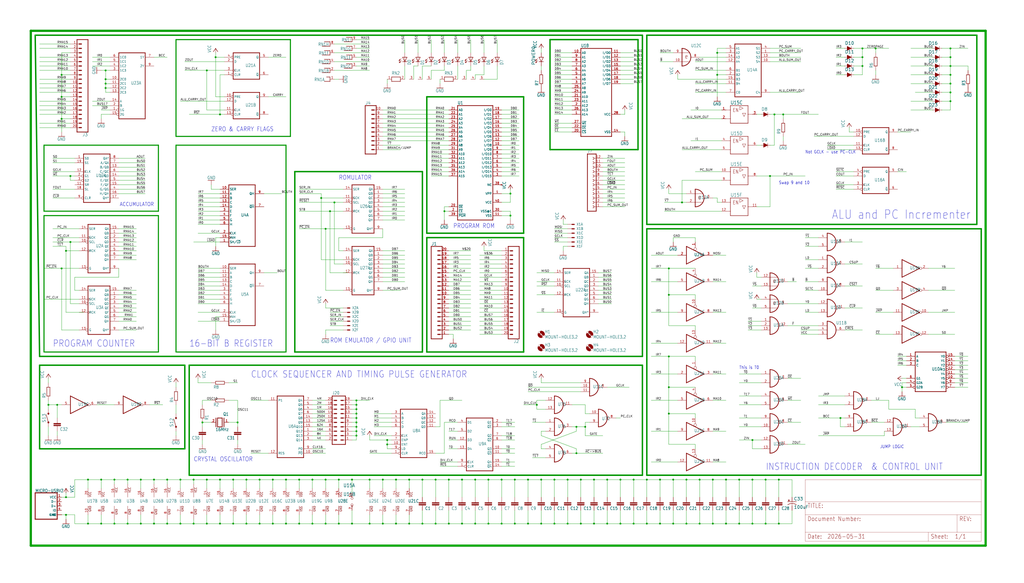
<source format=kicad_sch>
(kicad_sch (version 20231120) (generator "eeschema") (generator_version "8.0")
  (paper "User" 591.109 336.55)
  (lib_symbols
    (symbol "Byker_05_29_07-eagle-import:40xx_4060N"
      (property "Reference" "IC" (at -1.27 -0.635 0))
      (symbol "40xx_4060N_1_0"
        (pin output line (at 12.7 -2.54 180) (length 5.08) (name "Q12") (number "1"))
        (pin output line (at 12.7 -15.24 180) (length 5.08) (name "~{P0}") (number "10"))
        (pin input line (at -12.7 15.24 0) (length 5.08) (name "P1") (number "11"))
        (pin input line (at -12.7 -15.24 0) (length 5.08) (name "RES") (number "12"))
        (pin output line (at 12.7 2.54 180) (length 5.08) (name "Q9") (number "13"))
        (pin output line (at 12.7 5.08 180) (length 5.08) (name "Q8") (number "14"))
        (pin output line (at 12.7 0 180) (length 5.08) (name "Q10") (number "15"))
        (pin output line (at 12.7 -5.08 180) (length 5.08) (name "Q13") (number "2"))
        (pin output line (at 12.7 -7.62 180) (length 5.08) (name "Q14") (number "3"))
        (pin output line (at 12.7 10.16 180) (length 5.08) (name "Q6") (number "4"))
        (pin output line (at 12.7 12.7 180) (length 5.08) (name "Q5") (number "5"))
        (pin output line (at 12.7 7.62 180) (length 5.08) (name "Q7") (number "6"))
        (pin output line (at 12.7 15.24 180) (length 5.08) (name "Q4") (number "7"))
        (pin output line (at 12.7 -12.7 180) (length 5.08) (name "P0") (number "9"))
      )
      (symbol "40xx_4060N_2_0"
        (text "VDD" (at 1.905 2.54 900) (effects (font (size 1.27 1.0795)) (justify left bottom)))
        (text "VSS" (at 1.905 -5.842 900) (effects (font (size 1.27 1.0795)) (justify left bottom)))
        (pin power_in line (at 0 7.62 270) (length 5.08) (name "VDD") (number "16"))
        (pin power_in line (at 0 -7.62 90) (length 5.08) (name "VSS") (number "8"))
      )
    )
    (symbol "Byker_05_29_07-eagle-import:74125N"
      (property "Reference" "IC" (at -0.635 -0.635 0))
      (symbol "74125N_1_0"
        (pin input line (at 0 7.62 270) (length 2.54) (name "OE") (number "1"))
        (pin input line (at -10.16 0 0) (length 5.08) (name "I") (number "2"))
        (pin tri_state line (at 10.16 0 180) (length 5.08) (name "O") (number "3"))
      )
      (symbol "74125N_2_0"
        (pin input line (at 0 7.62 270) (length 2.54) (name "OE") (number "4"))
        (pin input line (at -10.16 0 0) (length 5.08) (name "I") (number "5"))
        (pin tri_state line (at 10.16 0 180) (length 5.08) (name "O") (number "6"))
      )
      (symbol "74125N_3_0"
        (pin input line (at 0 7.62 270) (length 2.54) (name "OE") (number "10"))
        (pin tri_state line (at 10.16 0 180) (length 5.08) (name "O") (number "8"))
        (pin input line (at -10.16 0 0) (length 5.08) (name "I") (number "9"))
      )
      (symbol "74125N_4_0"
        (pin tri_state line (at 10.16 0 180) (length 5.08) (name "O") (number "11"))
        (pin input line (at -10.16 0 0) (length 5.08) (name "I") (number "12"))
        (pin input line (at 0 7.62 270) (length 2.54) (name "OE") (number "13"))
      )
      (symbol "74125N_5_0"
        (text "GND" (at 1.905 -5.842 900) (effects (font (size 1.27 1.0795)) (justify left bottom)))
        (text "VCC" (at 1.905 2.54 900) (effects (font (size 1.27 1.0795)) (justify left bottom)))
        (pin power_in line (at 0 7.62 270) (length 5.08) (name "VCC") (number "14"))
        (pin power_in line (at 0 -7.62 90) (length 5.08) (name "GND") (number "7"))
      )
    )
    (symbol "Byker_05_29_07-eagle-import:74ttl-din_74126N"
      (property "Reference" "V" (at -5.08 5.715 0))
      (symbol "74ttl-din_74126N_1_0"
        (pin power_in line (at 0 2.54 270) (length 2.54) (name "+UB") (number "14"))
      )
      (symbol "74ttl-din_74126N_2_0"
        (pin power_in line (at 0 -2.54 90) (length 2.54) (name "-UB") (number "7"))
      )
      (symbol "74ttl-din_74126N_3_0"
        (text "EN" (at -3.81 1.27 0) (effects (font (size 2.032 1.7272)) (justify left bottom)))
        (pin input line (at -10.16 2.54 0) (length 2.54) (name "G") (number "1"))
        (pin input line (at -10.16 -2.54 0) (length 2.54) (name "A") (number "2"))
        (pin tri_state line (at 10.16 0 180) (length 2.54) (name "Y") (number "3"))
      )
      (symbol "74ttl-din_74126N_4_0"
        (text "EN" (at -3.81 1.27 0) (effects (font (size 2.032 1.7272)) (justify left bottom)))
        (pin input line (at -10.16 2.54 0) (length 2.54) (name "G") (number "4"))
        (pin input line (at -10.16 -2.54 0) (length 2.54) (name "A") (number "5"))
        (pin tri_state line (at 10.16 0 180) (length 2.54) (name "Y") (number "6"))
      )
      (symbol "74ttl-din_74126N_5_0"
        (text "EN" (at -3.81 1.27 0) (effects (font (size 2.032 1.7272)) (justify left bottom)))
        (pin input line (at -10.16 2.54 0) (length 2.54) (name "G") (number "10"))
        (pin tri_state line (at 10.16 0 180) (length 2.54) (name "Y") (number "8"))
        (pin input line (at -10.16 -2.54 0) (length 2.54) (name "A") (number "9"))
      )
      (symbol "74ttl-din_74126N_6_0"
        (text "EN" (at -3.81 1.27 0) (effects (font (size 2.032 1.7272)) (justify left bottom)))
        (pin tri_state line (at 10.16 0 180) (length 2.54) (name "Y") (number "11"))
        (pin input line (at -10.16 -2.54 0) (length 2.54) (name "A") (number "12"))
        (pin input line (at -10.16 2.54 0) (length 2.54) (name "G") (number "13"))
      )
    )
    (symbol "Byker_05_29_07-eagle-import:74xx-eu_7400N"
      (property "Reference" "IC" (at -0.635 -0.635 0))
      (symbol "74xx-eu_7400N_1_0"
        (pin input line (at -7.62 2.54 0) (length 5.08) (name "I0") (number "1"))
        (pin input line (at -7.62 -2.54 0) (length 5.08) (name "I1") (number "2"))
        (pin output inverted (at 7.62 0 180) (length 5.08) (name "O") (number "3"))
      )
      (symbol "74xx-eu_7400N_2_0"
        (pin input line (at -7.62 2.54 0) (length 5.08) (name "I0") (number "4"))
        (pin input line (at -7.62 -2.54 0) (length 5.08) (name "I1") (number "5"))
        (pin output inverted (at 7.62 0 180) (length 5.08) (name "O") (number "6"))
      )
      (symbol "74xx-eu_7400N_3_0"
        (pin input line (at -7.62 -2.54 0) (length 5.08) (name "I1") (number "10"))
        (pin output inverted (at 7.62 0 180) (length 5.08) (name "O") (number "8"))
        (pin input line (at -7.62 2.54 0) (length 5.08) (name "I0") (number "9"))
      )
      (symbol "74xx-eu_7400N_4_0"
        (pin output inverted (at 7.62 0 180) (length 5.08) (name "O") (number "11"))
        (pin input line (at -7.62 2.54 0) (length 5.08) (name "I0") (number "12"))
        (pin input line (at -7.62 -2.54 0) (length 5.08) (name "I1") (number "13"))
      )
      (symbol "74xx-eu_7400N_5_0"
        (text "GND" (at 1.905 -5.842 900) (effects (font (size 1.27 1.0795)) (justify left bottom)))
        (text "VCC" (at 1.905 2.54 900) (effects (font (size 1.27 1.0795)) (justify left bottom)))
        (pin power_in line (at 0 7.62 270) (length 5.08) (name "VCC") (number "14"))
        (pin power_in line (at 0 -7.62 90) (length 5.08) (name "GND") (number "7"))
      )
    )
    (symbol "Byker_05_29_07-eagle-import:74xx-eu_7404N"
      (property "Reference" "IC" (at -0.635 -0.635 0))
      (symbol "74xx-eu_7404N_1_0"
        (pin input line (at -10.16 0 0) (length 5.08) (name "I") (number "1"))
        (pin output inverted (at 10.16 0 180) (length 5.08) (name "O") (number "2"))
      )
      (symbol "74xx-eu_7404N_2_0"
        (pin input line (at -10.16 0 0) (length 5.08) (name "I") (number "3"))
        (pin output inverted (at 10.16 0 180) (length 5.08) (name "O") (number "4"))
      )
      (symbol "74xx-eu_7404N_3_0"
        (pin input line (at -10.16 0 0) (length 5.08) (name "I") (number "5"))
        (pin output inverted (at 10.16 0 180) (length 5.08) (name "O") (number "6"))
      )
      (symbol "74xx-eu_7404N_4_0"
        (pin output inverted (at 10.16 0 180) (length 5.08) (name "O") (number "8"))
        (pin input line (at -10.16 0 0) (length 5.08) (name "I") (number "9"))
      )
      (symbol "74xx-eu_7404N_5_0"
        (pin output inverted (at 10.16 0 180) (length 5.08) (name "O") (number "10"))
        (pin input line (at -10.16 0 0) (length 5.08) (name "I") (number "11"))
      )
      (symbol "74xx-eu_7404N_6_0"
        (pin output inverted (at 10.16 0 180) (length 5.08) (name "O") (number "12"))
        (pin input line (at -10.16 0 0) (length 5.08) (name "I") (number "13"))
      )
      (symbol "74xx-eu_7404N_7_0"
        (text "GND" (at 1.905 -5.842 900) (effects (font (size 1.27 1.0795)) (justify left bottom)))
        (text "VCC" (at 1.905 2.54 900) (effects (font (size 1.27 1.0795)) (justify left bottom)))
        (pin power_in line (at 0 7.62 270) (length 5.08) (name "VCC") (number "14"))
        (pin power_in line (at 0 -7.62 90) (length 5.08) (name "GND") (number "7"))
      )
    )
    (symbol "Byker_05_29_07-eagle-import:74xx-eu_7411N"
      (property "Reference" "IC" (at -0.635 -0.635 0))
      (symbol "74xx-eu_7411N_1_0"
        (pin input line (at -7.62 2.54 0) (length 5.08) (name "I0") (number "1"))
        (pin output line (at 7.62 0 180) (length 5.08) (name "O") (number "12"))
        (pin input line (at -7.62 -2.54 0) (length 5.08) (name "I2") (number "13"))
        (pin input line (at -7.62 0 0) (length 5.08) (name "I1") (number "2"))
      )
      (symbol "74xx-eu_7411N_2_0"
        (pin input line (at -7.62 2.54 0) (length 5.08) (name "I0") (number "3"))
        (pin input line (at -7.62 0 0) (length 5.08) (name "I1") (number "4"))
        (pin input line (at -7.62 -2.54 0) (length 5.08) (name "I2") (number "5"))
        (pin output line (at 7.62 0 180) (length 5.08) (name "O") (number "6"))
      )
      (symbol "74xx-eu_7411N_3_0"
        (pin input line (at -7.62 0 0) (length 5.08) (name "I1") (number "10"))
        (pin input line (at -7.62 -2.54 0) (length 5.08) (name "I2") (number "11"))
        (pin output line (at 7.62 0 180) (length 5.08) (name "O") (number "8"))
        (pin input line (at -7.62 2.54 0) (length 5.08) (name "I0") (number "9"))
      )
      (symbol "74xx-eu_7411N_4_0"
        (text "GND" (at 1.905 -5.842 900) (effects (font (size 1.27 1.0795)) (justify left bottom)))
        (text "VCC" (at 1.905 2.54 900) (effects (font (size 1.27 1.0795)) (justify left bottom)))
        (pin power_in line (at 0 7.62 270) (length 5.08) (name "VCC") (number "14"))
        (pin power_in line (at 0 -7.62 90) (length 5.08) (name "GND") (number "7"))
      )
    )
    (symbol "Byker_05_29_07-eagle-import:74xx-eu_74138N"
      (property "Reference" "IC" (at -0.635 -0.635 0))
      (symbol "74xx-eu_74138N_1_0"
        (pin input line (at -15.24 7.62 0) (length 5.08) (name "A") (number "1"))
        (pin output inverted (at 12.7 -5.08 180) (length 5.08) (name "Y5") (number "10"))
        (pin output inverted (at 12.7 -2.54 180) (length 5.08) (name "Y4") (number "11"))
        (pin output inverted (at 12.7 0 180) (length 5.08) (name "Y3") (number "12"))
        (pin output inverted (at 12.7 2.54 180) (length 5.08) (name "Y2") (number "13"))
        (pin output inverted (at 12.7 5.08 180) (length 5.08) (name "Y1") (number "14"))
        (pin output inverted (at 12.7 7.62 180) (length 5.08) (name "Y0") (number "15"))
        (pin input line (at -15.24 5.08 0) (length 5.08) (name "B") (number "2"))
        (pin input line (at -15.24 2.54 0) (length 5.08) (name "C") (number "3"))
        (pin input inverted (at -15.24 -7.62 0) (length 5.08) (name "G2A") (number "4"))
        (pin input inverted (at -15.24 -10.16 0) (length 5.08) (name "G2B") (number "5"))
        (pin input line (at -15.24 -5.08 0) (length 5.08) (name "G1") (number "6"))
        (pin output inverted (at 12.7 -10.16 180) (length 5.08) (name "Y7") (number "7"))
        (pin output inverted (at 12.7 -7.62 180) (length 5.08) (name "Y6") (number "9"))
      )
      (symbol "74xx-eu_74138N_2_0"
        (text "GND" (at 1.905 -5.842 900) (effects (font (size 1.27 1.0795)) (justify left bottom)))
        (text "VCC" (at 1.905 2.54 900) (effects (font (size 1.27 1.0795)) (justify left bottom)))
        (pin power_in line (at 0 7.62 270) (length 5.08) (name "VCC") (number "16"))
        (pin power_in line (at 0 -7.62 90) (length 5.08) (name "GND") (number "8"))
      )
    )
    (symbol "Byker_05_29_07-eagle-import:74xx-eu_74153N"
      (property "Reference" "IC" (at -0.635 -0.635 0))
      (symbol "74xx-eu_74153N_1_0"
        (pin input inverted (at -12.7 -15.24 0) (length 5.08) (name "1G") (number "1"))
        (pin input line (at -12.7 2.54 0) (length 5.08) (name "2C0") (number "10"))
        (pin input line (at -12.7 0 0) (length 5.08) (name "2C1") (number "11"))
        (pin input line (at -12.7 -2.54 0) (length 5.08) (name "2C2") (number "12"))
        (pin input line (at -12.7 -5.08 0) (length 5.08) (name "2C3") (number "13"))
        (pin input line (at -12.7 -10.16 0) (length 5.08) (name "A") (number "14"))
        (pin input inverted (at -12.7 -17.78 0) (length 5.08) (name "2G") (number "15"))
        (pin input line (at -12.7 -12.7 0) (length 5.08) (name "B") (number "2"))
        (pin input line (at -12.7 7.62 0) (length 5.08) (name "1C3") (number "3"))
        (pin input line (at -12.7 10.16 0) (length 5.08) (name "1C2") (number "4"))
        (pin input line (at -12.7 12.7 0) (length 5.08) (name "1C1") (number "5"))
        (pin input line (at -12.7 15.24 0) (length 5.08) (name "1C0") (number "6"))
        (pin output line (at 12.7 15.24 180) (length 5.08) (name "1Y") (number "7"))
        (pin output line (at 12.7 10.16 180) (length 5.08) (name "2Y") (number "9"))
      )
      (symbol "74xx-eu_74153N_2_0"
        (text "GND" (at 1.905 -5.842 900) (effects (font (size 1.27 1.0795)) (justify left bottom)))
        (text "VCC" (at 1.905 2.54 900) (effects (font (size 1.27 1.0795)) (justify left bottom)))
        (pin power_in line (at 0 7.62 270) (length 5.08) (name "VCC") (number "16"))
        (pin power_in line (at 0 -7.62 90) (length 5.08) (name "GND") (number "8"))
      )
    )
    (symbol "Byker_05_29_07-eagle-import:74xx-eu_74165N"
      (property "Reference" "IC" (at -0.635 -0.635 0))
      (symbol "74xx-eu_74165N_1_0"
        (pin input line (at -12.7 -15.24 0) (length 5.08) (name "SH/~{LD}") (number "1"))
        (pin input line (at -12.7 15.24 0) (length 5.08) (name "SER") (number "10"))
        (pin input line (at -12.7 12.7 0) (length 5.08) (name "A") (number "11"))
        (pin input line (at -12.7 10.16 0) (length 5.08) (name "B") (number "12"))
        (pin input line (at -12.7 7.62 0) (length 5.08) (name "C") (number "13"))
        (pin input line (at -12.7 5.08 0) (length 5.08) (name "D") (number "14"))
        (pin input clock (at -12.7 -12.7 0) (length 5.08) (name "INH") (number "15"))
        (pin input clock (at -12.7 -10.16 0) (length 5.08) (name "CLK") (number "2"))
        (pin input line (at -12.7 2.54 0) (length 5.08) (name "E") (number "3"))
        (pin input line (at -12.7 0 0) (length 5.08) (name "F") (number "4"))
        (pin input line (at -12.7 -2.54 0) (length 5.08) (name "G") (number "5"))
        (pin input line (at -12.7 -5.08 0) (length 5.08) (name "H") (number "6"))
        (pin output line (at 12.7 5.08 180) (length 5.08) (name "~{QH}") (number "7"))
        (pin output line (at 12.7 12.7 180) (length 5.08) (name "QH") (number "9"))
      )
      (symbol "74xx-eu_74165N_2_0"
        (text "GND" (at 1.905 -5.842 900) (effects (font (size 1.27 1.0795)) (justify left bottom)))
        (text "VCC" (at 1.905 2.54 900) (effects (font (size 1.27 1.0795)) (justify left bottom)))
        (pin power_in line (at 0 7.62 270) (length 5.08) (name "VCC") (number "16"))
        (pin power_in line (at 0 -7.62 90) (length 5.08) (name "GND") (number "8"))
      )
    )
    (symbol "Byker_05_29_07-eagle-import:74xx-eu_74175N"
      (property "Reference" "IC" (at -0.635 -0.635 0))
      (symbol "74xx-eu_74175N_1_0"
        (pin input inverted (at -12.7 -12.7 0) (length 5.08) (name "CLR") (number "1"))
        (pin output line (at 12.7 -2.54 180) (length 5.08) (name "Q3") (number "10"))
        (pin output line (at 12.7 -5.08 180) (length 5.08) (name "~{Q3}") (number "11"))
        (pin input line (at -12.7 2.54 0) (length 5.08) (name "D3") (number "12"))
        (pin input line (at -12.7 -2.54 0) (length 5.08) (name "D4") (number "13"))
        (pin output line (at 12.7 -12.7 180) (length 5.08) (name "~{Q4}") (number "14"))
        (pin output line (at 12.7 -10.16 180) (length 5.08) (name "Q4") (number "15"))
        (pin output line (at 12.7 12.7 180) (length 5.08) (name "Q1") (number "2"))
        (pin output line (at 12.7 10.16 180) (length 5.08) (name "~{Q1}") (number "3"))
        (pin input line (at -12.7 12.7 0) (length 5.08) (name "D1") (number "4"))
        (pin input line (at -12.7 7.62 0) (length 5.08) (name "D2") (number "5"))
        (pin output line (at 12.7 2.54 180) (length 5.08) (name "~{Q2}") (number "6"))
        (pin output line (at 12.7 5.08 180) (length 5.08) (name "Q2") (number "7"))
        (pin input clock (at -12.7 -10.16 0) (length 5.08) (name "CLK") (number "9"))
      )
      (symbol "74xx-eu_74175N_2_0"
        (text "GND" (at 1.905 -5.842 900) (effects (font (size 1.27 1.0795)) (justify left bottom)))
        (text "VCC" (at 1.905 2.54 900) (effects (font (size 1.27 1.0795)) (justify left bottom)))
        (pin power_in line (at 0 7.62 270) (length 5.08) (name "VCC") (number "16"))
        (pin power_in line (at 0 -7.62 90) (length 5.08) (name "GND") (number "8"))
      )
    )
    (symbol "Byker_05_29_07-eagle-import:74xx-eu_74283N"
      (property "Reference" "IC" (at -0.635 -0.635 0))
      (symbol "74xx-eu_74283N_1_0"
        (pin output line (at 12.7 10.16 180) (length 5.08) (name "S2") (number "1"))
        (pin output line (at 12.7 5.08 180) (length 5.08) (name "S4") (number "10"))
        (pin input line (at -12.7 -7.62 0) (length 5.08) (name "B4") (number "11"))
        (pin input line (at -12.7 5.08 0) (length 5.08) (name "A4") (number "12"))
        (pin output line (at 12.7 7.62 180) (length 5.08) (name "S3") (number "13"))
        (pin input line (at -12.7 7.62 0) (length 5.08) (name "A3") (number "14"))
        (pin input line (at -12.7 -5.08 0) (length 5.08) (name "B3") (number "15"))
        (pin input line (at -12.7 -2.54 0) (length 5.08) (name "B2") (number "2"))
        (pin input line (at -12.7 10.16 0) (length 5.08) (name "A2") (number "3"))
        (pin output line (at 12.7 12.7 180) (length 5.08) (name "S1") (number "4"))
        (pin input line (at -12.7 12.7 0) (length 5.08) (name "A1") (number "5"))
        (pin input line (at -12.7 0 0) (length 5.08) (name "B1") (number "6"))
        (pin input line (at -12.7 -12.7 0) (length 5.08) (name "C0") (number "7"))
        (pin output line (at 12.7 -12.7 180) (length 5.08) (name "C4") (number "9"))
      )
      (symbol "74xx-eu_74283N_2_0"
        (text "GND" (at 1.905 -5.842 900) (effects (font (size 1.27 1.0795)) (justify left bottom)))
        (text "VCC" (at 1.905 2.54 900) (effects (font (size 1.27 1.0795)) (justify left bottom)))
        (pin power_in line (at 0 7.62 270) (length 5.08) (name "VCC") (number "16"))
        (pin power_in line (at 0 -7.62 90) (length 5.08) (name "GND") (number "8"))
      )
    )
    (symbol "Byker_05_29_07-eagle-import:74xx-eu_74299N"
      (property "Reference" "IC" (at -0.635 -0.635 0))
      (symbol "74xx-eu_74299N_1_0"
        (pin input line (at -12.7 10.16 0) (length 5.08) (name "S0") (number "1"))
        (pin input line (at -12.7 -5.08 0) (length 5.08) (name "SR") (number "11"))
        (pin input clock (at -12.7 2.54 0) (length 5.08) (name "CLK") (number "12"))
        (pin bidirectional line (at 12.7 5.08 180) (length 5.08) (name "B/QB") (number "13"))
        (pin bidirectional line (at 12.7 0 180) (length 5.08) (name "D/QD") (number "14"))
        (pin bidirectional line (at 12.7 -5.08 180) (length 5.08) (name "F/QF") (number "15"))
        (pin bidirectional line (at 12.7 -10.16 180) (length 5.08) (name "H/QH") (number "16"))
        (pin output line (at 12.7 -12.7 180) (length 5.08) (name "QH*") (number "17"))
        (pin input line (at -12.7 -7.62 0) (length 5.08) (name "SL") (number "18"))
        (pin input line (at -12.7 7.62 0) (length 5.08) (name "S1") (number "19"))
        (pin input inverted (at -12.7 0 0) (length 5.08) (name "G1") (number "2"))
        (pin input inverted (at -12.7 -2.54 0) (length 5.08) (name "G2") (number "3"))
        (pin bidirectional line (at 12.7 -7.62 180) (length 5.08) (name "G/QG") (number "4"))
        (pin bidirectional line (at 12.7 -2.54 180) (length 5.08) (name "E/QE") (number "5"))
        (pin bidirectional line (at 12.7 2.54 180) (length 5.08) (name "C/QC") (number "6"))
        (pin bidirectional line (at 12.7 7.62 180) (length 5.08) (name "A/QA") (number "7"))
        (pin output line (at 12.7 10.16 180) (length 5.08) (name "QA*") (number "8"))
        (pin input inverted (at -12.7 -12.7 0) (length 5.08) (name "CLR") (number "9"))
      )
      (symbol "74xx-eu_74299N_2_0"
        (text "GND" (at 1.905 -5.842 900) (effects (font (size 1.27 1.0795)) (justify left bottom)))
        (text "VCC" (at 1.905 2.54 900) (effects (font (size 1.27 1.0795)) (justify left bottom)))
        (pin power_in line (at 0 -7.62 90) (length 5.08) (name "GND") (number "10"))
        (pin power_in line (at 0 7.62 270) (length 5.08) (name "VCC") (number "20"))
      )
    )
    (symbol "Byker_05_29_07-eagle-import:74xx-eu_74595N"
      (property "Reference" "IC" (at -0.635 -0.635 0))
      (symbol "74xx-eu_74595N_1_0"
        (pin tri_state line (at 12.7 7.62 180) (length 5.08) (name "QB") (number "1"))
        (pin input inverted (at -12.7 2.54 0) (length 5.08) (name "SCL") (number "10"))
        (pin input clock (at -12.7 5.08 0) (length 5.08) (name "SCK") (number "11"))
        (pin input clock (at -12.7 -2.54 0) (length 5.08) (name "RCK") (number "12"))
        (pin input inverted (at -12.7 -12.7 0) (length 5.08) (name "G") (number "13"))
        (pin input line (at -12.7 10.16 0) (length 5.08) (name "SER") (number "14"))
        (pin tri_state line (at 12.7 10.16 180) (length 5.08) (name "QA") (number "15"))
        (pin tri_state line (at 12.7 5.08 180) (length 5.08) (name "QC") (number "2"))
        (pin tri_state line (at 12.7 2.54 180) (length 5.08) (name "QD") (number "3"))
        (pin tri_state line (at 12.7 0 180) (length 5.08) (name "QE") (number "4"))
        (pin tri_state line (at 12.7 -2.54 180) (length 5.08) (name "QF") (number "5"))
        (pin tri_state line (at 12.7 -5.08 180) (length 5.08) (name "QG") (number "6"))
        (pin tri_state line (at 12.7 -7.62 180) (length 5.08) (name "QH") (number "7"))
        (pin tri_state line (at 12.7 -12.7 180) (length 5.08) (name "QH*") (number "9"))
      )
      (symbol "74xx-eu_74595N_2_0"
        (text "GND" (at 1.905 -5.842 900) (effects (font (size 1.27 1.0795)) (justify left bottom)))
        (text "VCC" (at 1.905 2.54 900) (effects (font (size 1.27 1.0795)) (justify left bottom)))
        (pin power_in line (at 0 7.62 270) (length 5.08) (name "VCC") (number "16"))
        (pin power_in line (at 0 -7.62 90) (length 5.08) (name "GND") (number "8"))
      )
    )
    (symbol "Byker_05_29_07-eagle-import:74xx-eu_7474N"
      (property "Reference" "IC" (at -0.635 -0.635 0))
      (symbol "74xx-eu_7474N_1_0"
        (pin input inverted (at -12.7 -5.08 0) (length 5.08) (name "CLR") (number "1"))
        (pin input line (at -12.7 2.54 0) (length 5.08) (name "D") (number "2"))
        (pin input clock (at -12.7 -2.54 0) (length 5.08) (name "CLK") (number "3"))
        (pin input inverted (at -12.7 5.08 0) (length 5.08) (name "PRE") (number "4"))
        (pin output line (at 12.7 5.08 180) (length 5.08) (name "Q") (number "5"))
        (pin output line (at 12.7 -5.08 180) (length 5.08) (name "~{Q}") (number "6"))
      )
      (symbol "74xx-eu_7474N_2_0"
        (pin input inverted (at -12.7 5.08 0) (length 5.08) (name "PRE") (number "10"))
        (pin input clock (at -12.7 -2.54 0) (length 5.08) (name "CLK") (number "11"))
        (pin input line (at -12.7 2.54 0) (length 5.08) (name "D") (number "12"))
        (pin input inverted (at -12.7 -5.08 0) (length 5.08) (name "CLR") (number "13"))
        (pin output line (at 12.7 -5.08 180) (length 5.08) (name "~{Q}") (number "8"))
        (pin output line (at 12.7 5.08 180) (length 5.08) (name "Q") (number "9"))
      )
      (symbol "74xx-eu_7474N_3_0"
        (text "GND" (at 1.905 -5.842 900) (effects (font (size 1.27 1.0795)) (justify left bottom)))
        (text "VCC" (at 1.905 2.54 900) (effects (font (size 1.27 1.0795)) (justify left bottom)))
        (pin power_in line (at 0 7.62 270) (length 5.08) (name "VCC") (number "14"))
        (pin power_in line (at 0 -7.62 90) (length 5.08) (name "GND") (number "7"))
      )
    )
    (symbol "Byker_05_29_07-eagle-import:74xx-eu_7486N"
      (property "Reference" "IC" (at -0.635 -0.635 0))
      (symbol "74xx-eu_7486N_1_0"
        (text "e" (at -1.016 -1.016 0) (effects (font (size 2.54 2.159)) (justify left bottom)))
        (pin input line (at -7.62 2.54 0) (length 5.08) (name "I0") (number "1"))
        (pin input line (at -7.62 -2.54 0) (length 5.08) (name "I1") (number "2"))
        (pin output line (at 7.62 0 180) (length 5.08) (name "O") (number "3"))
      )
      (symbol "74xx-eu_7486N_2_0"
        (text "e" (at -1.016 -1.016 0) (effects (font (size 2.54 2.159)) (justify left bottom)))
        (pin input line (at -7.62 2.54 0) (length 5.08) (name "I0") (number "4"))
        (pin input line (at -7.62 -2.54 0) (length 5.08) (name "I1") (number "5"))
        (pin output line (at 7.62 0 180) (length 5.08) (name "O") (number "6"))
      )
      (symbol "74xx-eu_7486N_3_0"
        (text "e" (at -1.016 -1.016 0) (effects (font (size 2.54 2.159)) (justify left bottom)))
        (pin input line (at -7.62 -2.54 0) (length 5.08) (name "I1") (number "10"))
        (pin output line (at 7.62 0 180) (length 5.08) (name "O") (number "8"))
        (pin input line (at -7.62 2.54 0) (length 5.08) (name "I0") (number "9"))
      )
      (symbol "74xx-eu_7486N_4_0"
        (text "e" (at -1.016 -1.016 0) (effects (font (size 2.54 2.159)) (justify left bottom)))
        (pin output line (at 7.62 0 180) (length 5.08) (name "O") (number "11"))
        (pin input line (at -7.62 2.54 0) (length 5.08) (name "I0") (number "12"))
        (pin input line (at -7.62 -2.54 0) (length 5.08) (name "I1") (number "13"))
      )
      (symbol "74xx-eu_7486N_5_0"
        (text "GND" (at 1.905 -5.842 900) (effects (font (size 1.27 1.0795)) (justify left bottom)))
        (text "VCC" (at 1.905 2.54 900) (effects (font (size 1.27 1.0795)) (justify left bottom)))
        (pin power_in line (at 0 7.62 270) (length 5.08) (name "VCC") (number "14"))
        (pin power_in line (at 0 -7.62 90) (length 5.08) (name "GND") (number "7"))
      )
    )
    (symbol "Byker_05_29_07-eagle-import:74xx-us_74160N"
      (property "Reference" "IC" (at -0.635 -0.635 0))
      (symbol "74xx-us_74160N_1_0"
        (pin input inverted (at -12.7 -12.7 0) (length 5.08) (name "CLR") (number "1"))
        (pin input line (at -12.7 -7.62 0) (length 5.08) (name "ENT") (number "10"))
        (pin output line (at 12.7 2.54 180) (length 5.08) (name "QD") (number "11"))
        (pin output line (at 12.7 5.08 180) (length 5.08) (name "QC") (number "12"))
        (pin output line (at 12.7 7.62 180) (length 5.08) (name "QB") (number "13"))
        (pin output line (at 12.7 10.16 180) (length 5.08) (name "QA") (number "14"))
        (pin output line (at 12.7 -12.7 180) (length 5.08) (name "RCO") (number "15"))
        (pin input clock (at -12.7 -2.54 0) (length 5.08) (name "CLK") (number "2"))
        (pin input line (at -12.7 10.16 0) (length 5.08) (name "A") (number "3"))
        (pin input line (at -12.7 7.62 0) (length 5.08) (name "B") (number "4"))
        (pin input line (at -12.7 5.08 0) (length 5.08) (name "C") (number "5"))
        (pin input line (at -12.7 2.54 0) (length 5.08) (name "D") (number "6"))
        (pin input line (at -12.7 -5.08 0) (length 5.08) (name "ENP") (number "7"))
        (pin input inverted (at -12.7 -10.16 0) (length 5.08) (name "LD") (number "9"))
      )
      (symbol "74xx-us_74160N_2_0"
        (text "GND" (at 1.905 -7.62 900) (effects (font (size 1.27 1.0795)) (justify left bottom)))
        (text "VCC" (at 1.905 5.08 900) (effects (font (size 1.27 1.0795)) (justify left bottom)))
        (pin power_in line (at 0 10.16 270) (length 7.62) (name "VCC") (number "16"))
        (pin power_in line (at 0 -10.16 90) (length 7.62) (name "GND") (number "8"))
      )
    )
    (symbol "Byker_05_29_07-eagle-import:74xx-us_74595N"
      (property "Reference" "IC" (at -0.635 -0.635 0))
      (symbol "74xx-us_74595N_1_0"
        (pin tri_state line (at 12.7 7.62 180) (length 5.08) (name "QB") (number "1"))
        (pin input inverted (at -10.16 2.54 0) (length 5.08) (name "SCL") (number "10"))
        (pin input clock (at -10.16 5.08 0) (length 5.08) (name "SCK") (number "11"))
        (pin input clock (at -10.16 -2.54 0) (length 5.08) (name "RCK") (number "12"))
        (pin input inverted (at -10.16 -12.7 0) (length 5.08) (name "G") (number "13"))
        (pin input line (at -10.16 10.16 0) (length 5.08) (name "SER") (number "14"))
        (pin tri_state line (at 12.7 10.16 180) (length 5.08) (name "QA") (number "15"))
        (pin tri_state line (at 12.7 5.08 180) (length 5.08) (name "QC") (number "2"))
        (pin tri_state line (at 12.7 2.54 180) (length 5.08) (name "QD") (number "3"))
        (pin tri_state line (at 12.7 0 180) (length 5.08) (name "QE") (number "4"))
        (pin tri_state line (at 12.7 -2.54 180) (length 5.08) (name "QF") (number "5"))
        (pin tri_state line (at 12.7 -5.08 180) (length 5.08) (name "QG") (number "6"))
        (pin tri_state line (at 12.7 -7.62 180) (length 5.08) (name "QH") (number "7"))
        (pin tri_state line (at 12.7 -12.7 180) (length 5.08) (name "QH*") (number "9"))
      )
      (symbol "74xx-us_74595N_2_0"
        (text "GND" (at 1.905 -7.62 900) (effects (font (size 1.27 1.0795)) (justify left bottom)))
        (text "VCC" (at 1.905 5.08 900) (effects (font (size 1.27 1.0795)) (justify left bottom)))
        (pin power_in line (at 0 10.16 270) (length 7.62) (name "VCC") (number "16"))
        (pin power_in line (at 0 -10.16 90) (length 7.62) (name "GND") (number "8"))
      )
    )
    (symbol "Byker_05_29_07-eagle-import:CONN_10{dblquote}"
      (property "Reference" "J" (at 0 8.128 0))
      (symbol "CONN_10{dblquote}_1_0"
        (pin passive line (at 10.16 -17.78 180) (length 5.08) (name "1") (number "1"))
        (pin passive line (at 10.16 5.08 180) (length 5.08) (name "10") (number "10"))
        (pin passive line (at 10.16 -15.24 180) (length 5.08) (name "2") (number "2"))
        (pin passive line (at 10.16 -12.7 180) (length 5.08) (name "3") (number "3"))
        (pin passive line (at 10.16 -10.16 180) (length 5.08) (name "4") (number "4"))
        (pin passive line (at 10.16 -7.62 180) (length 5.08) (name "5") (number "5"))
        (pin passive line (at 10.16 -5.08 180) (length 5.08) (name "6") (number "6"))
        (pin passive line (at 10.16 -2.54 180) (length 5.08) (name "7") (number "7"))
        (pin passive line (at 10.16 0 180) (length 5.08) (name "8") (number "8"))
        (pin passive line (at 10.16 2.54 180) (length 5.08) (name "9") (number "9"))
      )
    )
    (symbol "Byker_05_29_07-eagle-import:MICRO-USBV2"
      (symbol "MICRO-USBV2_1_0"
        (pin power_in line (at 15.24 -2.54 180) (length 2.54) (name "VCC") (number "1"))
        (pin bidirectional line (at 15.24 -5.08 180) (length 2.54) (name "D-") (number "2"))
        (pin bidirectional line (at 15.24 -7.62 180) (length 2.54) (name "D+") (number "3"))
        (pin bidirectional line (at 15.24 -10.16 180) (length 2.54) (name "ID") (number "4"))
        (pin power_in line (at 15.24 -12.7 180) (length 2.54) (name "GND") (number "5"))
        (pin power_in line (at 15.24 -12.7 180) (length 2.54) (name "GND") (number "P$1"))
        (pin power_in line (at 15.24 -12.7 180) (length 2.54) (name "GND") (number "P$2"))
        (pin power_in line (at 15.24 -12.7 180) (length 2.54) (name "GND") (number "P$3"))
        (pin power_in line (at 15.24 -12.7 180) (length 2.54) (name "GND") (number "P$4"))
      )
    )
    (symbol "Byker_05_29_07-eagle-import:RN04"
      (property "Reference" "RN" (at -2.54 2.54 0))
      (symbol "RN04_1_0"
        (pin passive line (at -5.08 0 0) (length 2.54) (name "1") (number "1"))
        (pin passive line (at 5.08 0 180) (length 2.54) (name "2") (number "2"))
        (pin passive line (at 10.16 0 180) (length 2.54) (name "3") (number "3"))
        (pin passive line (at 15.24 0 180) (length 2.54) (name "4") (number "4"))
        (pin passive line (at 20.32 0 180) (length 2.54) (name "5") (number "5"))
      )
    )
    (symbol "Byker_05_29_07-eagle-import:Rembrandt Electronics - JST XH Connectors v1-0_JST-XH-06-PIN-ROUND-PAD"
      (property "Reference" "X" (at 2.54 -0.762 0))
      (symbol "Rembrandt Electronics - JST XH Connectors v1-0_JST-XH-06-PIN-ROUND-PAD_1_0"
        (pin passive line (at -2.54 0 0) (length 2.54) (name "S") (number "1"))
      )
      (symbol "Rembrandt Electronics - JST XH Connectors v1-0_JST-XH-06-PIN-ROUND-PAD_2_0"
        (pin passive line (at -2.54 0 0) (length 2.54) (name "S") (number "2"))
      )
      (symbol "Rembrandt Electronics - JST XH Connectors v1-0_JST-XH-06-PIN-ROUND-PAD_3_0"
        (pin passive line (at -2.54 0 0) (length 2.54) (name "S") (number "3"))
      )
      (symbol "Rembrandt Electronics - JST XH Connectors v1-0_JST-XH-06-PIN-ROUND-PAD_4_0"
        (pin passive line (at -2.54 0 0) (length 2.54) (name "S") (number "4"))
      )
      (symbol "Rembrandt Electronics - JST XH Connectors v1-0_JST-XH-06-PIN-ROUND-PAD_5_0"
        (pin passive line (at -2.54 0 0) (length 2.54) (name "S") (number "5"))
      )
      (symbol "Rembrandt Electronics - JST XH Connectors v1-0_JST-XH-06-PIN-ROUND-PAD_6_0"
        (pin passive line (at -2.54 0 0) (length 2.54) (name "S") (number "6"))
      )
    )
    (symbol "Byker_05_29_07-eagle-import:SparkFun-Capacitors_100UF-POLAR-RADIAL-2.5MM-25V-20%"
      (property "Reference" "C" (at 1.016 0.635 0))
      (symbol "SparkFun-Capacitors_100UF-POLAR-RADIAL-2.5MM-25V-20%_1_0"
        (pin passive line (at 0 2.54 270) (length 2.54) (name "+") (number "1"))
        (pin passive line (at 0 -5.08 90) (length 2.54) (name "-") (number "2"))
      )
    )
    (symbol "Byker_05_29_07-eagle-import:SparkFun-Connectors_CONN_20NO_SILK_KIT"
      (property "Reference" "J" (at 0 56.388 0))
      (symbol "SparkFun-Connectors_CONN_20NO_SILK_KIT_1_0"
        (pin passive line (at 10.16 5.08 180) (length 5.08) (name "1") (number "1"))
        (pin passive line (at 10.16 27.94 180) (length 5.08) (name "10") (number "10"))
        (pin passive line (at 10.16 30.48 180) (length 5.08) (name "11") (number "11"))
        (pin passive line (at 10.16 33.02 180) (length 5.08) (name "12") (number "12"))
        (pin passive line (at 10.16 35.56 180) (length 5.08) (name "13") (number "13"))
        (pin passive line (at 10.16 38.1 180) (length 5.08) (name "14") (number "14"))
        (pin passive line (at 10.16 40.64 180) (length 5.08) (name "15") (number "15"))
        (pin passive line (at 10.16 43.18 180) (length 5.08) (name "16") (number "16"))
        (pin passive line (at 10.16 45.72 180) (length 5.08) (name "17") (number "17"))
        (pin passive line (at 10.16 48.26 180) (length 5.08) (name "18") (number "18"))
        (pin passive line (at 10.16 50.8 180) (length 5.08) (name "19") (number "19"))
        (pin passive line (at 10.16 7.62 180) (length 5.08) (name "2") (number "2"))
        (pin passive line (at 10.16 53.34 180) (length 5.08) (name "20") (number "20"))
        (pin passive line (at 10.16 10.16 180) (length 5.08) (name "3") (number "3"))
        (pin passive line (at 10.16 12.7 180) (length 5.08) (name "4") (number "4"))
        (pin passive line (at 10.16 15.24 180) (length 5.08) (name "5") (number "5"))
        (pin passive line (at 10.16 17.78 180) (length 5.08) (name "6") (number "6"))
        (pin passive line (at 10.16 20.32 180) (length 5.08) (name "7") (number "7"))
        (pin passive line (at 10.16 22.86 180) (length 5.08) (name "8") (number "8"))
        (pin passive line (at 10.16 25.4 180) (length 5.08) (name "9") (number "9"))
      )
    )
    (symbol "Byker_05_29_07-eagle-import:SparkFun-DiscreteSemi_DIODE-1N4148"
      (property "Reference" "D" (at -2.54 2.032 0))
      (symbol "SparkFun-DiscreteSemi_DIODE-1N4148_1_0"
        (pin passive line (at -2.54 0 0) (length 0) (name "A") (number "A"))
        (pin passive line (at 2.54 0 180) (length 0) (name "C") (number "C"))
      )
    )
    (symbol "Byker_05_29_07-eagle-import:SparkFun-DiscreteSemi_DIODE-KIT"
      (property "Reference" "D" (at -2.54 2.032 0))
      (symbol "SparkFun-DiscreteSemi_DIODE-KIT_1_0"
        (pin passive line (at -2.54 0 0) (length 0) (name "A") (number "A"))
        (pin passive line (at 2.54 0 180) (length 0) (name "C") (number "C"))
      )
    )
    (symbol "Byker_05_29_07-eagle-import:SparkFun-LED_LED3MM"
      (property "Reference" "D" (at -3.429 -4.572 90))
      (symbol "SparkFun-LED_LED3MM_1_0"
        (pin passive line (at 0 2.54 270) (length 2.54) (name "A") (number "A"))
        (pin passive line (at 0 -5.08 90) (length 2.54) (name "C") (number "K"))
      )
    )
    (symbol "Byker_05_29_07-eagle-import:SparkFun-Switches_MOMENTARY-SWITCH-SPST-PTH-6.0MM"
      (property "Reference" "S" (at 0 1.524 0))
      (symbol "SparkFun-Switches_MOMENTARY-SWITCH-SPST-PTH-6.0MM_1_0"
        (pin passive line (at -5.08 0 0) (length 2.54) (name "1") (number "1"))
        (pin passive line (at 5.08 0 180) (length 2.54) (name "2") (number "3"))
      )
    )
    (symbol "Byker_05_29_07-eagle-import:adafruit_LED3MM"
      (property "Reference" "LED" (at 3.556 -4.572 90))
      (symbol "adafruit_LED3MM_1_0"
        (pin passive line (at 0 2.54 270) (length 2.54) (name "A") (number "A"))
        (pin passive line (at 0 -5.08 90) (length 2.54) (name "C") (number "K"))
      )
    )
    (symbol "Byker_05_29_07-eagle-import:con-lsta_FE12-1"
      (property "Reference" "SV" (at -1.27 18.542 0))
      (symbol "con-lsta_FE12-1_1_0"
        (pin passive line (at 7.62 -12.7 180) (length 5.08) (name "1") (number "1"))
        (pin passive line (at 7.62 10.16 180) (length 5.08) (name "10") (number "10"))
        (pin passive line (at 7.62 12.7 180) (length 5.08) (name "11") (number "11"))
        (pin passive line (at 7.62 15.24 180) (length 5.08) (name "12") (number "12"))
        (pin passive line (at 7.62 -10.16 180) (length 5.08) (name "2") (number "2"))
        (pin passive line (at 7.62 -7.62 180) (length 5.08) (name "3") (number "3"))
        (pin passive line (at 7.62 -5.08 180) (length 5.08) (name "4") (number "4"))
        (pin passive line (at 7.62 -2.54 180) (length 5.08) (name "5") (number "5"))
        (pin passive line (at 7.62 0 180) (length 5.08) (name "6") (number "6"))
        (pin passive line (at 7.62 2.54 180) (length 5.08) (name "7") (number "7"))
        (pin passive line (at 7.62 5.08 180) (length 5.08) (name "8") (number "8"))
        (pin passive line (at 7.62 7.62 180) (length 5.08) (name "9") (number "9"))
      )
    )
    (symbol "Byker_05_29_07-eagle-import:con-lstb_MA10-2"
      (property "Reference" "SV" (at -3.81 16.002 0))
      (symbol "con-lstb_MA10-2_1_0"
        (pin passive line (at 7.62 -10.16 180) (length 5.08) (name "1") (number "1"))
        (pin passive line (at -7.62 0 0) (length 5.08) (name "10") (number "10"))
        (pin passive line (at 7.62 2.54 180) (length 5.08) (name "11") (number "11"))
        (pin passive line (at -7.62 2.54 0) (length 5.08) (name "12") (number "12"))
        (pin passive line (at 7.62 5.08 180) (length 5.08) (name "13") (number "13"))
        (pin passive line (at -7.62 5.08 0) (length 5.08) (name "14") (number "14"))
        (pin passive line (at 7.62 7.62 180) (length 5.08) (name "15") (number "15"))
        (pin passive line (at -7.62 7.62 0) (length 5.08) (name "16") (number "16"))
        (pin passive line (at 7.62 10.16 180) (length 5.08) (name "17") (number "17"))
        (pin passive line (at -7.62 10.16 0) (length 5.08) (name "18") (number "18"))
        (pin passive line (at 7.62 12.7 180) (length 5.08) (name "19") (number "19"))
        (pin passive line (at -7.62 -10.16 0) (length 5.08) (name "2") (number "2"))
        (pin passive line (at -7.62 12.7 0) (length 5.08) (name "20") (number "20"))
        (pin passive line (at 7.62 -7.62 180) (length 5.08) (name "3") (number "3"))
        (pin passive line (at -7.62 -7.62 0) (length 5.08) (name "4") (number "4"))
        (pin passive line (at 7.62 -5.08 180) (length 5.08) (name "5") (number "5"))
        (pin passive line (at -7.62 -5.08 0) (length 5.08) (name "6") (number "6"))
        (pin passive line (at 7.62 -2.54 180) (length 5.08) (name "7") (number "7"))
        (pin passive line (at -7.62 -2.54 0) (length 5.08) (name "8") (number "8"))
        (pin passive line (at 7.62 0 180) (length 5.08) (name "9") (number "9"))
      )
    )
    (symbol "Byker_05_29_07-eagle-import:frames_FRAME_C_L"
      (symbol "frames_FRAME_C_L_1_0"
        (text "1" (at 25.4 429.895 0) (effects (font (size 2.54 2.286))))
        (text "2" (at 76.2 429.895 0) (effects (font (size 2.54 2.286))))
        (text "3" (at 127 429.895 0) (effects (font (size 2.54 2.286))))
        (text "4" (at 177.8 429.895 0) (effects (font (size 2.54 2.286))))
        (text "5" (at 228.6 429.895 0) (effects (font (size 2.54 2.286))))
        (text "6" (at 279.4 429.895 0) (effects (font (size 2.54 2.286))))
        (text "7" (at 330.2 429.895 0) (effects (font (size 2.54 2.286))))
        (text "8" (at 381 429.895 0) (effects (font (size 2.54 2.286))))
        (text "9" (at 431.8 429.895 0) (effects (font (size 2.54 2.286))))
        (text ":" (at 482.6 429.895 0) (effects (font (size 2.54 2.286))))
        (text ";" (at 533.4 429.895 0) (effects (font (size 2.54 2.286))))
        (text "A" (at 1.905 407.8111 0) (effects (font (size 2.54 2.286))))
        (text "A" (at 556.895 407.8111 0) (effects (font (size 2.54 2.286))))
        (text "B" (at 1.905 359.8333 0) (effects (font (size 2.54 2.286))))
        (text "B" (at 556.895 359.8333 0) (effects (font (size 2.54 2.286))))
        (text "C" (at 1.905 311.8556 0) (effects (font (size 2.54 2.286))))
        (text "C" (at 556.895 311.8556 0) (effects (font (size 2.54 2.286))))
        (text "D" (at 1.905 263.8778 0) (effects (font (size 2.54 2.286))))
        (text "D" (at 556.895 263.8778 0) (effects (font (size 2.54 2.286))))
        (text "E" (at 1.905 215.9 0) (effects (font (size 2.54 2.286))))
        (text "E" (at 556.895 215.9 0) (effects (font (size 2.54 2.286))))
        (text "F" (at 1.905 167.9222 0) (effects (font (size 2.54 2.286))))
        (text "F" (at 556.895 167.9222 0) (effects (font (size 2.54 2.286))))
        (text "G" (at 1.905 119.9444 0) (effects (font (size 2.54 2.286))))
        (text "G" (at 556.895 119.9444 0) (effects (font (size 2.54 2.286))))
        (text "H" (at 1.905 71.9667 0) (effects (font (size 2.54 2.286))))
        (text "H" (at 556.895 71.9667 0) (effects (font (size 2.54 2.286))))
        (text "I" (at 1.905 23.9889 0) (effects (font (size 2.54 2.286))))
        (text "I" (at 556.895 23.9889 0) (effects (font (size 2.54 2.286))))
      )
      (symbol "frames_FRAME_C_L_2_0"
        (text "${#}/${##}" (at 86.36 1.27 0) (effects (font (size 2.54 2.159)) (justify left bottom)))
        (text "${CURRENT_DATE}" (at 12.7 1.27 0) (effects (font (size 2.54 2.159)) (justify left bottom)))
        (text "${PROJECTNAME}" (at 17.78 19.05 0) (effects (font (size 2.54 2.159)) (justify left bottom)))
        (text "Date:" (at 1.27 1.27 0) (effects (font (size 2.54 2.159)) (justify left bottom)))
        (text "Document Number:" (at 1.27 11.43 0) (effects (font (size 2.54 2.159)) (justify left bottom)))
        (text "REV:" (at 88.9 11.43 0) (effects (font (size 2.54 2.159)) (justify left bottom)))
        (text "Sheet:" (at 72.39 1.27 0) (effects (font (size 2.54 2.159)) (justify left bottom)))
        (text "TITLE:" (at 1.27 19.05 0) (effects (font (size 2.54 2.159)) (justify left bottom)))
      )
    )
    (symbol "Byker_05_29_07-eagle-import:holes_MOUNT-HOLE3.2"
      (property "Reference" "H" (at 2.032 0.5842 0))
    )
    (symbol "Byker_05_29_07-eagle-import:memory-hitachi_27C1024HG"
      (property "Reference" "IC" (at -10.16 33.655 0))
      (symbol "memory-hitachi_27C1024HG_1_0"
        (pin passive line (at 15.24 -17.78 180) (length 5.08) (name "VPP") (number "1"))
        (pin tri_state line (at 15.24 10.16 180) (length 5.08) (name "I/O8") (number "10"))
        (pin power_in line (at 15.24 -30.48 180) (length 5.08) (name "VSS") (number "11"))
        (pin tri_state line (at 15.24 12.7 180) (length 5.08) (name "I/O7") (number "12"))
        (pin tri_state line (at 15.24 15.24 180) (length 5.08) (name "I/O6") (number "13"))
        (pin tri_state line (at 15.24 17.78 180) (length 5.08) (name "I/O5") (number "14"))
        (pin tri_state line (at 15.24 20.32 180) (length 5.08) (name "I/O4") (number "15"))
        (pin tri_state line (at 15.24 22.86 180) (length 5.08) (name "I/O3") (number "16"))
        (pin tri_state line (at 15.24 25.4 180) (length 5.08) (name "I/O2") (number "17"))
        (pin tri_state line (at 15.24 27.94 180) (length 5.08) (name "I/O1") (number "18"))
        (pin tri_state line (at 15.24 30.48 180) (length 5.08) (name "I/O0") (number "19"))
        (pin input line (at -15.24 -27.94 0) (length 5.08) (name "~{CE}") (number "2"))
        (pin input line (at -15.24 -25.4 0) (length 5.08) (name "~{OE}") (number "20"))
        (pin input line (at -15.24 30.48 0) (length 5.08) (name "A0") (number "21"))
        (pin input line (at -15.24 27.94 0) (length 5.08) (name "A1") (number "22"))
        (pin input line (at -15.24 25.4 0) (length 5.08) (name "A2") (number "23"))
        (pin input line (at -15.24 22.86 0) (length 5.08) (name "A3") (number "24"))
        (pin input line (at -15.24 20.32 0) (length 5.08) (name "A4") (number "25"))
        (pin input line (at -15.24 17.78 0) (length 5.08) (name "A5") (number "26"))
        (pin input line (at -15.24 15.24 0) (length 5.08) (name "A6") (number "27"))
        (pin input line (at -15.24 12.7 0) (length 5.08) (name "A7") (number "28"))
        (pin input line (at -15.24 10.16 0) (length 5.08) (name "A8") (number "29"))
        (pin tri_state line (at 15.24 -7.62 180) (length 5.08) (name "I/O15") (number "3"))
        (pin power_in line (at 15.24 -27.94 180) (length 5.08) (name "VSS@1") (number "30"))
        (pin input line (at -15.24 7.62 0) (length 5.08) (name "A9") (number "31"))
        (pin input line (at -15.24 5.08 0) (length 5.08) (name "A10") (number "32"))
        (pin input line (at -15.24 2.54 0) (length 5.08) (name "A11") (number "33"))
        (pin input line (at -15.24 0 0) (length 5.08) (name "A12") (number "34"))
        (pin input line (at -15.24 -2.54 0) (length 5.08) (name "A13") (number "35"))
        (pin input line (at -15.24 -5.08 0) (length 5.08) (name "A14") (number "36"))
        (pin input line (at -15.24 -7.62 0) (length 5.08) (name "A15") (number "37"))
        (pin no_connect line (at 15.24 -12.7 180) (length 5.08) (name "NC") (number "38"))
        (pin input line (at -15.24 -30.48 0) (length 5.08) (name "~{PGM}") (number "39"))
        (pin tri_state line (at 15.24 -5.08 180) (length 5.08) (name "I/O14") (number "4"))
        (pin power_in line (at 15.24 -22.86 180) (length 5.08) (name "VCC") (number "40"))
        (pin tri_state line (at 15.24 -2.54 180) (length 5.08) (name "I/O13") (number "5"))
        (pin tri_state line (at 15.24 0 180) (length 5.08) (name "I/O12") (number "6"))
        (pin tri_state line (at 15.24 2.54 180) (length 5.08) (name "I/O11") (number "7"))
        (pin tri_state line (at 15.24 5.08 180) (length 5.08) (name "I/O10") (number "8"))
        (pin tri_state line (at 15.24 7.62 180) (length 5.08) (name "I/O9") (number "9"))
      )
    )
    (symbol "Byker_05_29_07-eagle-import:memory-hitachi_62256P"
      (property "Reference" "IC" (at -10.16 20.955 0))
      (symbol "memory-hitachi_62256P_1_0"
        (pin input line (at -15.24 -17.78 0) (length 5.08) (name "A14") (number "1"))
        (pin input line (at -15.24 17.78 0) (length 5.08) (name "A0") (number "10"))
        (pin bidirectional line (at 12.7 17.78 180) (length 5.08) (name "I/O0") (number "11"))
        (pin bidirectional line (at 12.7 15.24 180) (length 5.08) (name "I/O1") (number "12"))
        (pin bidirectional line (at 12.7 12.7 180) (length 5.08) (name "I/O2") (number "13"))
        (pin power_in line (at 12.7 -27.94 180) (length 5.08) (name "VSS") (number "14"))
        (pin bidirectional line (at 12.7 10.16 180) (length 5.08) (name "I/O3") (number "15"))
        (pin bidirectional line (at 12.7 7.62 180) (length 5.08) (name "I/O4") (number "16"))
        (pin bidirectional line (at 12.7 5.08 180) (length 5.08) (name "I/O5") (number "17"))
        (pin bidirectional line (at 12.7 2.54 180) (length 5.08) (name "I/O6") (number "18"))
        (pin bidirectional line (at 12.7 0 180) (length 5.08) (name "I/O7") (number "19"))
        (pin input line (at -15.24 -12.7 0) (length 5.08) (name "A12") (number "2"))
        (pin input line (at -15.24 -27.94 0) (length 5.08) (name "~{CS}") (number "20"))
        (pin input line (at -15.24 -7.62 0) (length 5.08) (name "A10") (number "21"))
        (pin input line (at -15.24 -25.4 0) (length 5.08) (name "~{OE}") (number "22"))
        (pin input line (at -15.24 -10.16 0) (length 5.08) (name "A11") (number "23"))
        (pin input line (at -15.24 -5.08 0) (length 5.08) (name "A9") (number "24"))
        (pin input line (at -15.24 -2.54 0) (length 5.08) (name "A8") (number "25"))
        (pin input line (at -15.24 -15.24 0) (length 5.08) (name "A13") (number "26"))
        (pin input line (at -15.24 -22.86 0) (length 5.08) (name "~{WE}") (number "27"))
        (pin power_in line (at 12.7 -17.78 180) (length 5.08) (name "VCC") (number "28"))
        (pin input line (at -15.24 0 0) (length 5.08) (name "A7") (number "3"))
        (pin input line (at -15.24 2.54 0) (length 5.08) (name "A6") (number "4"))
        (pin input line (at -15.24 5.08 0) (length 5.08) (name "A5") (number "5"))
        (pin input line (at -15.24 7.62 0) (length 5.08) (name "A4") (number "6"))
        (pin input line (at -15.24 10.16 0) (length 5.08) (name "A3") (number "7"))
        (pin input line (at -15.24 12.7 0) (length 5.08) (name "A2") (number "8"))
        (pin input line (at -15.24 15.24 0) (length 5.08) (name "A1") (number "9"))
      )
    )
    (symbol "Byker_05_29_07-eagle-import:rcl_C-EU025-024X044"
      (property "Reference" "C" (at 1.524 0.381 0))
      (symbol "rcl_C-EU025-024X044_1_0"
        (pin passive line (at 0 2.54 270) (length 2.54) (name "1") (number "1"))
        (pin passive line (at 0 -5.08 90) (length 2.54) (name "2") (number "2"))
      )
    )
    (symbol "Byker_05_29_07-eagle-import:resistor-net_RNX8"
      (property "Reference" "RN" (at 0.508 -0.762 0))
      (symbol "resistor-net_RNX8_1_0"
        (pin passive line (at -5.08 0 0) (length 2.54) (name "1") (number "1"))
      )
      (symbol "resistor-net_RNX8_2_0"
        (pin passive line (at -2.54 0 0) (length 2.54) (name "1") (number "2"))
      )
      (symbol "resistor-net_RNX8_3_0"
        (pin passive line (at -2.54 0 0) (length 2.54) (name "1") (number "3"))
      )
      (symbol "resistor-net_RNX8_4_0"
        (pin passive line (at -2.54 0 0) (length 2.54) (name "1") (number "4"))
      )
      (symbol "resistor-net_RNX8_5_0"
        (pin passive line (at -2.54 0 0) (length 2.54) (name "1") (number "5"))
      )
      (symbol "resistor-net_RNX8_6_0"
        (pin passive line (at -2.54 0 0) (length 2.54) (name "1") (number "6"))
      )
      (symbol "resistor-net_RNX8_7_0"
        (pin passive line (at -2.54 0 0) (length 2.54) (name "1") (number "7"))
      )
      (symbol "resistor-net_RNX8_8_0"
        (pin passive line (at -2.54 0 0) (length 2.54) (name "1") (number "8"))
      )
      (symbol "resistor-net_RNX8_9_0"
        (pin passive line (at -2.54 0 0) (length 2.54) (name "1") (number "9"))
      )
    )
    (symbol "Byker_05_29_07-eagle-import:resistor_R-EU_0204/5"
      (property "Reference" "R" (at -3.81 1.4986 0))
      (symbol "resistor_R-EU_0204/5_1_0"
        (pin passive line (at -5.08 0 0) (length 2.54) (name "1") (number "1"))
        (pin passive line (at 5.08 0 180) (length 2.54) (name "2") (number "2"))
      )
    )
    (symbol "Byker_05_29_07-eagle-import:special_XTAL/S"
      (property "Reference" "Q" (at -5.08 3.81 0))
      (symbol "special_XTAL/S_1_0"
        (pin passive line (at -5.08 0 0) (length 2.54) (name "1") (number "1"))
        (pin passive line (at 5.08 0 180) (length 2.54) (name "2") (number "2"))
      )
    )
    (symbol "Byker_05_29_07-eagle-import:supply1_GND" (power)
      (symbol "supply1_GND_1_0"
        (pin power_in line (at 0 2.54 270) (length 2.54) (name "GND") (number "1"))
      )
    )
    (symbol "Byker_05_29_07-eagle-import:supply1_VCC" (power)
      (symbol "supply1_VCC_1_0"
        (pin power_in line (at 0 -2.54 90) (length 2.54) (name "VCC") (number "1"))
      )
    )
  )
  (junction (at 27.94 233.68))
  (junction (at 35.56 43.18))
  (junction (at 119.38 276.86))
  (junction (at 548.64 53.34))
  (junction (at 386.08 154.94))
  (junction (at 520.7 223.52))
  (junction (at 203.2 276.86))
  (junction (at 396.24 276.86))
  (junction (at 396.24 302.26))
  (junction (at 497.84 33.02))
  (junction (at 548.64 48.26))
  (junction (at 228.6 276.86))
  (junction (at 444.5 101.6))
  (junction (at 289.56 276.86))
  (junction (at 193.04 116.84))
  (junction (at 142.24 302.26))
  (junction (at 205.74 246.38))
  (junction (at 119.38 302.26))
  (junction (at 104.14 302.26))
  (junction (at 205.74 231.14))
  (junction (at 350.52 276.86))
  (junction (at 134.62 302.26))
  (junction (at 172.72 302.26))
  (junction (at 434.34 254))
  (junction (at 411.48 276.86))
  (junction (at 548.64 58.42))
  (junction (at 134.62 276.86))
  (junction (at 434.34 302.26))
  (junction (at 411.48 302.26))
  (junction (at 66.04 302.26))
  (junction (at 88.9 302.26))
  (junction (at 157.48 302.26))
  (junction (at 38.1 144.78))
  (junction (at 548.64 43.18))
  (junction (at 50.8 302.26))
  (junction (at 497.84 38.1))
  (junction (at 304.8 302.26))
  (junction (at 327.66 302.26))
  (junction (at 35.56 68.58))
  (junction (at 548.64 38.1))
  (junction (at 505.46 27.94))
  (junction (at 149.86 302.26))
  (junction (at 81.28 276.86))
  (junction (at 60.96 50.8))
  (junction (at 38.1 297.18))
  (junction (at 441.96 276.86))
  (junction (at 358.14 302.26))
  (junction (at 434.34 276.86))
  (junction (at 116.84 243.84))
  (junction (at 294.64 124.46))
  (junction (at 365.76 276.86))
  (junction (at 195.58 302.26))
  (junction (at 243.84 302.26))
  (junction (at 236.22 302.26))
  (junction (at 205.74 241.3))
  (junction (at 205.74 251.46))
  (junction (at 223.52 254))
  (junction (at 449.58 302.26))
  (junction (at 381 302.26))
  (junction (at 38.1 287.02))
  (junction (at 337.82 246.38))
  (junction (at 50.8 276.86))
  (junction (at 187.96 132.08))
  (junction (at 365.76 302.26))
  (junction (at 312.42 302.26))
  (junction (at 40.64 139.7))
  (junction (at 251.46 276.86))
  (junction (at 414.02 43.18))
  (junction (at 274.32 276.86))
  (junction (at 403.86 276.86))
  (junction (at 60.96 40.64))
  (junction (at 119.38 40.64))
  (junction (at 33.02 233.68))
  (junction (at 327.66 276.86))
  (junction (at 205.74 238.76))
  (junction (at 172.72 276.86))
  (junction (at 251.46 302.26))
  (junction (at 332.74 246.38))
  (junction (at 104.14 276.86))
  (junction (at 220.98 276.86))
  (junction (at 180.34 302.26))
  (junction (at 403.86 302.26))
  (junction (at 548.64 27.94))
  (junction (at 281.94 302.26))
  (junction (at 426.72 302.26))
  (junction (at 485.14 241.3))
  (junction (at 419.1 276.86))
  (junction (at 60.96 48.26))
  (junction (at 111.76 302.26))
  (junction (at 548.64 33.02))
  (junction (at 373.38 302.26))
  (junction (at 309.88 233.68))
  (junction (at 256.54 121.92))
  (junction (at 213.36 302.26))
  (junction (at 312.42 276.86))
  (junction (at 157.48 276.86))
  (junction (at 350.52 302.26))
  (junction (at 386.08 170.18))
  (junction (at 96.52 276.86))
  (junction (at 165.1 302.26))
  (junction (at 281.94 276.86))
  (junction (at 373.38 276.86))
  (junction (at 96.52 302.26))
  (junction (at 259.08 276.86))
  (junction (at 386.08 205.74))
  (junction (at 259.08 302.26))
  (junction (at 297.18 302.26))
  (junction (at 266.7 276.86))
  (junction (at 449.58 276.86))
  (junction (at 190.5 121.92))
  (junction (at 266.7 302.26))
  (junction (at 294.64 111.76))
  (junction (at 203.2 302.26))
  (junction (at 40.64 101.6))
  (junction (at 220.98 302.26))
  (junction (at 297.18 276.86))
  (junction (at 419.1 302.26))
  (junction (at 228.6 302.26))
  (junction (at 304.8 276.86))
  (junction (at 35.56 55.88))
  (junction (at 358.14 276.86))
  (junction (at 213.36 276.86))
  (junction (at 58.42 276.86))
  (junction (at 441.96 302.26))
  (junction (at 289.56 302.26))
  (junction (at 111.76 276.86))
  (junction (at 205.74 243.84))
  (junction (at 73.66 302.26))
  (junction (at 142.24 276.86))
  (junction (at 165.1 276.86))
  (junction (at 335.28 276.86))
  (junction (at 205.74 236.22))
  (junction (at 447.04 66.04))
  (junction (at 124.46 33.02))
  (junction (at 205.74 248.92))
  (junction (at 332.74 261.62))
  (junction (at 149.86 276.86))
  (junction (at 81.28 302.26))
  (junction (at 35.56 154.94))
  (junction (at 187.96 276.86))
  (junction (at 66.04 276.86))
  (junction (at 342.9 276.86))
  (junction (at 236.22 276.86))
  (junction (at 274.32 302.26))
  (junction (at 452.12 66.04))
  (junction (at 393.7 116.84))
  (junction (at 243.84 276.86))
  (junction (at 60.96 45.72))
  (junction (at 195.58 276.86))
  (junction (at 342.9 302.26))
  (junction (at 58.42 302.26))
  (junction (at 386.08 238.76))
  (junction (at 335.28 302.26))
  (junction (at 88.9 276.86))
  (junction (at 223.52 256.54))
  (junction (at 205.74 233.68))
  (junction (at 73.66 276.86))
  (junction (at 187.96 302.26))
  (junction (at 388.62 276.86))
  (junction (at 127 302.26))
  (junction (at 127 66.04))
  (junction (at 497.84 27.94))
  (junction (at 381 276.86))
  (junction (at 414.02 30.48))
  (junction (at 137.16 243.84))
  (junction (at 388.62 302.26))
  (junction (at 320.04 302.26))
  (junction (at 180.34 276.86))
  (junction (at 426.72 276.86))
  (junction (at 320.04 276.86))
  (junction (at 185.42 114.3))
  (junction (at 386.08 223.52))
  (junction (at 127 276.86))
  (wire (pts (xy 447.04 66.04) (xy 452.12 66.04)) (stroke (width 0.1524)))
  (wire (pts (xy 312.42 27.94) (xy 312.42 30.48)) (stroke (width 0.1524)))
  (wire (pts (xy 68.58 149.86) (xy 78.74 149.86)) (stroke (width 0.1524)))
  (wire (pts (xy 444.5 35.56) (xy 462.28 35.56)) (stroke (width 0.1524)))
  (wire (pts (xy 256.54 119.38) (xy 256.54 121.92)) (stroke (width 0.1524)))
  (wire (pts (xy 154.94 231.14) (xy 144.78 231.14)) (stroke (width 0.1524)))
  (wire (pts (xy 403.86 294.64) (xy 403.86 302.26)) (stroke (width 0.1524)))
  (wire (pts (xy 472.44 167.64) (xy 464.82 167.64)) (stroke (width 0.1524)))
  (wire (pts (xy 276.86 160.02) (xy 289.56 160.02)) (stroke (width 0.1524)))
  (wire (pts (xy 312.42 259.08) (xy 314.96 259.08)) (stroke (width 0.1524)))
  (wire (pts (xy 381 302.26) (xy 388.62 302.26)) (stroke (width 0.1524)))
  (wire (pts (xy 203.2 294.64) (xy 203.2 302.26)) (stroke (width 0.1524)))
  (wire (pts (xy 294.64 111.76) (xy 294.64 109.22)) (stroke (width 0.1524)))
  (wire (pts (xy 386.08 109.22) (xy 386.08 111.76)) (stroke (width 0.1524)))
  (wire (pts (xy 43.18 93.98) (xy 30.48 93.98)) (stroke (width 0.1524)))
  (wire (pts (xy 269.24 40.64) (xy 271.78 40.64)) (stroke (width 0.1524)))
  (wire (pts (xy 38.1 287.02) (xy 43.18 287.02)) (stroke (width 0.1524)))
  (wire (pts (xy 276.86 193.04) (xy 289.56 193.04)) (stroke (width 0.1524)))
  (wire (pts (xy 439.42 165.1) (xy 434.34 165.1)) (stroke (width 0.1524)))
  (wire (pts (xy 401.32 223.52) (xy 386.08 223.52)) (stroke (width 0.1524)))
  (wire (pts (xy 114.3 220.98) (xy 114.3 218.44)) (stroke (width 0.1524)))
  (wire (pts (xy 170.18 99.06) (xy 243.84 99.06)) (stroke (width 0.8128)))
  (wire (pts (xy 327.66 129.54) (xy 325.12 129.54)) (stroke (width 0.1524)))
  (wire (pts (xy 320.04 53.34) (xy 330.2 53.34)) (stroke (width 0.1524)))
  (wire (pts (xy 312.42 294.64) (xy 312.42 302.26)) (stroke (width 0.1524)))
  (wire (pts (xy 396.24 276.86) (xy 388.62 276.86)) (stroke (width 0.1524)))
  (wire (pts (xy 220.98 276.86) (xy 220.98 281.94)) (stroke (width 0.1524)))
  (wire (pts (xy 127 302.26) (xy 119.38 302.26)) (stroke (width 0.1524)))
  (wire (pts (xy 373.38 287.02) (xy 373.38 276.86)) (stroke (width 0.1524)))
  (wire (pts (xy 452.12 66.04) (xy 452.12 68.58)) (stroke (width 0.1524)))
  (wire (pts (xy 320.04 165.1) (xy 309.88 165.1)) (stroke (width 0.1524)))
  (wire (pts (xy 129.54 33.02) (xy 124.46 33.02)) (stroke (width 0.1524)))
  (wire (pts (xy 386.08 187.96) (xy 386.08 170.18)) (stroke (width 0.1524)))
  (wire (pts (xy 236.22 276.86) (xy 228.6 276.86)) (stroke (width 0.1524)))
  (wire (pts (xy 50.8 297.18) (xy 50.8 302.26)) (stroke (width 0.1524)))
  (wire (pts (xy 551.18 223.52) (xy 558.8 223.52)) (stroke (width 0.1524)))
  (wire (pts (xy 472.44 137.16) (xy 464.82 137.16)) (stroke (width 0.1524)))
  (wire (pts (xy 358.14 30.48) (xy 365.76 30.48)) (stroke (width 0.1524)))
  (wire (pts (xy 195.58 302.26) (xy 187.96 302.26)) (stroke (width 0.1524)))
  (wire (pts (xy 543.56 58.42) (xy 548.64 58.42)) (stroke (width 0.1524)))
  (wire (pts (xy 68.58 139.7) (xy 78.74 139.7)) (stroke (width 0.1524)))
  (wire (pts (xy 243.84 203.2) (xy 170.18 203.2)) (stroke (width 0.8128)))
  (wire (pts (xy 104.14 302.26) (xy 104.14 297.18)) (stroke (width 0.1524)))
  (wire (pts (xy 22.86 38.1) (xy 40.64 38.1)) (stroke (width 0.1524)))
  (wire (pts (xy 513.08 236.22) (xy 528.32 236.22)) (stroke (width 0.1524)))
  (wire (pts (xy 271.78 154.94) (xy 259.08 154.94)) (stroke (width 0.1524)))
  (wire (pts (xy 63.5 63.5) (xy 58.42 63.5)) (stroke (width 0.1524)))
  (wire (pts (xy 111.76 279.4) (xy 111.76 276.86)) (stroke (width 0.1524)))
  (wire (pts (xy 68.58 109.22) (xy 83.82 109.22)) (stroke (width 0.1524)))
  (wire (pts (xy 426.72 302.26) (xy 434.34 302.26)) (stroke (width 0.1524)))
  (wire (pts (xy 391.16 215.9) (xy 375.92 215.9)) (stroke (width 0.1524)))
  (wire (pts (xy 414.02 30.48) (xy 414.02 43.18)) (stroke (width 0.1524)))
  (wire (pts (xy 167.64 78.74) (xy 101.6 78.74)) (stroke (width 0.6096)))
  (wire (pts (xy 525.78 43.18) (xy 538.48 43.18)) (stroke (width 0.1524)))
  (wire (pts (xy 419.1 48.26) (xy 401.32 48.26)) (stroke (width 0.1524)))
  (wire (pts (xy 198.12 177.8) (xy 187.96 177.8)) (stroke (width 0.1524)))
  (wire (pts (xy 370.84 210.82) (xy 370.84 274.32)) (stroke (width 0.8128)))
  (wire (pts (xy 469.9 78.74) (xy 492.76 78.74)) (stroke (width 0.1524)))
  (wire (pts (xy 45.72 180.34) (xy 38.1 180.34)) (stroke (width 0.1524)))
  (wire (pts (xy 246.38 203.2) (xy 246.38 137.16)) (stroke (width 0.8128)))
  (wire (pts (xy 266.7 302.26) (xy 259.08 302.26)) (stroke (width 0.1524)))
  (wire (pts (xy 226.06 243.84) (xy 215.9 243.84)) (stroke (width 0.1524)))
  (wire (pts (xy 205.74 241.3) (xy 205.74 243.84)) (stroke (width 0.1524)))
  (wire (pts (xy 43.18 114.3) (xy 30.48 114.3)) (stroke (width 0.1524)))
  (wire (pts (xy 22.86 60.96) (xy 40.64 60.96)) (stroke (width 0.1524)))
  (wire (pts (xy 127 170.18) (xy 114.3 170.18)) (stroke (width 0.1524)))
  (wire (pts (xy 548.64 43.18) (xy 548.64 38.1)) (stroke (width 0.1524)))
  (wire (pts (xy 426.72 294.64) (xy 426.72 302.26)) (stroke (width 0.1524)))
  (wire (pts (xy 289.56 121.92) (xy 294.64 121.92)) (stroke (width 0.1524)))
  (wire (pts (xy 213.36 302.26) (xy 203.2 302.26)) (stroke (width 0.1524)))
  (wire (pts (xy 330.2 233.68) (xy 337.82 233.68)) (stroke (width 0.1524)))
  (wire (pts (xy 190.5 121.92) (xy 172.72 121.92)) (stroke (width 0.1524)))
  (wire (pts (xy 373.38 274.32) (xy 373.38 132.08)) (stroke (width 0.8128)))
  (wire (pts (xy 457.2 276.86) (xy 449.58 276.86)) (stroke (width 0.1524)))
  (wire (pts (xy 419.1 53.34) (xy 401.32 53.34)) (stroke (width 0.1524)))
  (wire (pts (xy 264.16 266.7) (xy 254 266.7)) (stroke (width 0.1524)))
  (wire (pts (xy 180.34 233.68) (xy 187.96 233.68)) (stroke (width 0.1524)))
  (wire (pts (xy 25.4 203.2) (xy 25.4 124.46)) (stroke (width 0.6096)))
  (wire (pts (xy 50.8 302.26) (xy 43.18 302.26)) (stroke (width 0.1524)))
  (wire (pts (xy 152.4 111.76) (xy 162.56 111.76)) (stroke (width 0.1524)))
  (wire (pts (xy 276.86 190.5) (xy 289.56 190.5)) (stroke (width 0.1524)))
  (wire (pts (xy 226.06 246.38) (xy 215.9 246.38)) (stroke (width 0.1524)))
  (wire (pts (xy 373.38 294.64) (xy 373.38 302.26)) (stroke (width 0.1524)))
  (wire (pts (xy 233.68 109.22) (xy 220.98 109.22)) (stroke (width 0.1524)))
  (wire (pts (xy 127 66.04) (xy 109.22 66.04)) (stroke (width 0.1524)))
  (wire (pts (xy 381 287.02) (xy 381 276.86)) (stroke (width 0.1524)))
  (wire (pts (xy 22.86 35.56) (xy 40.64 35.56)) (stroke (width 0.1524)))
  (wire (pts (xy 520.7 220.98) (xy 520.7 223.52)) (stroke (width 0.1524)))
  (wire (pts (xy 154.94 261.62) (xy 144.78 261.62)) (stroke (width 0.1524)))
  (wire (pts (xy 441.96 287.02) (xy 441.96 276.86)) (stroke (width 0.1524)))
  (wire (pts (xy 388.62 137.16) (xy 388.62 139.7)) (stroke (width 0.1524)))
  (wire (pts (xy 335.28 226.06) (xy 304.8 226.06)) (stroke (width 0.1524)))
  (wire (pts (xy 165.1 302.26) (xy 157.48 302.26)) (stroke (width 0.1524)))
  (wire (pts (xy 106.68 259.08) (xy 22.86 259.08)) (stroke (width 0.8128)))
  (wire (pts (xy 43.18 276.86) (xy 50.8 276.86)) (stroke (width 0.1524)))
  (wire (pts (xy 419.1 276.86) (xy 426.72 276.86)) (stroke (width 0.1524)))
  (wire (pts (xy 434.34 302.26) (xy 434.34 294.64)) (stroke (width 0.1524)))
  (wire (pts (xy 419.1 30.48) (xy 414.02 30.48)) (stroke (width 0.1524)))
  (wire (pts (xy 436.88 160.02) (xy 436.88 157.48)) (stroke (width 0.1524)))
  (wire (pts (xy 543.56 53.34) (xy 548.64 53.34)) (stroke (width 0.1524)))
  (wire (pts (xy 22.86 58.42) (xy 40.64 58.42)) (stroke (width 0.1524)))
  (wire (pts (xy 345.44 165.1) (xy 353.06 165.1)) (stroke (width 0.1524)))
  (wire (pts (xy 45.72 190.5) (xy 35.56 190.5)) (stroke (width 0.1524)))
  (wire (pts (xy 246.38 55.88) (xy 302.26 55.88)) (stroke (width 0.8128)))
  (wire (pts (xy 132.08 220.98) (xy 137.16 220.98)) (stroke (width 0.1524)))
  (wire (pts (xy 472.44 162.56) (xy 464.82 162.56)) (stroke (width 0.1524)))
  (wire (pts (xy 304.8 287.02) (xy 304.8 276.86)) (stroke (width 0.1524)))
  (wire (pts (xy 436.88 66.04) (xy 439.42 66.04)) (stroke (width 0.1524)))
  (wire (pts (xy 205.74 236.22) (xy 205.74 238.76)) (stroke (width 0.1524)))
  (wire (pts (xy 294.64 121.92) (xy 294.64 124.46)) (stroke (width 0.1524)))
  (wire (pts (xy 358.14 66.04) (xy 360.68 66.04)) (stroke (width 0.1524)))
  (wire (pts (xy 60.96 45.72) (xy 60.96 40.64)) (stroke (width 0.1524)))
  (wire (pts (xy 454.66 187.96) (xy 472.44 187.96)) (stroke (width 0.1524)))
  (wire (pts (xy 127 297.18) (xy 127 302.26)) (stroke (width 0.1524)))
  (wire (pts (xy 22.86 63.5) (xy 40.64 63.5)) (stroke (width 0.1524)))
  (wire (pts (xy 335.28 302.26) (xy 327.66 302.26)) (stroke (width 0.1524)))
  (wire (pts (xy 289.56 63.5) (xy 299.72 63.5)) (stroke (width 0.1524)))
  (wire (pts (xy 396.24 276.86) (xy 403.86 276.86)) (stroke (width 0.1524)))
  (wire (pts (xy 198.12 116.84) (xy 193.04 116.84)) (stroke (width 0.1524)))
  (wire (pts (xy 358.14 302.26) (xy 350.52 302.26)) (stroke (width 0.1524)))
  (wire (pts (xy 325.12 129.54) (xy 325.12 127)) (stroke (width 0.1524)))
  (wire (pts (xy 482.6 109.22) (xy 492.76 109.22)) (stroke (width 0.1524)))
  (wire (pts (xy 63.5 38.1) (xy 53.34 38.1)) (stroke (width 0.1524)))
  (wire (pts (xy 180.34 231.14) (xy 187.96 231.14)) (stroke (width 0.1524)))
  (wire (pts (xy 127 162.56) (xy 114.3 162.56)) (stroke (width 0.1524)))
  (wire (pts (xy 327.66 137.16) (xy 320.04 137.16)) (stroke (width 0.1524)))
  (wire (pts (xy 22.86 25.4) (xy 40.64 25.4)) (stroke (width 0.1524)))
  (wire (pts (xy 497.84 33.02) (xy 497.84 27.94)) (stroke (width 0.1524)))
  (wire (pts (xy 254 231.14) (xy 266.7 231.14)) (stroke (width 0.1524)))
  (wire (pts (xy 205.74 251.46) (xy 205.74 254)) (stroke (width 0.1524)))
  (wire (pts (xy 25.4 83.82) (xy 91.44 83.82)) (stroke (width 0.6096)))
  (wire (pts (xy 17.78 17.78) (xy 568.96 17.78)) (stroke (width 1.27)))
  (wire (pts (xy 264.16 269.24) (xy 254 269.24)) (stroke (width 0.1524)))
  (wire (pts (xy 22.86 205.74) (xy 20.32 20.32)) (stroke (width 0.8128)))
  (wire (pts (xy 289.56 91.44) (xy 299.72 91.44)) (stroke (width 0.1524)))
  (wire (pts (xy 187.96 302.26) (xy 180.34 302.26)) (stroke (width 0.1524)))
  (wire (pts (xy 246.38 134.62) (xy 246.38 55.88)) (stroke (width 0.8128)))
  (wire (pts (xy 289.56 144.78) (xy 279.4 144.78)) (stroke (width 0.1524)))
  (wire (pts (xy 332.74 246.38) (xy 332.74 248.92)) (stroke (width 0.1524)))
  (wire (pts (xy 347.98 91.44) (xy 360.68 91.44)) (stroke (width 0.1524)))
  (wire (pts (xy 335.28 223.52) (xy 304.8 223.52)) (stroke (width 0.1524)))
  (wire (pts (xy 548.64 43.18) (xy 548.64 48.26)) (stroke (width 0.1524)))
  (wire (pts (xy 170.18 203.2) (xy 170.18 99.06)) (stroke (width 0.8128)))
  (wire (pts (xy 434.34 276.86) (xy 434.34 287.02)) (stroke (width 0.1524)))
  (wire (pts (xy 335.28 276.86) (xy 327.66 276.86)) (stroke (width 0.1524)))
  (wire (pts (xy 411.48 266.7) (xy 419.1 266.7)) (stroke (width 0.1524)))
  (wire (pts (xy 271.78 185.42) (xy 259.08 185.42)) (stroke (width 0.1524)))
  (wire (pts (xy 535.94 154.94) (xy 551.18 154.94)) (stroke (width 0.1524)))
  (wire (pts (xy 502.92 231.14) (xy 513.08 231.14)) (stroke (width 0.1524)))
  (wire (pts (xy 312.42 220.98) (xy 312.42 218.44)) (stroke (width 0.1524)))
  (wire (pts (xy 101.6 233.68) (xy 101.6 238.76)) (stroke (width 0.1524)))
  (wire (pts (xy 439.42 241.3) (xy 426.72 241.3)) (stroke (width 0.1524)))
  (wire (pts (xy 289.56 269.24) (xy 297.18 269.24)) (stroke (width 0.1524)))
  (wire (pts (xy 289.56 71.12) (xy 299.72 71.12)) (stroke (width 0.1524)))
  (wire (pts (xy 203.2 246.38) (xy 205.74 246.38)) (stroke (width 0.1524)))
  (wire (pts (xy 386.08 238.76) (xy 386.08 223.52)) (stroke (width 0.1524)))
  (wire (pts (xy 101.6 203.2) (xy 101.6 83.82)) (stroke (width 0.6096)))
  (wire (pts (xy 327.66 139.7) (xy 320.04 139.7)) (stroke (width 0.1524)))
  (wire (pts (xy 309.88 231.14) (xy 309.88 233.68)) (stroke (width 0.1524)))
  (wire (pts (xy 289.56 73.66) (xy 299.72 73.66)) (stroke (width 0.1524)))
  (wire (pts (xy 327.66 302.26) (xy 320.04 302.26)) (stroke (width 0.1524)))
  (wire (pts (xy 205.74 38.1) (xy 213.36 38.1)) (stroke (width 0.1524)))
  (wire (pts (xy 185.42 149.86) (xy 185.42 114.3)) (stroke (width 0.1524)))
  (wire (pts (xy 121.92 231.14) (xy 116.84 231.14)) (stroke (width 0.1524)))
  (wire (pts (xy 274.32 302.26) (xy 274.32 294.64)) (stroke (width 0.1524)))
  (wire (pts (xy 548.64 27.94) (xy 548.64 33.02)) (stroke (width 0.1524)))
  (wire (pts (xy 276.86 185.42) (xy 289.56 185.42)) (stroke (width 0.1524)))
  (wire (pts (xy 566.42 274.32) (xy 373.38 274.32)) (stroke (width 0.8128)))
  (wire (pts (xy 472.44 193.04) (xy 462.28 193.04)) (stroke (width 0.1524)))
  (wire (pts (xy 91.44 124.46) (xy 91.44 203.2)) (stroke (width 0.6096)))
  (wire (pts (xy 381 276.86) (xy 373.38 276.86)) (stroke (width 0.1524)))
  (wire (pts (xy 411.48 147.32) (xy 419.1 147.32)) (stroke (width 0.1524)))
  (wire (pts (xy 492.76 101.6) (xy 482.6 101.6)) (stroke (width 0.1524)))
  (wire (pts (xy 43.18 91.44) (xy 30.48 91.44)) (stroke (width 0.1524)))
  (wire (pts (xy 386.08 256.54) (xy 386.08 238.76)) (stroke (width 0.1524)))
  (wire (pts (xy 436.88 83.82) (xy 439.42 83.82)) (stroke (width 0.1524)))
  (wire (pts (xy 43.18 101.6) (xy 40.64 101.6)) (stroke (width 0.1524)))
  (wire (pts (xy 401.32 190.5) (xy 401.32 187.96)) (stroke (width 0.1524)))
  (wire (pts (xy 289.56 93.98) (xy 299.72 93.98)) (stroke (width 0.1524)))
  (wire (pts (xy 73.66 276.86) (xy 81.28 276.86)) (stroke (width 0.1524)))
  (wire (pts (xy 497.84 43.18) (xy 492.76 43.18)) (stroke (width 0.1524)))
  (wire (pts (xy 289.56 96.52) (xy 299.72 96.52)) (stroke (width 0.1524)))
  (wire (pts (xy 302.26 134.62) (xy 246.38 134.62)) (stroke (width 0.8128)))
  (wire (pts (xy 63.5 45.72) (xy 60.96 45.72)) (stroke (width 0.1524)))
  (wire (pts (xy 419.1 33.02) (xy 403.86 33.02)) (stroke (width 0.1524)))
  (wire (pts (xy 132.08 231.14) (xy 137.16 231.14)) (stroke (width 0.1524)))
  (wire (pts (xy 180.34 254) (xy 187.96 254)) (stroke (width 0.1524)))
  (wire (pts (xy 358.14 45.72) (xy 365.76 45.72)) (stroke (width 0.1524)))
  (wire (pts (xy 243.84 276.86) (xy 251.46 276.86)) (stroke (width 0.1524)))
  (wire (pts (xy 518.16 76.2) (xy 525.78 76.2)) (stroke (width 0.1524)))
  (wire (pts (xy 523.24 205.74) (xy 518.16 205.74)) (stroke (width 0.1524)))
  (wire (pts (xy 58.42 276.86) (xy 58.42 281.94)) (stroke (width 0.1524)))
  (wire (pts (xy 358.14 76.2) (xy 360.68 76.2)) (stroke (width 0.1524)))
  (wire (pts (xy 289.56 287.02) (xy 289.56 276.86)) (stroke (width 0.1524)))
  (wire (pts (xy 330.2 43.18) (xy 320.04 43.18)) (stroke (width 0.1524)))
  (wire (pts (xy 358.14 33.02) (xy 365.76 33.02)) (stroke (width 0.1524)))
  (wire (pts (xy 330.2 33.02) (xy 320.04 33.02)) (stroke (width 0.1524)))
  (wire (pts (xy 180.34 238.76) (xy 187.96 238.76)) (stroke (width 0.1524)))
  (wire (pts (xy 223.52 259.08) (xy 223.52 256.54)) (stroke (width 0.1524)))
  (wire (pts (xy 391.16 266.7) (xy 375.92 266.7)) (stroke (width 0.1524)))
  (wire (pts (xy 403.86 276.86) (xy 411.48 276.86)) (stroke (width 0.1524)))
  (wire (pts (xy 281.94 287.02) (xy 281.94 276.86)) (stroke (width 0.1524)))
  (wire (pts (xy 548.64 27.94) (xy 558.8 27.94)) (stroke (width 0.1524)))
  (wire (pts (xy 38.1 297.18) (xy 38.1 299.72)) (stroke (width 0.1524)))
  (wire (pts (xy 264.16 254) (xy 259.08 254)) (stroke (width 0.1524)))
  (wire (pts (xy 45.72 167.64) (xy 43.18 167.64)) (stroke (width 0.1524)))
  (wire (pts (xy 320.04 276.86) (xy 312.42 276.86)) (stroke (width 0.1524)))
  (wire (pts (xy 251.46 302.26) (xy 243.84 302.26)) (stroke (width 0.1524)))
  (wire (pts (xy 238.76 38.1) (xy 238.76 45.72)) (stroke (width 0.1524)))
  (wire (pts (xy 345.44 175.26) (xy 353.06 175.26)) (stroke (width 0.1524)))
  (wire (pts (xy 60.96 48.26) (xy 60.96 45.72)) (stroke (width 0.1524)))
  (wire (pts (xy 287.02 30.48) (xy 287.02 22.86)) (stroke (width 0.1524)))
  (wire (pts (xy 180.34 243.84) (xy 187.96 243.84)) (stroke (width 0.1524)))
  (wire (pts (xy 198.12 167.64) (xy 187.96 167.64)) (stroke (width 0.1524)))
  (wire (pts (xy 127 165.1) (xy 114.3 165.1)) (stroke (width 0.1524)))
  (wire (pts (xy 391.16 162.56) (xy 375.92 162.56)) (stroke (width 0.1524)))
  (wire (pts (xy 472.44 180.34) (xy 464.82 180.34)) (stroke (width 0.1524)))
  (wire (pts (xy 347.98 116.84) (xy 360.68 116.84)) (stroke (width 0.1524)))
  (wire (pts (xy 165.1 281.94) (xy 165.1 276.86)) (stroke (width 0.1524)))
  (wire (pts (xy 213.36 276.86) (xy 213.36 281.94)) (stroke (width 0.1524)))
  (wire (pts (xy 73.66 276.86) (xy 73.66 279.4)) (stroke (width 0.1524)))
  (wire (pts (xy 419.1 294.64) (xy 419.1 302.26)) (stroke (width 0.1524)))
  (wire (pts (xy 180.34 276.86) (xy 172.72 276.86)) (stroke (width 0.1524)))
  (wire (pts (xy 35.56 30.48) (xy 35.56 43.18)) (stroke (width 0.1524)))
  (wire (pts (xy 116.84 243.84) (xy 116.84 246.38)) (stroke (width 0.1524)))
  (wire (pts (xy 220.98 83.82) (xy 231.14 83.82)) (stroke (width 0.1524)))
  (wire (pts (xy 330.2 48.26) (xy 320.04 48.26)) (stroke (width 0.1524)))
  (wire (pts (xy 205.74 22.86) (xy 213.36 22.86)) (stroke (width 0.1524)))
  (wire (pts (xy 411.48 276.86) (xy 411.48 287.02)) (stroke (width 0.1524)))
  (wire (pts (xy 487.68 152.4) (xy 497.84 152.4)) (stroke (width 0.1524)))
  (wire (pts (xy 68.58 170.18) (xy 78.74 170.18)) (stroke (width 0.1524)))
  (wire (pts (xy 66.04 276.86) (xy 73.66 276.86)) (stroke (width 0.1524)))
  (wire (pts (xy 347.98 119.38) (xy 360.68 119.38)) (stroke (width 0.1524)))
  (wire (pts (xy 68.58 172.72) (xy 78.74 172.72)) (stroke (width 0.1524)))
  (wire (pts (xy 40.64 175.26) (xy 40.64 139.7)) (stroke (width 0.1524)))
  (wire (pts (xy 43.18 167.64) (xy 43.18 160.02)) (stroke (width 0.1524)))
  (wire (pts (xy 142.24 297.18) (xy 142.24 302.26)) (stroke (width 0.1524)))
  (wire (pts (xy 193.04 40.64) (xy 213.36 40.64)) (stroke (width 0.1524)))
  (wire (pts (xy 271.78 180.34) (xy 259.08 180.34)) (stroke (width 0.1524)))
  (wire (pts (xy 124.46 55.88) (xy 129.54 55.88)) (stroke (width 0.1524)))
  (wire (pts (xy 472.44 154.94) (xy 464.82 154.94)) (stroke (width 0.1524)))
  (wire (pts (xy 40.64 104.14) (xy 43.18 104.14)) (stroke (width 0.1524)))
  (wire (pts (xy 449.58 294.64) (xy 449.58 302.26)) (stroke (width 0.1524)))
  (wire (pts (xy 203.2 231.14) (xy 205.74 231.14)) (stroke (width 0.1524)))
  (wire (pts (xy 289.56 246.38) (xy 297.18 246.38)) (stroke (width 0.1524)))
  (wire (pts (xy 68.58 132.08) (xy 78.74 132.08)) (stroke (width 0.1524)))
  (wire (pts (xy 127 180.34) (xy 114.3 180.34)) (stroke (width 0.1524)))
  (wire (pts (xy 22.86 33.02) (xy 40.64 33.02)) (stroke (width 0.1524)))
  (wire (pts (xy 370.84 274.32) (xy 109.22 274.32)) (stroke (width 0.8128)))
  (wire (pts (xy 289.56 147.32) (xy 276.86 147.32)) (stroke (width 0.1524)))
  (wire (pts (xy 66.04 299.72) (xy 66.04 302.26)) (stroke (width 0.1524)))
  (wire (pts (xy 45.72 175.26) (xy 40.64 175.26)) (stroke (width 0.1524)))
  (wire (pts (xy 487.68 139.7) (xy 497.84 139.7)) (stroke (width 0.1524)))
  (wire (pts (xy 187.96 132.08) (xy 172.72 132.08)) (stroke (width 0.1524)))
  (wire (pts (xy 58.42 302.26) (xy 66.04 302.26)) (stroke (width 0.1524)))
  (wire (pts (xy 546.1 243.84) (xy 558.8 243.84)) (stroke (width 0.1524)))
  (wire (pts (xy 111.76 299.72) (xy 111.76 302.26)) (stroke (width 0.1524)))
  (wire (pts (xy 195.58 281.94) (xy 195.58 276.86)) (stroke (width 0.1524)))
  (wire (pts (xy 50.8 276.86) (xy 58.42 276.86)) (stroke (width 0.1524)))
  (wire (pts (xy 457.2 276.86) (xy 457.2 287.02)) (stroke (width 0.1524)))
  (wire (pts (xy 88.9 276.86) (xy 88.9 279.4)) (stroke (width 0.1524)))
  (wire (pts (xy 68.58 190.5) (xy 78.74 190.5)) (stroke (width 0.1524)))
  (wire (pts (xy 391.16 180.34) (xy 375.92 180.34)) (stroke (width 0.1524)))
  (wire (pts (xy 411.48 231.14) (xy 419.1 231.14)) (stroke (width 0.1524)))
  (wire (pts (xy 320.04 71.12) (xy 330.2 71.12)) (stroke (width 0.1524)))
  (wire (pts (xy 482.6 38.1) (xy 487.68 38.1)) (stroke (width 0.1524)))
  (wire (pts (xy 68.58 99.06) (xy 83.82 99.06)) (stroke (width 0.1524)))
  (wire (pts (xy 111.76 276.86) (xy 104.14 276.86)) (stroke (width 0.1524)))
  (wire (pts (xy 439.42 246.38) (xy 426.72 246.38)) (stroke (width 0.1524)))
  (wire (pts (xy 137.16 231.14) (xy 137.16 243.84)) (stroke (width 0.1524)))
  (wire (pts (xy 289.56 259.08) (xy 297.18 259.08)) (stroke (width 0.1524)))
  (wire (pts (xy 271.78 190.5) (xy 259.08 190.5)) (stroke (width 0.1524)))
  (wire (pts (xy 289.56 81.28) (xy 299.72 81.28)) (stroke (width 0.1524)))
  (wire (pts (xy 248.92 83.82) (xy 259.08 83.82)) (stroke (width 0.1524)))
  (wire (pts (xy 360.68 76.2) (xy 360.68 78.74)) (stroke (width 0.1524)))
  (wire (pts (xy 226.06 251.46) (xy 215.9 251.46)) (stroke (width 0.1524)))
  (wire (pts (xy 482.6 99.06) (xy 492.76 99.06)) (stroke (width 0.1524)))
  (wire (pts (xy 281.94 276.86) (xy 274.32 276.86)) (stroke (width 0.1524)))
  (wire (pts (xy 330.2 76.2) (xy 320.04 76.2)) (stroke (width 0.1524)))
  (wire (pts (xy 441.96 294.64) (xy 441.96 302.26)) (stroke (width 0.1524)))
  (wire (pts (xy 35.56 190.5) (xy 35.56 154.94)) (stroke (width 0.1524)))
  (wire (pts (xy 426.72 287.02) (xy 426.72 276.86)) (stroke (width 0.1524)))
  (wire (pts (xy 525.78 38.1) (xy 538.48 38.1)) (stroke (width 0.1524)))
  (wire (pts (xy 226.06 261.62) (xy 213.36 261.62)) (stroke (width 0.1524)))
  (wire (pts (xy 40.64 101.6) (xy 30.48 101.6)) (stroke (width 0.1524)))
  (wire (pts (xy 165.1 276.86) (xy 157.48 276.86)) (stroke (width 0.1524)))
  (wire (pts (xy 233.68 162.56) (xy 220.98 162.56)) (stroke (width 0.1524)))
  (wire (pts (xy 411.48 180.34) (xy 419.1 180.34)) (stroke (width 0.1524)))
  (wire (pts (xy 528.32 53.34) (xy 538.48 53.34)) (stroke (width 0.1524)))
  (wire (pts (xy 330.2 246.38) (xy 332.74 246.38)) (stroke (width 0.1524)))
  (wire (pts (xy 391.16 231.14) (xy 375.92 231.14)) (stroke (width 0.1524)))
  (wire (pts (xy 416.56 68.58) (xy 393.7 68.58)) (stroke (width 0.1524)))
  (wire (pts (xy 198.12 187.96) (xy 190.5 187.96)) (stroke (width 0.1524)))
  (wire (pts (xy 203.2 233.68) (xy 205.74 233.68)) (stroke (width 0.1524)))
  (wire (pts (xy 279.4 30.48) (xy 279.4 22.86)) (stroke (width 0.1524)))
  (wire (pts (xy 342.9 294.64) (xy 342.9 302.26)) (stroke (width 0.1524)))
  (wire (pts (xy 393.7 116.84) (xy 383.54 116.84)) (stroke (width 0.1524)))
  (wire (pts (xy 271.78 160.02) (xy 259.08 160.02)) (stroke (width 0.1524)))
  (wire (pts (xy 330.2 66.04) (xy 320.04 66.04)) (stroke (width 0.1524)))
  (wire (pts (xy 551.18 210.82) (xy 558.8 210.82)) (stroke (width 0.1524)))
  (wire (pts (xy 63.5 40.64) (xy 60.96 40.64)) (stroke (width 0.1524)))
  (wire (pts (xy 185.42 114.3) (xy 185.42 111.76)) (stroke (width 0.1524)))
  (wire (pts (xy 271.78 162.56) (xy 259.08 162.56)) (stroke (width 0.1524)))
  (wire (pts (xy 220.98 76.2) (xy 259.08 76.2)) (stroke (width 0.1524)))
  (wire (pts (xy 127 157.48) (xy 114.3 157.48)) (stroke (width 0.1524)))
  (wire (pts (xy 264.16 259.08) (xy 259.08 259.08)) (stroke (width 0.1524)))
  (wire (pts (xy 259.08 144.78) (xy 271.78 144.78)) (stroke (width 0.1524)))
  (wire (pts (xy 510.54 251.46) (xy 472.44 251.46)) (stroke (width 0.1524)))
  (wire (pts (xy 45.72 137.16) (xy 30.48 137.16)) (stroke (width 0.1524)))
  (wire (pts (xy 233.68 127) (xy 220.98 127)) (stroke (width 0.1524)))
  (wire (pts (xy 320.04 180.34) (xy 309.88 180.34)) (stroke (width 0.1524)))
  (wire (pts (xy 63.5 35.56) (xy 53.34 35.56)) (stroke (width 0.1524)))
  (wire (pts (xy 497.84 38.1) (xy 497.84 43.18)) (stroke (width 0.1524)))
  (wire (pts (xy 393.7 86.36) (xy 416.56 86.36)) (stroke (width 0.1524)))
  (wire (pts (xy 439.42 187.96) (xy 431.8 187.96)) (stroke (width 0.1524)))
  (wire (pts (xy 205.74 248.92) (xy 205.74 251.46)) (stroke (width 0.1524)))
  (wire (pts (xy 320.04 157.48) (xy 309.88 157.48)) (stroke (width 0.1524)))
  (wire (pts (xy 27.94 231.14) (xy 27.94 233.68)) (stroke (width 0.1524)))
  (wire (pts (xy 30.48 109.22) (xy 43.18 109.22)) (stroke (width 0.1524)))
  (wire (pts (xy 337.82 243.84) (xy 340.36 243.84)) (stroke (width 0.1524)))
  (wire (pts (xy 388.62 30.48) (xy 381 30.48)) (stroke (width 0.1524)))
  (wire (pts (xy 40.64 101.6) (xy 40.64 104.14)) (stroke (width 0.1524)))
  (wire (pts (xy 248.92 86.36) (xy 259.08 86.36)) (stroke (width 0.1524)))
  (wire (pts (xy 101.6 248.92) (xy 101.6 251.46)) (stroke (width 0.1524)))
  (wire (pts (xy 134.62 276.86) (xy 127 276.86)) (stroke (width 0.1524)))
  (wire (pts (xy 243.84 38.1) (xy 243.84 45.72)) (stroke (width 0.1524)))
  (wire (pts (xy 129.54 58.42) (xy 104.14 58.42)) (stroke (width 0.1524)))
  (wire (pts (xy 180.34 261.62) (xy 187.96 261.62)) (stroke (width 0.1524)))
  (wire (pts (xy 416.56 121.92) (xy 383.54 121.92)) (stroke (width 0.1524)))
  (wire (pts (xy 264.16 30.48) (xy 264.16 22.86)) (stroke (width 0.1524)))
  (wire (pts (xy 350.52 276.86) (xy 358.14 276.86)) (stroke (width 0.1524)))
  (wire (pts (xy 43.18 297.18) (xy 38.1 297.18)) (stroke (width 0.1524)))
  (wire (pts (xy 220.98 276.86) (xy 213.36 276.86)) (stroke (width 0.1524)))
  (wire (pts (xy 68.58 106.68) (xy 83.82 106.68)) (stroke (width 0.1524)))
  (wire (pts (xy 142.24 302.26) (xy 134.62 302.26)) (stroke (width 0.1524)))
  (wire (pts (xy 127 121.92) (xy 114.3 121.92)) (stroke (width 0.1524)))
  (wire (pts (xy 91.44 83.82) (xy 91.44 121.92)) (stroke (width 0.6096)))
  (wire (pts (xy 27.94 218.44) (xy 27.94 220.98)) (stroke (width 0.1524)))
  (wire (pts (xy 320.04 73.66) (xy 330.2 73.66)) (stroke (width 0.1524)))
  (wire (pts (xy 441.96 302.26) (xy 449.58 302.26)) (stroke (width 0.1524)))
  (wire (pts (xy 22.86 40.64) (xy 40.64 40.64)) (stroke (width 0.1524)))
  (wire (pts (xy 81.28 302.26) (xy 88.9 302.26)) (stroke (width 0.1524)))
  (wire (pts (xy 439.42 233.68) (xy 426.72 233.68)) (stroke (width 0.1524)))
  (wire (pts (xy 276.86 175.26) (xy 289.56 175.26)) (stroke (width 0.1524)))
  (wire (pts (xy 327.66 132.08) (xy 320.04 132.08)) (stroke (width 0.1524)))
  (wire (pts (xy 45.72 139.7) (xy 40.64 139.7)) (stroke (width 0.1524)))
  (wire (pts (xy 312.42 287.02) (xy 312.42 276.86)) (stroke (width 0.1524)))
  (wire (pts (xy 236.22 276.86) (xy 236.22 281.94)) (stroke (width 0.1524)))
  (wire (pts (xy 137.16 254) (xy 137.16 256.54)) (stroke (width 0.1524)))
  (wire (pts (xy 198.12 190.5) (xy 187.96 190.5)) (stroke (width 0.1524)))
  (wire (pts (xy 220.98 297.18) (xy 220.98 302.26)) (stroke (width 0.1524)))
  (wire (pts (xy 525.78 48.26) (xy 538.48 48.26)) (stroke (width 0.1524)))
  (wire (pts (xy 368.3 86.36) (xy 317.5 86.36)) (stroke (width 0.8128)))
  (wire (pts (xy 213.36 254) (xy 213.36 251.46)) (stroke (width 0.1524)))
  (wire (pts (xy 233.68 144.78) (xy 220.98 144.78)) (stroke (width 0.1524)))
  (wire (pts (xy 172.72 302.26) (xy 165.1 302.26)) (stroke (width 0.1524)))
  (wire (pts (xy 66.04 302.26) (xy 73.66 302.26)) (stroke (width 0.1524)))
  (wire (pts (xy 203.2 302.26) (xy 195.58 302.26)) (stroke (width 0.1524)))
  (wire (pts (xy 172.72 281.94) (xy 172.72 276.86)) (stroke (width 0.1524)))
  (wire (pts (xy 411.48 294.64) (xy 411.48 302.26)) (stroke (width 0.1524)))
  (wire (pts (xy 444.5 101.6) (xy 444.5 119.38)) (stroke (width 0.1524)))
  (wire (pts (xy 121.92 220.98) (xy 114.3 220.98)) (stroke (width 0.1524)))
  (wire (pts (xy 180.34 246.38) (xy 187.96 246.38)) (stroke (width 0.1524)))
  (wire (pts (xy 233.68 154.94) (xy 220.98 154.94)) (stroke (width 0.1524)))
  (wire (pts (xy 289.56 276.86) (xy 281.94 276.86)) (stroke (width 0.1524)))
  (wire (pts (xy 391.16 248.92) (xy 375.92 248.92)) (stroke (width 0.1524)))
  (wire (pts (xy 205.74 254) (xy 203.2 254)) (stroke (width 0.1524)))
  (wire (pts (xy 304.8 276.86) (xy 297.18 276.86)) (stroke (width 0.1524)))
  (wire (pts (xy 228.6 276.86) (xy 228.6 281.94)) (stroke (width 0.1524)))
  (wire (pts (xy 259.08 152.4) (xy 271.78 152.4)) (stroke (width 0.1524)))
  (wire (pts (xy 96.52 302.26) (xy 96.52 299.72)) (stroke (width 0.1524)))
  (wire (pts (xy 25.4 203.2) (xy 91.44 203.2)) (stroke (width 0.6096)))
  (wire (pts (xy 195.58 276.86) (xy 187.96 276.86)) (stroke (width 0.1524)))
  (wire (pts (xy 289.56 88.9) (xy 299.72 88.9)) (stroke (width 0.1524)))
  (wire (pts (xy 525.78 58.42) (xy 538.48 58.42)) (stroke (width 0.1524)))
  (wire (pts (xy 226.06 238.76) (xy 215.9 238.76)) (stroke (width 0.1524)))
  (wire (pts (xy 279.4 45.72) (xy 287.02 45.72)) (stroke (width 0.1524)))
  (wire (pts (xy 381 294.64) (xy 381 302.26)) (stroke (width 0.1524)))
  (wire (pts (xy 289.56 99.06) (xy 299.72 99.06)) (stroke (width 0.1524)))
  (wire (pts (xy 312.42 38.1) (xy 312.42 40.64)) (stroke (width 0.1524)))
  (wire (pts (xy 551.18 208.28) (xy 558.8 208.28)) (stroke (width 0.1524)))
  (wire (pts (xy 289.56 251.46) (xy 297.18 251.46)) (stroke (width 0.1524)))
  (wire (pts (xy 388.62 35.56) (xy 381 35.56)) (stroke (width 0.1524)))
  (wire (pts (xy 68.58 147.32) (xy 78.74 147.32)) (stroke (width 0.1524)))
  (wire (pts (xy 449.58 287.02) (xy 449.58 276.86)) (stroke (width 0.1524)))
  (wire (pts (xy 35.56 154.94) (xy 25.4 154.94)) (stroke (width 0.1524)))
  (wire (pts (xy 68.58 160.02) (xy 68.58 154.94)) (stroke (width 0.1524)))
  (wire (pts (xy 276.86 187.96) (xy 289.56 187.96)) (stroke (width 0.1524)))
  (wire (pts (xy 228.6 297.18) (xy 228.6 302.26)) (stroke (width 0.1524)))
  (wire (pts (xy 444.5 66.04) (xy 447.04 66.04)) (stroke (width 0.1524)))
  (wire (pts (xy 127 281.94) (xy 127 276.86)) (stroke (width 0.1524)))
  (wire (pts (xy 220.98 68.58) (xy 259.08 68.58)) (stroke (width 0.1524)))
  (wire (pts (xy 58.42 66.04) (xy 58.42 68.58)) (stroke (width 0.1524)))
  (wire (pts (xy 439.42 220.98) (xy 426.72 220.98)) (stroke (width 0.1524)))
  (wire (pts (xy 119.38 40.64) (xy 119.38 63.5)) (stroke (width 0.1524)))
  (wire (pts (xy 233.68 114.3) (xy 220.98 114.3)) (stroke (width 0.1524)))
  (wire (pts (xy 294.64 116.84) (xy 294.64 111.76)) (stroke (width 0.1524)))
  (wire (pts (xy 332.74 261.62) (xy 347.98 261.62)) (stroke (width 0.1524)))
  (wire (pts (xy 327.66 134.62) (xy 320.04 134.62)) (stroke (width 0.1524)))
  (wire (pts (xy 543.56 48.26) (xy 548.64 48.26)) (stroke (width 0.1524)))
  (wire (pts (xy 444.5 33.02) (xy 462.28 33.02)) (stroke (width 0.1524)))
  (wire (pts (xy 233.68 38.1) (xy 233.68 45.72)) (stroke (width 0.1524)))
  (wire (pts (xy 271.78 165.1) (xy 259.08 165.1)) (stroke (width 0.1524)))
  (wire (pts (xy 203.2 241.3) (xy 205.74 241.3)) (stroke (width 0.1524)))
  (wire (pts (xy 309.88 236.22) (xy 314.96 236.22)) (stroke (width 0.1524)))
  (wire (pts (xy 266.7 276.86) (xy 259.08 276.86)) (stroke (width 0.1524)))
  (wire (pts (xy 416.56 99.06) (xy 401.32 99.06)) (stroke (width 0.1524)))
  (wire (pts (xy 523.24 218.44) (xy 520.7 218.44)) (stroke (width 0.1524)))
  (wire (pts (xy 391.16 45.72) (xy 391.16 43.18)) (stroke (width 0.1524)))
  (wire (pts (xy 515.62 154.94) (xy 505.46 154.94)) (stroke (width 0.1524)))
  (wire (pts (xy 233.68 119.38) (xy 220.98 119.38)) (stroke (width 0.1524)))
  (wire (pts (xy 289.56 78.74) (xy 299.72 78.74)) (stroke (width 0.1524)))
  (wire (pts (xy 22.86 50.8) (xy 40.64 50.8)) (stroke (width 0.1524)))
  (wire (pts (xy 205.74 238.76) (xy 205.74 241.3)) (stroke (width 0.1524)))
  (wire (pts (xy 236.22 302.26) (xy 228.6 302.26)) (stroke (width 0.1524)))
  (wire (pts (xy 568.96 314.96) (xy 17.78 314.96)) (stroke (width 1.27)))
  (wire (pts (xy 309.88 233.68) (xy 309.88 236.22)) (stroke (width 0.1524)))
  (wire (pts (xy 358.14 276.86) (xy 358.14 287.02)) (stroke (width 0.1524)))
  (wire (pts (xy 289.56 86.36) (xy 299.72 86.36)) (stroke (width 0.1524)))
  (wire (pts (xy 203.2 251.46) (xy 205.74 251.46)) (stroke (width 0.1524)))
  (wire (pts (xy 195.58 137.16) (xy 220.98 137.16)) (stroke (width 0.1524)))
  (wire (pts (xy 434.34 302.26) (xy 441.96 302.26)) (stroke (width 0.1524)))
  (wire (pts (xy 401.32 241.3) (xy 401.32 238.76)) (stroke (width 0.1524)))
  (wire (pts (xy 248.92 91.44) (xy 259.08 91.44)) (stroke (width 0.1524)))
  (wire (pts (xy 172.72 276.86) (xy 165.1 276.86)) (stroke (width 0.1524)))
  (wire (pts (xy 289.56 266.7) (xy 297.18 266.7)) (stroke (width 0.1524)))
  (wire (pts (xy 127 111.76) (xy 114.3 111.76)) (stroke (width 0.1524)))
  (wire (pts (xy 203.2 248.92) (xy 205.74 248.92)) (stroke (width 0.1524)))
  (wire (pts (xy 439.42 172.72) (xy 436.88 172.72)) (stroke (width 0.1524)))
  (wire (pts (xy 314.96 264.16) (xy 307.34 264.16)) (stroke (width 0.1524)))
  (wire (pts (xy 129.54 40.64) (xy 119.38 40.64)) (stroke (width 0.1524)))
  (wire (pts (xy 485.14 246.38) (xy 487.68 246.38)) (stroke (width 0.1524)))
  (wire (pts (xy 246.38 137.16) (xy 302.26 137.16)) (stroke (width 0.8128)))
  (wire (pts (xy 243.84 302.26) (xy 236.22 302.26)) (stroke (width 0.1524)))
  (wire (pts (xy 193.04 25.4) (xy 213.36 25.4)) (stroke (width 0.1524)))
  (wire (pts (xy 198.12 114.3) (xy 185.42 114.3)) (stroke (width 0.1524)))
  (wire (pts (xy 416.56 63.5) (xy 398.78 63.5)) (stroke (width 0.1524)))
  (wire (pts (xy 106.68 210.82) (xy 106.68 259.08)) (stroke (width 0.8128)))
  (wire (pts (xy 342.9 302.26) (xy 335.28 302.26)) (stroke (width 0.1524)))
  (wire (pts (xy 401.32 187.96) (xy 386.08 187.96)) (stroke (width 0.1524)))
  (wire (pts (xy 525.78 63.5) (xy 538.48 63.5)) (stroke (width 0.1524)))
  (wire (pts (xy 248.92 88.9) (xy 259.08 88.9)) (stroke (width 0.1524)))
  (wire (pts (xy 195.58 144.78) (xy 195.58 137.16)) (stroke (width 0.1524)))
  (wire (pts (xy 40.64 43.18) (xy 35.56 43.18)) (stroke (width 0.1524)))
  (wire (pts (xy 347.98 109.22) (xy 360.68 109.22)) (stroke (width 0.1524)))
  (wire (pts (xy 264.16 248.92) (xy 259.08 248.92)) (stroke (width 0.1524)))
  (wire (pts (xy 535.94 193.04) (xy 551.18 193.04)) (stroke (width 0.1524)))
  (wire (pts (xy 220.98 73.66) (xy 259.08 73.66)) (stroke (width 0.1524)))
  (wire (pts (xy 63.5 48.26) (xy 60.96 48.26)) (stroke (width 0.1524)))
  (wire (pts (xy 271.78 170.18) (xy 259.08 170.18)) (stroke (width 0.1524)))
  (wire (pts (xy 22.86 210.82) (xy 106.68 210.82)) (stroke (width 0.8128)))
  (wire (pts (xy 223.52 254) (xy 213.36 254)) (stroke (width 0.1524)))
  (wire (pts (xy 312.42 302.26) (xy 304.8 302.26)) (stroke (width 0.1524)))
  (wire (pts (xy 454.66 243.84) (xy 462.28 243.84)) (stroke (width 0.1524)))
  (wire (pts (xy 472.44 142.24) (xy 464.82 142.24)) (stroke (width 0.1524)))
  (wire (pts (xy 391.16 198.12) (xy 375.92 198.12)) (stroke (width 0.1524)))
  (wire (pts (xy 358.14 38.1) (xy 365.76 38.1)) (stroke (width 0.1524)))
  (wire (pts (xy 482.6 33.02) (xy 487.68 33.02)) (stroke (width 0.1524)))
  (wire (pts (xy 127 154.94) (xy 114.3 154.94)) (stroke (width 0.1524)))
  (wire (pts (xy 96.52 276.86) (xy 104.14 276.86)) (stroke (width 0.1524)))
  (wire (pts (xy 45.72 172.72) (xy 25.4 172.72)) (stroke (width 0.1524)))
  (wire (pts (xy 337.82 246.38) (xy 337.82 243.84)) (stroke (width 0.1524)))
  (wire (pts (xy 388.62 276.86) (xy 381 276.86)) (stroke (width 0.1524)))
  (wire (pts (xy 289.56 111.76) (xy 294.64 111.76)) (stroke (width 0.1524)))
  (wire (pts (xy 297.18 276.86) (xy 289.56 276.86)) (stroke (width 0.1524)))
  (wire (pts (xy 345.44 160.02) (xy 353.06 160.02)) (stroke (width 0.1524)))
  (wire (pts (xy 68.58 167.64) (xy 78.74 167.64)) (stroke (width 0.1524)))
  (wire (pts (xy 320.04 55.88) (xy 330.2 55.88)) (stroke (width 0.1524)))
  (wire (pts (xy 355.6 241.3) (xy 358.14 241.3)) (stroke (width 0.1524)))
  (wire (pts (xy 27.94 233.68) (xy 33.02 233.68)) (stroke (width 0.1524)))
  (wire (pts (xy 325.12 142.24) (xy 325.12 144.78)) (stroke (width 0.1524)))
  (wire (pts (xy 187.96 281.94) (xy 187.96 276.86)) (stroke (width 0.1524)))
  (wire (pts (xy 416.56 104.14) (xy 393.7 104.14)) (stroke (width 0.1524)))
  (wire (pts (xy 259.08 302.26) (xy 251.46 302.26)) (stroke (width 0.1524)))
  (wire (pts (xy 127 175.26) (xy 114.3 175.26)) (stroke (width 0.1524)))
  (wire (pts (xy 226.06 259.08) (xy 223.52 259.08)) (stroke (width 0.1524)))
  (wire (pts (xy 439.42 177.8) (xy 434.34 177.8)) (stroke (width 0.1524)))
  (wire (pts (xy 269.24 45.72) (xy 269.24 40.64)) (stroke (width 0.1524)))
  (wire (pts (xy 22.86 45.72) (xy 40.64 45.72)) (stroke (width 0.1524)))
  (wire (pts (xy 111.76 302.26) (xy 104.14 302.26)) (stroke (width 0.1524)))
  (wire (pts (xy 233.68 124.46) (xy 220.98 124.46)) (stroke (width 0.1524)))
  (wire (pts (xy 411.48 302.26) (xy 419.1 302.26)) (stroke (width 0.1524)))
  (wire (pts (xy 243.84 287.02) (xy 243.84 276.86)) (stroke (width 0.1524)))
  (wire (pts (xy 50.8 276.86) (xy 50.8 281.94)) (stroke (width 0.1524)))
  (wire (pts (xy 233.68 149.86) (xy 220.98 149.86)) (stroke (width 0.1524)))
  (wire (pts (xy 388.62 294.64) (xy 388.62 302.26)) (stroke (width 0.1524)))
  (wire (pts (xy 439.42 259.08) (xy 434.34 259.08)) (stroke (width 0.1524)))
  (wire (pts (xy 35.56 55.88) (xy 35.56 68.58)) (stroke (width 0.1524)))
  (wire (pts (xy 287.02 45.72) (xy 287.02 38.1)) (stroke (width 0.1524)))
  (wire (pts (xy 350.52 223.52) (xy 363.22 223.52)) (stroke (width 0.1524)))
  (wire (pts (xy 492.76 27.94) (xy 497.84 27.94)) (stroke (width 0.1524)))
  (wire (pts (xy 180.34 241.3) (xy 187.96 241.3)) (stroke (width 0.1524)))
  (wire (pts (xy 233.68 111.76) (xy 220.98 111.76)) (stroke (width 0.1524)))
  (wire (pts (xy 320.04 170.18) (xy 309.88 170.18)) (stroke (width 0.1524)))
  (wire (pts (xy 127 137.16) (xy 124.46 137.16)) (stroke (width 0.1524)))
  (wire (pts (xy 327.66 294.64) (xy 327.66 302.26)) (stroke (width 0.1524)))
  (wire (pts (xy 35.56 68.58) (xy 35.56 76.2)) (stroke (width 0.1524)))
  (wire (pts (xy 241.3 30.48) (xy 241.3 22.86)) (stroke (width 0.1524)))
  (wire (pts (xy 243.84 99.06) (xy 243.84 203.2)) (stroke (width 0.8128)))
  (wire (pts (xy 22.86 71.12) (xy 40.64 71.12)) (stroke (width 0.1524)))
  (wire (pts (xy 487.68 165.1) (xy 497.84 165.1)) (stroke (width 0.1524)))
  (wire (pts (xy 434.34 254) (xy 434.34 259.08)) (stroke (width 0.1524)))
  (wire (pts (xy 368.3 22.86) (xy 368.3 86.36)) (stroke (width 0.8128)))
  (wire (pts (xy 81.28 302.26) (xy 81.28 297.18)) (stroke (width 0.1524)))
  (wire (pts (xy 68.58 182.88) (xy 78.74 182.88)) (stroke (width 0.1524)))
  (wire (pts (xy 345.44 162.56) (xy 353.06 162.56)) (stroke (width 0.1524)))
  (wire (pts (xy 50.8 302.26) (xy 58.42 302.26)) (stroke (width 0.1524)))
  (wire (pts (xy 447.04 83.82) (xy 444.5 83.82)) (stroke (width 0.1524)))
  (wire (pts (xy 350.52 287.02) (xy 350.52 276.86)) (stroke (width 0.1524)))
  (wire (pts (xy 416.56 116.84) (xy 414.02 116.84)) (stroke (width 0.1524)))
  (wire (pts (xy 375.92 205.74) (xy 386.08 205.74)) (stroke (width 0.1524)))
  (wire (pts (xy 274.32 43.18) (xy 279.4 43.18)) (stroke (width 0.1524)))
  (wire (pts (xy 419.1 276.86) (xy 419.1 287.02)) (stroke (width 0.1524)))
  (wire (pts (xy 454.66 256.54) (xy 464.82 256.54)) (stroke (width 0.1524)))
  (wire (pts (xy 403.86 276.86) (xy 403.86 287.02)) (stroke (width 0.1524)))
  (wire (pts (xy 523.24 220.98) (xy 520.7 220.98)) (stroke (width 0.1524)))
  (wire (pts (xy 523.24 208.28) (xy 518.16 208.28)) (stroke (width 0.1524)))
  (wire (pts (xy 180.34 259.08) (xy 187.96 259.08)) (stroke (width 0.1524)))
  (wire (pts (xy 543.56 63.5) (xy 548.64 63.5)) (stroke (width 0.1524)))
  (wire (pts (xy 548.64 33.02) (xy 548.64 38.1)) (stroke (width 0.1524)))
  (wire (pts (xy 68.58 93.98) (xy 83.82 93.98)) (stroke (width 0.1524)))
  (wire (pts (xy 38.1 144.78) (xy 38.1 142.24)) (stroke (width 0.1524)))
  (wire (pts (xy 251.46 276.86) (xy 251.46 287.02)) (stroke (width 0.1524)))
  (wire (pts (xy 259.08 149.86) (xy 271.78 149.86)) (stroke (width 0.1524)))
  (wire (pts (xy 149.86 297.18) (xy 149.86 302.26)) (stroke (width 0.1524)))
  (wire (pts (xy 20.32 20.32) (xy 370.84 20.32)) (stroke (width 0.8128)))
  (wire (pts (xy 205.74 243.84) (xy 205.74 246.38)) (stroke (width 0.1524)))
  (wire (pts (xy 411.48 215.9) (xy 419.1 215.9)) (stroke (width 0.1524)))
  (wire (pts (xy 91.44 121.92) (xy 25.4 121.92)) (stroke (width 0.6096)))
  (wire (pts (xy 317.5 22.86) (xy 368.3 22.86)) (stroke (width 0.8128)))
  (wire (pts (xy 454.66 175.26) (xy 472.44 175.26)) (stroke (width 0.1524)))
  (wire (pts (xy 180.34 297.18) (xy 180.34 302.26)) (stroke (width 0.1524)))
  (wire (pts (xy 365.76 276.86) (xy 358.14 276.86)) (stroke (width 0.1524)))
  (wire (pts (xy 518.16 99.06) (xy 523.24 99.06)) (stroke (width 0.1524)))
  (wire (pts (xy 127 276.86) (xy 119.38 276.86)) (stroke (width 0.1524)))
  (wire (pts (xy 347.98 114.3) (xy 360.68 114.3)) (stroke (width 0.1524)))
  (wire (pts (xy 454.66 231.14) (xy 462.28 231.14)) (stroke (width 0.1524)))
  (wire (pts (xy 88.9 33.02) (xy 96.52 33.02)) (stroke (width 0.1524)))
  (wire (pts (xy 472.44 190.5) (xy 462.28 190.5)) (stroke (width 0.1524)))
  (wire (pts (xy 320.04 162.56) (xy 309.88 162.56)) (stroke (width 0.1524)))
  (wire (pts (xy 127 119.38) (xy 114.3 119.38)) (stroke (width 0.1524)))
  (wire (pts (xy 419.1 43.18) (xy 414.02 43.18)) (stroke (width 0.1524)))
  (wire (pts (xy 124.46 33.02) (xy 124.46 55.88)) (stroke (width 0.1524)))
  (wire (pts (xy 414.02 43.18) (xy 414.02 55.88)) (stroke (width 0.1524)))
  (wire (pts (xy 127 114.3) (xy 114.3 114.3)) (stroke (width 0.1524)))
  (wire (pts (xy 220.98 63.5) (xy 259.08 63.5)) (stroke (width 0.1524)))
  (wire (pts (xy 68.58 134.62) (xy 78.74 134.62)) (stroke (width 0.1524)))
  (wire (pts (xy 281.94 302.26) (xy 274.32 302.26)) (stroke (width 0.1524)))
  (wire (pts (xy 551.18 213.36) (xy 558.8 213.36)) (stroke (width 0.1524)))
  (wire (pts (xy 492.76 76.2) (xy 490.22 76.2)) (stroke (width 0.1524)))
  (wire (pts (xy 419.1 40.64) (xy 401.32 40.64)) (stroke (width 0.1524)))
  (wire (pts (xy 271.78 172.72) (xy 259.08 172.72)) (stroke (width 0.1524)))
  (wire (pts (xy 68.58 104.14) (xy 83.82 104.14)) (stroke (width 0.1524)))
  (wire (pts (xy 386.08 223.52) (xy 386.08 205.74)) (stroke (width 0.1524)))
  (wire (pts (xy 388.62 287.02) (xy 388.62 276.86)) (stroke (width 0.1524)))
  (wire (pts (xy 22.86 73.66) (xy 40.64 73.66)) (stroke (width 0.1524)))
  (wire (pts (xy 35.56 43.18) (xy 35.56 55.88)) (stroke (width 0.1524)))
  (wire (pts (xy 43.18 160.02) (xy 68.58 160.02)) (stroke (width 0.1524)))
  (wire (pts (xy 233.68 30.48) (xy 233.68 22.86)) (stroke (width 0.1524)))
  (wire (pts (xy 386.08 154.94) (xy 375.92 154.94)) (stroke (width 0.1524)))
  (wire (pts (xy 485.14 241.3) (xy 485.14 246.38)) (stroke (width 0.1524)))
  (wire (pts (xy 127 134.62) (xy 114.3 134.62)) (stroke (width 0.1524)))
  (wire (pts (xy 266.7 287.02) (xy 266.7 276.86)) (stroke (width 0.1524)))
  (wire (pts (xy 149.86 276.86) (xy 142.24 276.86)) (stroke (width 0.1524)))
  (wire (pts (xy 203.2 276.86) (xy 195.58 276.86)) (stroke (width 0.1524)))
  (wire (pts (xy 134.62 297.18) (xy 134.62 302.26)) (stroke (width 0.1524)))
  (wire (pts (xy 25.4 124.46) (xy 91.44 124.46)) (stroke (width 0.6096)))
  (wire (pts (xy 452.12 78.74) (xy 452.12 81.28)) (stroke (width 0.1524)))
  (wire (pts (xy 193.04 45.72) (xy 195.58 45.72)) (stroke (width 0.1524)))
  (wire (pts (xy 233.68 121.92) (xy 220.98 121.92)) (stroke (width 0.1524)))
  (wire (pts (xy 396.24 302.26) (xy 403.86 302.26)) (stroke (width 0.1524)))
  (wire (pts (xy 119.38 297.18) (xy 119.38 302.26)) (stroke (width 0.1524)))
  (wire (pts (xy 259.08 147.32) (xy 271.78 147.32)) (stroke (width 0.1524)))
  (wire (pts (xy 289.56 68.58) (xy 299.72 68.58)) (stroke (width 0.1524)))
  (wire (pts (xy 121.92 109.22) (xy 121.92 106.68)) (stroke (width 0.1524)))
  (wire (pts (xy 198.12 121.92) (xy 190.5 121.92)) (stroke (width 0.1524)))
  (wire (pts (xy 43.18 297.18) (xy 43.18 302.26)) (stroke (width 0.1524)))
  (wire (pts (xy 68.58 185.42) (xy 78.74 185.42)) (stroke (width 0.1524)))
  (wire (pts (xy 271.78 40.64) (xy 271.78 38.1)) (stroke (width 0.1524)))
  (wire (pts (xy 337.82 246.38) (xy 337.82 251.46)) (stroke (width 0.1524)))
  (wire (pts (xy 195.58 297.18) (xy 195.58 302.26)) (stroke (width 0.1524)))
  (wire (pts (xy 127 116.84) (xy 114.3 116.84)) (stroke (width 0.1524)))
  (wire (pts (xy 40.64 30.48) (xy 35.56 30.48)) (stroke (width 0.1524)))
  (wire (pts (xy 165.1 203.2) (xy 101.6 203.2)) (stroke (width 0.6096)))
  (wire (pts (xy 490.22 76.2) (xy 490.22 73.66)) (stroke (width 0.1524)))
  (wire (pts (xy 114.3 185.42) (xy 127 185.42)) (stroke (width 0.1524)))
  (wire (pts (xy 439.42 228.6) (xy 426.72 228.6)) (stroke (width 0.1524)))
  (wire (pts (xy 119.38 281.94) (xy 119.38 276.86)) (stroke (width 0.1524)))
  (wire (pts (xy 497.84 33.02) (xy 497.84 38.1)) (stroke (width 0.1524)))
  (wire (pts (xy 543.56 43.18) (xy 548.64 43.18)) (stroke (width 0.1524)))
  (wire (pts (xy 414.02 116.84) (xy 414.02 114.3)) (stroke (width 0.1524)))
  (wire (pts (xy 279.4 43.18) (xy 279.4 38.1)) (stroke (width 0.1524)))
  (wire (pts (xy 391.16 147.32) (xy 375.92 147.32)) (stroke (width 0.1524)))
  (wire (pts (xy 411.48 198.12) (xy 419.1 198.12)) (stroke (width 0.1524)))
  (wire (pts (xy 60.96 40.64) (xy 58.42 40.64)) (stroke (width 0.1524)))
  (wire (pts (xy 154.94 55.88) (xy 165.1 55.88)) (stroke (width 0.1524)))
  (wire (pts (xy 271.78 30.48) (xy 271.78 22.86)) (stroke (width 0.1524)))
  (wire (pts (xy 317.5 86.36) (xy 317.5 22.86)) (stroke (width 0.8128)))
  (wire (pts (xy 347.98 104.14) (xy 360.68 104.14)) (stroke (width 0.1524)))
  (wire (pts (xy 203.2 238.76) (xy 205.74 238.76)) (stroke (width 0.1524)))
  (wire (pts (xy 73.66 302.26) (xy 73.66 299.72)) (stroke (width 0.1524)))
  (wire (pts (xy 386.08 170.18) (xy 386.08 154.94)) (stroke (width 0.1524)))
  (wire (pts (xy 439.42 190.5) (xy 431.8 190.5)) (stroke (width 0.1524)))
  (wire (pts (xy 345.44 170.18) (xy 353.06 170.18)) (stroke (width 0.1524)))
  (wire (pts (xy 365.76 287.02) (xy 365.76 276.86)) (stroke (width 0.1524)))
  (wire (pts (xy 274.32 276.86) (xy 266.7 276.86)) (stroke (width 0.1524)))
  (wire (pts (xy 492.76 106.68) (xy 482.6 106.68)) (stroke (width 0.1524)))
  (wire (pts (xy 213.36 297.18) (xy 213.36 302.26)) (stroke (width 0.1524)))
  (wire (pts (xy 104.14 276.86) (xy 104.14 281.94)) (stroke (width 0.1524)))
  (wire (pts (xy 294.64 127) (xy 294.64 124.46)) (stroke (width 0.1524)))
  (wire (pts (xy 187.96 190.5) (xy 187.96 193.04)) (stroke (width 0.1524)))
  (wire (pts (xy 358.14 43.18) (xy 365.76 43.18)) (stroke (width 0.1524)))
  (wire (pts (xy 332.74 246.38) (xy 337.82 246.38)) (stroke (width 0.1524)))
  (wire (pts (xy 58.42 276.86) (xy 66.04 276.86)) (stroke (width 0.1524)))
  (wire (pts (xy 487.68 228.6) (xy 472.44 228.6)) (stroke (width 0.1524)))
  (wire (pts (xy 447.04 83.82) (xy 447.04 66.04)) (stroke (width 0.1524)))
  (wire (pts (xy 22.86 259.08) (xy 22.86 210.82)) (stroke (width 0.8128)))
  (wire (pts (xy 22.86 48.26) (xy 40.64 48.26)) (stroke (width 0.1524)))
  (wire (pts (xy 358.14 48.26) (xy 365.76 48.26)) (stroke (width 0.1524)))
  (wire (pts (xy 256.54 30.48) (xy 256.54 22.86)) (stroke (width 0.1524)))
  (wire (pts (xy 63.5 60.96) (xy 53.34 60.96)) (stroke (width 0.1524)))
  (wire (pts (xy 220.98 71.12) (xy 259.08 71.12)) (stroke (width 0.1524)))
  (wire (pts (xy 302.26 137.16) (xy 302.26 203.2)) (stroke (width 0.8128)))
  (wire (pts (xy 33.02 248.92) (xy 33.02 251.46)) (stroke (width 0.1524)))
  (wire (pts (xy 386.08 205.74) (xy 401.32 205.74)) (stroke (width 0.1524)))
  (wire (pts (xy 337.82 251.46) (xy 347.98 251.46)) (stroke (width 0.1524)))
  (wire (pts (xy 198.12 185.42) (xy 190.5 185.42)) (stroke (width 0.1524)))
  (wire (pts (xy 314.96 243.84) (xy 307.34 243.84)) (stroke (width 0.1524)))
  (wire (pts (xy 289.56 254) (xy 297.18 254)) (stroke (width 0.1524)))
  (wire (pts (xy 38.1 284.48) (xy 38.1 287.02)) (stroke (width 0.1524)))
  (wire (pts (xy 388.62 302.26) (xy 396.24 302.26)) (stroke (width 0.1524)))
  (wire (pts (xy 129.54 35.56) (xy 106.68 35.56)) (stroke (width 0.1524)))
  (wire (pts (xy 48.26 180.34) (xy 45.72 180.34)) (stroke (width 0.1524)))
  (wire (pts (xy 289.56 302.26) (xy 281.94 302.26)) (stroke (width 0.1524)))
  (wire (pts (xy 271.78 187.96) (xy 259.08 187.96)) (stroke (width 0.1524)))
  (wire (pts (xy 187.96 276.86) (xy 180.34 276.86)) (stroke (width 0.1524)))
  (wire (pts (xy 449.58 276.86) (xy 441.96 276.86)) (stroke (width 0.1524)))
  (wire (pts (xy 548.64 48.26) (xy 548.64 53.34)) (stroke (width 0.1524)))
  (wire (pts (xy 401.32 170.18) (xy 386.08 170.18)) (stroke (width 0.1524)))
  (wire (pts (xy 330.2 35.56) (xy 320.04 35.56)) (stroke (width 0.1524)))
  (wire (pts (xy 304.8 302.26) (xy 297.18 302.26)) (stroke (width 0.1524)))
  (wire (pts (xy 198.12 144.78) (xy 195.58 144.78)) (stroke (width 0.1524)))
  (wire (pts (xy 180.34 248.92) (xy 187.96 248.92)) (stroke (width 0.1524)))
  (wire (pts (xy 515.62 167.64) (xy 505.46 167.64)) (stroke (width 0.1524)))
  (wire (pts (xy 281.94 294.64) (xy 281.94 302.26)) (stroke (width 0.1524)))
  (wire (pts (xy 142.24 276.86) (xy 134.62 276.86)) (stroke (width 0.1524)))
  (wire (pts (xy 330.2 63.5) (xy 320.04 63.5)) (stroke (width 0.1524)))
  (wire (pts (xy 350.52 302.26) (xy 342.9 302.26)) (stroke (width 0.1524)))
  (wire (pts (xy 259.08 294.64) (xy 259.08 302.26)) (stroke (width 0.1524)))
  (wire (pts (xy 492.76 86.36) (xy 477.52 86.36)) (stroke (width 0.1524)))
  (wire (pts (xy 248.92 101.6) (xy 259.08 101.6)) (stroke (width 0.1524)))
  (wire (pts (xy 55.88 233.68) (xy 66.04 233.68)) (stroke (width 0.1524)))
  (wire (pts (xy 548.64 53.34) (xy 548.64 58.42)) (stroke (width 0.1524)))
  (wire (pts (xy 38.1 142.24) (xy 30.48 142.24)) (stroke (width 0.1524)))
  (wire (pts (xy 68.58 96.52) (xy 83.82 96.52)) (stroke (width 0.1524)))
  (wire (pts (xy 320.04 50.8) (xy 330.2 50.8)) (stroke (width 0.1524)))
  (wire (pts (xy 543.56 33.02) (xy 548.64 33.02)) (stroke (width 0.1524)))
  (wire (pts (xy 203.2 236.22) (xy 205.74 236.22)) (stroke (width 0.1524)))
  (wire (pts (xy 68.58 177.8) (xy 78.74 177.8)) (stroke (width 0.1524)))
  (wire (pts (xy 63.5 50.8) (xy 60.96 50.8)) (stroke (width 0.1524)))
  (wire (pts (xy 485.14 241.3) (xy 472.44 241.3)) (stroke (width 0.1524)))
  (wire (pts (xy 411.48 162.56) (xy 419.1 162.56)) (stroke (width 0.1524)))
  (wire (pts (xy 535.94 180.34) (xy 551.18 180.34)) (stroke (width 0.1524)))
  (wire (pts (xy 228.6 302.26) (xy 220.98 302.26)) (stroke (width 0.1524)))
  (wire (pts (xy 347.98 93.98) (xy 360.68 93.98)) (stroke (width 0.1524)))
  (wire (pts (xy 312.42 256.54) (xy 312.42 259.08)) (stroke (width 0.1524)))
  (wire (pts (xy 198.12 157.48) (xy 190.5 157.48)) (stroke (width 0.1524)))
  (wire (pts (xy 256.54 38.1) (xy 256.54 40.64)) (stroke (width 0.1524)))
  (wire (pts (xy 513.08 231.14) (xy 513.08 236.22)) (stroke (width 0.1524)))
  (wire (pts (xy 444.5 53.34) (xy 462.28 53.34)) (stroke (width 0.1524)))
  (wire (pts (xy 233.68 116.84) (xy 220.98 116.84)) (stroke (width 0.1524)))
  (wire (pts (xy 365.76 294.64) (xy 365.76 302.26)) (stroke (width 0.1524)))
  (wire (pts (xy 63.5 33.02) (xy 53.34 33.02)) (stroke (width 0.1524)))
  (wire (pts (xy 276.86 170.18) (xy 289.56 170.18)) (stroke (width 0.1524)))
  (wire (pts (xy 482.6 27.94) (xy 487.68 27.94)) (stroke (width 0.1524)))
  (wire (pts (xy 401.32 238.76) (xy 386.08 238.76)) (stroke (width 0.1524)))
  (wire (pts (xy 259.08 287.02) (xy 259.08 276.86)) (stroke (width 0.1524)))
  (wire (pts (xy 358.14 294.64) (xy 358.14 302.26)) (stroke (width 0.1524)))
  (wire (pts (xy 266.7 294.64) (xy 266.7 302.26)) (stroke (width 0.1524)))
  (wire (pts (xy 220.98 302.26) (xy 213.36 302.26)) (stroke (width 0.1524)))
  (wire (pts (xy 271.78 182.88) (xy 259.08 182.88)) (stroke (width 0.1524)))
  (wire (pts (xy 259.08 119.38) (xy 256.54 119.38)) (stroke (width 0.1524)))
  (wire (pts (xy 332.74 261.62) (xy 330.2 261.62)) (stroke (width 0.1524)))
  (wire (pts (xy 414.02 114.3) (xy 411.48 114.3)) (stroke (width 0.1524)))
  (wire (pts (xy 96.52 276.86) (xy 96.52 279.4)) (stroke (width 0.1524)))
  (wire (pts (xy 205.74 231.14) (xy 213.36 231.14)) (stroke (width 0.1524)))
  (wire (pts (xy 358.14 40.64) (xy 365.76 40.64)) (stroke (width 0.1524)))
  (wire (pts (xy 86.36 233.68) (xy 93.98 233.68)) (stroke (width 0.1524)))
  (wire (pts (xy 127 127) (xy 114.3 127)) (stroke (width 0.1524)))
  (wire (pts (xy 350.52 294.64) (xy 350.52 302.26)) (stroke (width 0.1524)))
  (wire (pts (xy 492.76 38.1) (xy 497.84 38.1)) (stroke (width 0.1524)))
  (wire (pts (xy 124.46 137.16) (xy 124.46 142.24)) (stroke (width 0.1524)))
  (wire (pts (xy 401.32 205.74) (xy 401.32 208.28)) (stroke (width 0.1524)))
  (wire (pts (xy 152.4 157.48) (xy 160.02 157.48)) (stroke (width 0.1524)))
  (wire (pts (xy 523.24 210.82) (xy 518.16 210.82)) (stroke (width 0.1524)))
  (wire (pts (xy 332.74 248.92) (xy 312.42 256.54)) (stroke (width 0.1524)))
  (wire (pts (xy 487.68 233.68) (xy 472.44 233.68)) (stroke (width 0.1524)))
  (wire (pts (xy 342.9 276.86) (xy 335.28 276.86)) (stroke (width 0.1524)))
  (wire (pts (xy 198.12 132.08) (xy 187.96 132.08)) (stroke (width 0.1524)))
  (wire (pts (xy 548.64 38.1) (xy 558.8 38.1)) (stroke (width 0.1524)))
  (wire (pts (xy 525.78 27.94) (xy 538.48 27.94)) (stroke (width 0.1524)))
  (wire (pts (xy 505.46 40.64) (xy 505.46 43.18)) (stroke (width 0.1524)))
  (wire (pts (xy 228.6 276.86) (xy 220.98 276.86)) (stroke (width 0.1524)))
  (wire (pts (xy 419.1 27.94) (xy 414.02 27.94)) (stroke (width 0.1524)))
  (wire (pts (xy 165.1 297.18) (xy 165.1 302.26)) (stroke (width 0.1524)))
  (wire (pts (xy 568.96 17.78) (xy 568.96 314.96)) (stroke (width 1.27)))
  (wire (pts (xy 205.74 246.38) (xy 205.74 248.92)) (stroke (width 0.1524)))
  (wire (pts (xy 40.64 55.88) (xy 35.56 55.88)) (stroke (width 0.1524)))
  (wire (pts (xy 530.86 246.38) (xy 525.78 246.38)) (stroke (width 0.1524)))
  (wire (pts (xy 276.86 157.48) (xy 289.56 157.48)) (stroke (width 0.1524)))
  (wire (pts (xy 276.86 167.64) (xy 289.56 167.64)) (stroke (width 0.1524)))
  (wire (pts (xy 213.36 276.86) (xy 203.2 276.86)) (stroke (width 0.1524)))
  (wire (pts (xy 515.62 193.04) (xy 505.46 193.04)) (stroke (width 0.1524)))
  (wire (pts (xy 220.98 81.28) (xy 259.08 81.28)) (stroke (width 0.1524)))
  (wire (pts (xy 243.84 276.86) (xy 236.22 276.86)) (stroke (width 0.1524)))
  (wire (pts (xy 411.48 248.92) (xy 419.1 248.92)) (stroke (width 0.1524)))
  (wire (pts (xy 276.86 177.8) (xy 289.56 177.8)) (stroke (width 0.1524)))
  (wire (pts (xy 137.16 243.84) (xy 137.16 246.38)) (stroke (width 0.1524)))
  (wire (pts (xy 190.5 157.48) (xy 190.5 121.92)) (stroke (width 0.1524)))
  (wire (pts (xy 401.32 256.54) (xy 386.08 256.54)) (stroke (width 0.1524)))
  (wire (pts (xy 320.04 302.26) (xy 312.42 302.26)) (stroke (width 0.1524)))
  (wire (pts (xy 271.78 177.8) (xy 259.08 177.8)) (stroke (width 0.1524)))
  (wire (pts (xy 187.96 177.8) (xy 187.96 175.26)) (stroke (width 0.1524)))
  (wire (pts (xy 330.2 60.96) (xy 320.04 60.96)) (stroke (width 0.1524)))
  (wire (pts (xy 22.86 27.94) (xy 40.64 27.94)) (stroke (width 0.1524)))
  (wire (pts (xy 551.18 205.74) (xy 558.8 205.74)) (stroke (width 0.1524)))
  (wire (pts (xy 373.38 302.26) (xy 381 302.26)) (stroke (width 0.1524)))
  (wire (pts (xy 127 43.18) (xy 127 66.04)) (stroke (width 0.1524)))
  (wire (pts (xy 320.04 58.42) (xy 330.2 58.42)) (stroke (width 0.1524)))
  (wire (pts (xy 271.78 157.48) (xy 259.08 157.48)) (stroke (width 0.1524)))
  (wire (pts (xy 43.18 99.06) (xy 30.48 99.06)) (stroke (width 0.1524)))
  (wire (pts (xy 342.9 287.02) (xy 342.9 276.86)) (stroke (width 0.1524)))
  (wire (pts (xy 330.2 30.48) (xy 320.04 30.48)) (stroke (width 0.1524)))
  (wire (pts (xy 40.64 139.7) (xy 30.48 139.7)) (stroke (width 0.1524)))
  (wire (pts (xy 259.08 121.92) (xy 256.54 121.92)) (stroke (width 0.1524)))
  (wire (pts (xy 223.52 45.72) (xy 223.52 48.26)) (stroke (width 0.1524)))
  (wire (pts (xy 38.1 180.34) (xy 38.1 144.78)) (stroke (width 0.1524)))
  (wire (pts (xy 505.46 27.94) (xy 513.08 27.94)) (stroke (width 0.1524)))
  (wire (pts (xy 289.56 76.2) (xy 299.72 76.2)) (stroke (width 0.1524)))
  (wire (pts (xy 205.74 231.14) (xy 205.74 233.68)) (stroke (width 0.1524)))
  (wire (pts (xy 276.86 162.56) (xy 289.56 162.56)) (stroke (width 0.1524)))
  (wire (pts (xy 261.62 193.04) (xy 261.62 195.58)) (stroke (width 0.1524)))
  (wire (pts (xy 198.12 152.4) (xy 193.04 152.4)) (stroke (width 0.1524)))
  (wire (pts (xy 426.72 276.86) (xy 434.34 276.86)) (stroke (width 0.1524)))
  (wire (pts (xy 551.18 215.9) (xy 558.8 215.9)) (stroke (width 0.1524)))
  (wire (pts (xy 109.22 210.82) (xy 370.84 210.82)) (stroke (width 0.8128)))
  (wire (pts (xy 449.58 302.26) (xy 457.2 302.26)) (stroke (width 0.1524)))
  (wire (pts (xy 132.08 243.84) (xy 137.16 243.84)) (stroke (width 0.1524)))
  (wire (pts (xy 129.54 66.04) (xy 127 66.04)) (stroke (width 0.1524)))
  (wire (pts (xy 454.66 218.44) (xy 462.28 218.44)) (stroke (width 0.1524)))
  (wire (pts (xy 289.56 83.82) (xy 299.72 83.82)) (stroke (width 0.1524)))
  (wire (pts (xy 127 124.46) (xy 114.3 124.46)) (stroke (width 0.1524)))
  (wire (pts (xy 472.44 149.86) (xy 464.82 149.86)) (stroke (width 0.1524)))
  (wire (pts (xy 452.12 66.04) (xy 472.44 66.04)) (stroke (width 0.1524)))
  (wire (pts (xy 88.9 302.26) (xy 96.52 302.26)) (stroke (width 0.1524)))
  (wire (pts (xy 198.12 182.88) (xy 190.5 182.88)) (stroke (width 0.1524)))
  (wire (pts (xy 220.98 66.04) (xy 259.08 66.04)) (stroke (width 0.1524)))
  (wire (pts (xy 68.58 144.78) (xy 78.74 144.78)) (stroke (width 0.1524)))
  (wire (pts (xy 121.92 109.22) (xy 127 109.22)) (stroke (width 0.1524)))
  (wire (pts (xy 439.42 215.9) (xy 426.72 215.9)) (stroke (width 0.1524)))
  (wire (pts (xy 347.98 96.52) (xy 360.68 96.52)) (stroke (width 0.1524)))
  (wire (pts (xy 193.04 30.48) (xy 213.36 30.48)) (stroke (width 0.1524)))
  (wire (pts (xy 370.84 20.32) (xy 370.84 205.74)) (stroke (width 0.8128)))
  (wire (pts (xy 248.92 38.1) (xy 243.84 38.1)) (stroke (width 0.1524)))
  (wire (pts (xy 119.38 63.5) (xy 129.54 63.5)) (stroke (width 0.1524)))
  (wire (pts (xy 264.16 243.84) (xy 256.54 243.84)) (stroke (width 0.1524)))
  (wire (pts (xy 127 167.64) (xy 114.3 167.64)) (stroke (width 0.1524)))
  (wire (pts (xy 543.56 27.94) (xy 548.64 27.94)) (stroke (width 0.1524)))
  (wire (pts (xy 60.96 50.8) (xy 60.96 48.26)) (stroke (width 0.1524)))
  (wire (pts (xy 58.42 302.26) (xy 58.42 297.18)) (stroke (width 0.1524)))
  (wire (pts (xy 535.94 167.64) (xy 551.18 167.64)) (stroke (width 0.1524)))
  (wire (pts (xy 68.58 175.26) (xy 78.74 175.26)) (stroke (width 0.1524)))
  (wire (pts (xy 203.2 243.84) (xy 205.74 243.84)) (stroke (width 0.1524)))
  (wire (pts (xy 276.86 172.72) (xy 289.56 172.72)) (stroke (width 0.1524)))
  (wire (pts (xy 259.08 276.86) (xy 251.46 276.86)) (stroke (width 0.1524)))
  (wire (pts (xy 127 160.02) (xy 114.3 160.02)) (stroke (width 0.1524)))
  (wire (pts (xy 187.96 167.64) (xy 187.96 132.08)) (stroke (width 0.1524)))
  (wire (pts (xy 157.48 276.86) (xy 149.86 276.86)) (stroke (width 0.1524)))
  (wire (pts (xy 289.56 116.84) (xy 294.64 116.84)) (stroke (width 0.1524)))
  (wire (pts (xy 439.42 160.02) (xy 436.88 160.02)) (stroke (width 0.1524)))
  (wire (pts (xy 414.02 27.94) (xy 414.02 30.48)) (stroke (width 0.1524)))
  (wire (pts (xy 68.58 101.6) (xy 83.82 101.6)) (stroke (width 0.1524)))
  (wire (pts (xy 320.04 287.02) (xy 320.04 276.86)) (stroke (width 0.1524)))
  (wire (pts (xy 373.38 129.54) (xy 373.38 20.32)) (stroke (width 0.8128)))
  (wire (pts (xy 350.52 276.86) (xy 342.9 276.86)) (stroke (width 0.1524)))
  (wire (pts (xy 73.66 302.26) (xy 81.28 302.26)) (stroke (width 0.1524)))
  (wire (pts (xy 497.84 27.94) (xy 505.46 27.94)) (stroke (width 0.1524)))
  (wire (pts (xy 180.34 251.46) (xy 187.96 251.46)) (stroke (width 0.1524)))
  (wire (pts (xy 40.64 68.58) (xy 35.56 68.58)) (stroke (width 0.1524)))
  (wire (pts (xy 337.82 238.76) (xy 340.36 238.76)) (stroke (width 0.1524)))
  (wire (pts (xy 96.52 302.26) (xy 104.14 302.26)) (stroke (width 0.1524)))
  (wire (pts (xy 289.56 261.62) (xy 297.18 261.62)) (stroke (width 0.1524)))
  (wire (pts (xy 548.64 58.42) (xy 548.64 63.5)) (stroke (width 0.1524)))
  (wire (pts (xy 157.48 281.94) (xy 157.48 276.86)) (stroke (width 0.1524)))
  (wire (pts (xy 279.4 142.24) (xy 279.4 144.78)) (stroke (width 0.1524)))
  (wire (pts (xy 289.56 302.26) (xy 289.56 294.64)) (stroke (width 0.1524)))
  (wire (pts (xy 401.32 259.08) (xy 401.32 256.54)) (stroke (width 0.1524)))
  (wire (pts (xy 223.52 256.54) (xy 223.52 254)) (stroke (width 0.1524)))
  (wire (pts (xy 271.78 175.26) (xy 259.08 175.26)) (stroke (width 0.1524)))
  (wire (pts (xy 388.62 137.16) (xy 401.32 137.16)) (stroke (width 0.1524)))
  (wire (pts (xy 68.58 180.34) (xy 78.74 180.34)) (stroke (width 0.1524)))
  (wire (pts (xy 127 172.72) (xy 114.3 172.72)) (stroke (width 0.1524)))
  (wire (pts (xy 35.56 287.02) (xy 38.1 287.02)) (stroke (width 0.1524)))
  (wire (pts (xy 119.38 276.86) (xy 111.76 276.86)) (stroke (width 0.1524)))
  (wire (pts (xy 419.1 302.26) (xy 426.72 302.26)) (stroke (width 0.1524)))
  (wire (pts (xy 276.86 182.88) (xy 289.56 182.88)) (stroke (width 0.1524)))
  (wire (pts (xy 236.22 297.18) (xy 236.22 302.26)) (stroke (width 0.1524)))
  (wire (pts (xy 81.28 276.86) (xy 81.28 281.94)) (stroke (width 0.1524)))
  (wire (pts (xy 528.32 241.3) (xy 530.86 241.3)) (stroke (width 0.1524)))
  (wire (pts (xy 27.94 246.38) (xy 27.94 251.46)) (stroke (width 0.1524)))
  (wire (pts (xy 297.18 294.64) (xy 297.18 302.26)) (stroke (width 0.1524)))
  (wire (pts (xy 33.02 233.68) (xy 35.56 233.68)) (stroke (width 0.1524)))
  (wire (pts (xy 439.42 254) (xy 434.34 254)) (stroke (width 0.1524)))
  (wire (pts (xy 101.6 83.82) (xy 165.1 83.82)) (stroke (width 0.6096)))
  (wire (pts (xy 528.32 236.22) (xy 528.32 241.3)) (stroke (width 0.1524)))
  (wire (pts (xy 248.92 30.48) (xy 248.92 22.86)) (stroke (width 0.1524)))
  (wire (pts (xy 370.84 205.74) (xy 22.86 205.74)) (stroke (width 0.8128)))
  (wire (pts (xy 165.1 83.82) (xy 165.1 203.2)) (stroke (width 0.6096)))
  (wire (pts (xy 365.76 302.26) (xy 373.38 302.26)) (stroke (width 0.1524)))
  (wire (pts (xy 365.76 302.26) (xy 358.14 302.26)) (stroke (width 0.1524)))
  (wire (pts (xy 416.56 81.28) (xy 398.78 81.28)) (stroke (width 0.1524)))
  (wire (pts (xy 198.12 149.86) (xy 185.42 149.86)) (stroke (width 0.1524)))
  (wire (pts (xy 302.26 203.2) (xy 246.38 203.2)) (stroke (width 0.8128)))
  (wire (pts (xy 482.6 43.18) (xy 487.68 43.18)) (stroke (width 0.1524)))
  (wire (pts (xy 256.54 243.84) (xy 256.54 261.62)) (stroke (width 0.1524)))
  (wire (pts (xy 289.56 243.84) (xy 297.18 243.84)) (stroke (width 0.1524)))
  (wire (pts (xy 551.18 218.44) (xy 558.8 218.44)) (stroke (width 0.1524)))
  (wire (pts (xy 119.38 302.26) (xy 111.76 302.26)) (stroke (width 0.1524)))
  (wire (pts (xy 68.58 91.44) (xy 83.82 91.44)) (stroke (width 0.1524)))
  (wire (pts (xy 45.72 144.78) (xy 38.1 144.78)) (stroke (width 0.1524)))
  (wire (pts (xy 457.2 302.26) (xy 457.2 294.64)) (stroke (width 0.1524)))
  (wire (pts (xy 101.6 22.86) (xy 167.64 22.86)) (stroke (width 0.6096)))
  (wire (pts (xy 35.56 297.18) (xy 38.1 297.18)) (stroke (width 0.1524)))
  (wire (pts (xy 68.58 111.76) (xy 83.82 111.76)) (stroke (width 0.1524)))
  (wire (pts (xy 373.38 20.32) (xy 563.88 20.32)) (stroke (width 0.8128)))
  (wire (pts (xy 193.04 116.84) (xy 172.72 116.84)) (stroke (width 0.1524)))
  (wire (pts (xy 358.14 35.56) (xy 365.76 35.56)) (stroke (width 0.1524)))
  (wire (pts (xy 276.86 165.1) (xy 289.56 165.1)) (stroke (width 0.1524)))
  (wire (pts (xy 274.32 45.72) (xy 274.32 43.18)) (stroke (width 0.1524)))
  (wire (pts (xy 312.42 276.86) (xy 304.8 276.86)) (stroke (width 0.1524)))
  (wire (pts (xy 17.78 314.96) (xy 17.78 17.78)) (stroke (width 1.27)))
  (wire (pts (xy 520.7 226.06) (xy 520.7 223.52)) (stroke (width 0.1524)))
  (wire (pts (xy 243.84 294.64) (xy 243.84 302.26)) (stroke (width 0.1524)))
  (wire (pts (xy 386.08 111.76) (xy 396.24 111.76)) (stroke (width 0.1524)))
  (wire (pts (xy 172.72 297.18) (xy 172.72 302.26)) (stroke (width 0.1524)))
  (wire (pts (xy 248.92 40.64) (xy 248.92 45.72)) (stroke (width 0.1524)))
  (wire (pts (xy 302.26 233.68) (xy 309.88 233.68)) (stroke (width 0.1524)))
  (wire (pts (xy 220.98 86.36) (xy 231.14 86.36)) (stroke (width 0.1524)))
  (wire (pts (xy 187.96 297.18) (xy 187.96 302.26)) (stroke (width 0.1524)))
  (wire (pts (xy 157.48 302.26) (xy 149.86 302.26)) (stroke (width 0.1524)))
  (wire (pts (xy 505.46 27.94) (xy 505.46 30.48)) (stroke (width 0.1524)))
  (wire (pts (xy 185.42 111.76) (xy 172.72 111.76)) (stroke (width 0.1524)))
  (wire (pts (xy 302.26 55.88) (xy 302.26 134.62)) (stroke (width 0.8128)))
  (wire (pts (xy 274.32 302.26) (xy 266.7 302.26)) (stroke (width 0.1524)))
  (wire (pts (xy 27.94 233.68) (xy 27.94 236.22)) (stroke (width 0.1524)))
  (wire (pts (xy 563.88 129.54) (xy 373.38 129.54)) (stroke (width 0.8128)))
  (wire (pts (xy 274.32 287.02) (xy 274.32 276.86)) (stroke (width 0.1524)))
  (wire (pts (xy 401.32 137.16) (xy 401.32 139.7)) (stroke (width 0.1524)))
  (wire (pts (xy 327.66 287.02) (xy 327.66 276.86)) (stroke (width 0.1524)))
  (wire (pts (xy 312.42 251.46) (xy 332.74 259.08)) (stroke (width 0.1524)))
  (wire (pts (xy 551.18 220.98) (xy 558.8 220.98)) (stroke (width 0.1524)))
  (wire (pts (xy 335.28 220.98) (xy 312.42 220.98)) (stroke (width 0.1524)))
  (wire (pts (xy 58.42 66.04) (xy 63.5 66.04)) (stroke (width 0.1524)))
  (wire (pts (xy 502.92 243.84) (xy 510.54 243.84)) (stroke (width 0.1524)))
  (wire (pts (xy 157.48 297.18) (xy 157.48 302.26)) (stroke (width 0.1524)))
  (wire (pts (xy 220.98 137.16) (xy 220.98 132.08)) (stroke (width 0.1524)))
  (wire (pts (xy 127 182.88) (xy 124.46 182.88)) (stroke (width 0.1524)))
  (wire (pts (xy 233.68 147.32) (xy 220.98 147.32)) (stroke (width 0.1524)))
  (wire (pts (xy 251.46 294.64) (xy 251.46 302.26)) (stroke (width 0.1524)))
  (wire (pts (xy 205.74 233.68) (xy 205.74 236.22)) (stroke (width 0.1524)))
  (wire (pts (xy 525.78 33.02) (xy 538.48 33.02)) (stroke (width 0.1524)))
  (wire (pts (xy 393.7 104.14) (xy 393.7 116.84)) (stroke (width 0.1524)))
  (wire (pts (xy 520.7 223.52) (xy 523.24 223.52)) (stroke (width 0.1524)))
  (wire (pts (xy 330.2 45.72) (xy 320.04 45.72)) (stroke (width 0.1524)))
  (wire (pts (xy 396.24 116.84) (xy 393.7 116.84)) (stroke (width 0.1524)))
  (wire (pts (xy 297.18 287.02) (xy 297.18 276.86)) (stroke (width 0.1524)))
  (wire (pts (xy 198.12 180.34) (xy 190.5 180.34)) (stroke (width 0.1524)))
  (wire (pts (xy 220.98 167.64) (xy 231.14 167.64)) (stroke (width 0.1524)))
  (wire (pts (xy 88.9 276.86) (xy 96.52 276.86)) (stroke (width 0.1524)))
  (wire (pts (xy 411.48 276.86) (xy 419.1 276.86)) (stroke (width 0.1524)))
  (wire (pts (xy 127 129.54) (xy 114.3 129.54)) (stroke (width 0.1524)))
  (wire (pts (xy 543.56 38.1) (xy 548.64 38.1)) (stroke (width 0.1524)))
  (wire (pts (xy 149.86 302.26) (xy 142.24 302.26)) (stroke (width 0.1524)))
  (wire (pts (xy 205.74 33.02) (xy 213.36 33.02)) (stroke (width 0.1524)))
  (wire (pts (xy 66.04 276.86) (xy 66.04 279.4)) (stroke (width 0.1524)))
  (wire (pts (xy 487.68 177.8) (xy 497.84 177.8)) (stroke (width 0.1524)))
  (wire (pts (xy 434.34 276.86) (xy 441.96 276.86)) (stroke (width 0.1524)))
  (wire (pts (xy 271.78 167.64) (xy 259.08 167.64)) (stroke (width 0.1524)))
  (wire (pts (xy 256.54 40.64) (xy 248.92 40.64)) (stroke (width 0.1524)))
  (wire (pts (xy 510.54 248.92) (xy 510.54 251.46)) (stroke (width 0.1524)))
  (wire (pts (xy 233.68 157.48) (xy 220.98 157.48)) (stroke (width 0.1524)))
  (wire (pts (xy 248.92 93.98) (xy 259.08 93.98)) (stroke (width 0.1524)))
  (wire (pts (xy 205.74 27.94) (xy 213.36 27.94)) (stroke (width 0.1524)))
  (wire (pts (xy 337.82 233.68) (xy 337.82 238.76)) (stroke (width 0.1524)))
  (wire (pts (xy 459.74 162.56) (xy 454.66 162.56)) (stroke (width 0.1524)))
  (wire (pts (xy 360.68 66.04) (xy 360.68 63.5)) (stroke (width 0.1524)))
  (wire (pts (xy 297.18 302.26) (xy 289.56 302.26)) (stroke (width 0.1524)))
  (wire (pts (xy 45.72 154.94) (xy 35.56 154.94)) (stroke (width 0.1524)))
  (wire (pts (xy 439.42 185.42) (xy 431.8 185.42)) (stroke (width 0.1524)))
  (wire (pts (xy 63.5 58.42) (xy 53.34 58.42)) (stroke (width 0.1524)))
  (wire (pts (xy 198.12 109.22) (xy 172.72 109.22)) (stroke (width 0.1524)))
  (wire (pts (xy 33.02 233.68) (xy 33.02 241.3)) (stroke (width 0.1524)))
  (wire (pts (xy 276.86 154.94) (xy 289.56 154.94)) (stroke (width 0.1524)))
  (wire (pts (xy 312.42 248.92) (xy 312.42 251.46)) (stroke (width 0.1524)))
  (wire (pts (xy 401.32 154.94) (xy 386.08 154.94)) (stroke (width 0.1524)))
  (wire (pts (xy 109.22 274.32) (xy 109.22 210.82)) (stroke (width 0.8128)))
  (wire (pts (xy 347.98 106.68) (xy 360.68 106.68)) (stroke (width 0.1524)))
  (wire (pts (xy 276.86 180.34) (xy 289.56 180.34)) (stroke (width 0.1524)))
  (wire (pts (xy 264.16 38.1) (xy 264.16 45.72)) (stroke (width 0.1524)))
  (wire (pts (xy 116.84 254) (xy 116.84 256.54)) (stroke (width 0.1524)))
  (wire (pts (xy 345.44 172.72) (xy 353.06 172.72)) (stroke (width 0.1524)))
  (wire (pts (xy 233.68 152.4) (xy 220.98 152.4)) (stroke (width 0.1524)))
  (wire (pts (xy 314.96 231.14) (xy 309.88 231.14)) (stroke (width 0.1524)))
  (wire (pts (xy 289.56 152.4) (xy 276.86 152.4)) (stroke (width 0.1524)))
  (wire (pts (xy 180.34 281.94) (xy 180.34 276.86)) (stroke (width 0.1524)))
  (wire (pts (xy 43.18 287.02) (xy 43.18 276.86)) (stroke (width 0.1524)))
  (wire (pts (xy 254 246.38) (xy 254 231.14)) (stroke (width 0.1524)))
  (wire (pts (xy 124.46 182.88) (xy 124.46 190.5)) (stroke (width 0.1524)))
  (wire (pts (xy 332.74 259.08) (xy 332.74 261.62)) (stroke (width 0.1524)))
  (wire (pts (xy 129.54 43.18) (xy 127 43.18)) (stroke (width 0.1524)))
  (wire (pts (xy 304.8 294.64) (xy 304.8 302.26)) (stroke (width 0.1524)))
  (wire (pts (xy 396.24 287.02) (xy 396.24 276.86)) (stroke (width 0.1524)))
  (wire (pts (xy 241.3 38.1) (xy 238.76 38.1)) (stroke (width 0.1524)))
  (wire (pts (xy 492.76 33.02) (xy 497.84 33.02)) (stroke (width 0.1524)))
  (wire (pts (xy 254 48.26) (xy 254 45.72)) (stroke (width 0.1524)))
  (wire (pts (xy 314.96 248.92) (xy 312.42 248.92)) (stroke (width 0.1524)))
  (wire (pts (xy 436.88 101.6) (xy 444.5 101.6)) (stroke (width 0.1524)))
  (wire (pts (xy 347.98 111.76) (xy 360.68 111.76)) (stroke (width 0.1524)))
  (wire (pts (xy 226.06 241.3) (xy 215.9 241.3)) (stroke (width 0.1524)))
  (wire (pts (xy 63.5 53.34) (xy 60.96 53.34)) (stroke (width 0.1524)))
  (wire (pts (xy 226.06 254) (xy 223.52 254)) (stroke (width 0.1524)))
  (wire (pts (xy 180.34 302.26) (xy 172.72 302.26)) (stroke (width 0.1524)))
  (wire (pts (xy 434.34 254) (xy 426.72 254)) (stroke (width 0.1524)))
  (wire (pts (xy 330.2 40.64) (xy 320.04 40.64)) (stroke (width 0.1524)))
  (wire (pts (xy 226.06 256.54) (xy 223.52 256.54)) (stroke (width 0.1524)))
  (wire (pts (xy 566.42 132.08) (xy 566.42 274.32)) (stroke (width 0.8128)))
  (wire (pts (xy 335.28 294.64) (xy 335.28 302.26)) (stroke (width 0.1524)))
  (wire (pts (xy 373.38 276.86) (xy 365.76 276.86)) (stroke (width 0.1524)))
  (wire (pts (xy 261.62 193.04) (xy 259.08 193.04)) (stroke (width 0.1524)))
  (wire (pts (xy 22.86 66.04) (xy 40.64 66.04)) (stroke (width 0.1524)))
  (wire (pts (xy 193.04 35.56) (xy 213.36 35.56)) (stroke (width 0.1524)))
  (wire (pts (xy 401.32 172.72) (xy 401.32 170.18)) (stroke (width 0.1524)))
  (wire (pts (xy 289.56 66.04) (xy 299.72 66.04)) (stroke (width 0.1524)))
  (wire (pts (xy 444.5 27.94) (xy 462.28 27.94)) (stroke (width 0.1524)))
  (wire (pts (xy 558.8 38.1) (xy 558.8 40.64)) (stroke (width 0.1524)))
  (wire (pts (xy 327.66 276.86) (xy 320.04 276.86)) (stroke (width 0.1524)))
  (wire (pts (xy 563.88 20.32) (xy 563.88 129.54)) (stroke (width 0.8128)))
  (wire (pts (xy 200.66 157.48) (xy 198.12 157.48)) (stroke (width 0.1524)))
  (wire (pts (xy 149.86 281.94) (xy 149.86 276.86)) (stroke (width 0.1524)))
  (wire (pts (xy 121.92 243.84) (xy 116.84 243.84)) (stroke (width 0.1524)))
  (wire (pts (xy 60.96 53.34) (xy 60.96 50.8)) (stroke (width 0.1524)))
  (wire (pts (xy 347.98 99.06) (xy 360.68 99.06)) (stroke (width 0.1524)))
  (wire (pts (xy 248.92 96.52) (xy 259.08 96.52)) (stroke (width 0.1524)))
  (wire (pts (xy 111.76 139.7) (xy 127 139.7)) (stroke (width 0.1524)))
  (wire (pts (xy 335.28 287.02) (xy 335.28 276.86)) (stroke (width 0.1524)))
  (wire (pts (xy 419.1 35.56) (xy 401.32 35.56)) (stroke (width 0.1524)))
  (wire (pts (xy 294.64 124.46) (xy 289.56 124.46)) (stroke (width 0.1524)))
  (wire (pts (xy 327.66 142.24) (xy 325.12 142.24)) (stroke (width 0.1524)))
  (wire (pts (xy 124.46 30.48) (xy 124.46 33.02)) (stroke (width 0.1524)))
  (wire (pts (xy 88.9 302.26) (xy 88.9 299.72)) (stroke (width 0.1524)))
  (wire (pts (xy 116.84 231.14) (xy 116.84 233.68)) (stroke (width 0.1524)))
  (wire (pts (xy 256.54 261.62) (xy 251.46 261.62)) (stroke (width 0.1524)))
  (wire (pts (xy 45.72 132.08) (xy 30.48 132.08)) (stroke (width 0.1524)))
  (wire (pts (xy 220.98 78.74) (xy 259.08 78.74)) (stroke (width 0.1524)))
  (wire (pts (xy 81.28 276.86) (xy 88.9 276.86)) (stroke (width 0.1524)))
  (wire (pts (xy 444.5 101.6) (xy 464.82 101.6)) (stroke (width 0.1524)))
  (wire (pts (xy 68.58 137.16) (xy 78.74 137.16)) (stroke (width 0.1524)))
  (wire (pts (xy 134.62 281.94) (xy 134.62 276.86)) (stroke (width 0.1524)))
  (wire (pts (xy 193.04 152.4) (xy 193.04 116.84)) (stroke (width 0.1524)))
  (wire (pts (xy 396.24 294.64) (xy 396.24 302.26)) (stroke (width 0.1524)))
  (wire (pts (xy 487.68 241.3) (xy 485.14 241.3)) (stroke (width 0.1524)))
  (wire (pts (xy 373.38 132.08) (xy 566.42 132.08)) (stroke (width 0.8128)))
  (wire (pts (xy 403.86 302.26) (xy 411.48 302.26)) (stroke (width 0.1524)))
  (wire (pts (xy 492.76 83.82) (xy 477.52 83.82)) (stroke (width 0.1524)))
  (wire (pts (xy 444.5 119.38) (xy 436.88 119.38)) (stroke (width 0.1524)))
  (wire (pts (xy 154.94 33.02) (xy 165.1 33.02)) (stroke (width 0.1524)))
  (wire (pts (xy 515.62 180.34) (xy 505.46 180.34)) (stroke (width 0.1524)))
  (wire (pts (xy 347.98 101.6) (xy 360.68 101.6)) (stroke (width 0.1524)))
  (wire (pts (xy 289.56 149.86) (xy 276.86 149.86)) (stroke (width 0.1524)))
  (wire (pts (xy 248.92 99.06) (xy 259.08 99.06)) (stroke (width 0.1524)))
  (wire (pts (xy 251.46 246.38) (xy 254 246.38)) (stroke (width 0.1524)))
  (wire (pts (xy 256.54 127) (xy 256.54 121.92)) (stroke (width 0.1524)))
  (wire (pts (xy 167.64 22.86) (xy 167.64 78.74)) (stroke (width 0.6096)))
  (wire (pts (xy 101.6 78.74) (xy 101.6 22.86)) (stroke (width 0.6096)))
  (wire (pts (xy 345.44 167.64) (xy 353.06 167.64)) (stroke (width 0.1524)))
  (wire (pts (xy 419.1 45.72) (xy 391.16 45.72)) (stroke (width 0.1524)))
  (wire (pts (xy 444.5 30.48) (xy 462.28 30.48)) (stroke (width 0.1524)))
  (wire (pts (xy 101.6 220.98) (xy 101.6 223.52)) (stroke (width 0.1524)))
  (wire (pts (xy 320.04 294.64) (xy 320.04 302.26)) (stroke (width 0.1524)))
  (wire (pts (xy 203.2 284.48) (xy 203.2 276.86)) (stroke (width 0.1524)))
  (wire (pts (xy 487.68 190.5) (xy 497.84 190.5)) (stroke (width 0.1524)))
  (wire (pts (xy 68.58 142.24) (xy 78.74 142.24)) (stroke (width 0.1524)))
  (wire (pts (xy 119.38 40.64) (xy 106.68 40.64)) (stroke (width 0.1524)))
  (wire (pts (xy 134.62 302.26) (xy 127 302.26)) (stroke (width 0.1524)))
  (wire (pts (xy 330.2 38.1) (xy 320.04 38.1)) (stroke (width 0.1524)))
  (wire (pts (xy 289.56 101.6) (xy 299.72 101.6)) (stroke (width 0.1524)))
  (wire (pts (xy 233.68 160.02) (xy 220.98 160.02)) (stroke (width 0.1524)))
  (wire (pts (xy 345.44 157.48) (xy 353.06 157.48)) (stroke (width 0.1524)))
  (wire (pts (xy 180.34 236.22) (xy 187.96 236.22)) (stroke (width 0.1524)))
  (wire (pts (xy 25.4 121.92) (xy 25.4 83.82)) (stroke (width 0.6096)))
  (wire (pts (xy 22.86 53.34) (xy 40.64 53.34)) (stroke (width 0.1524)))
  (wire (pts (xy 142.24 281.94) (xy 142.24 276.86)) (stroke (width 0.1524)))
  (text "ROM EMULATOR / GPIO UNIT" (at 190.5 198.12 0) (effects (font (size 2.54 2.159)) (justify left bottom)))
  (text "Not GCLK - use PC-CLK" (at 464.82 88.9 0) (effects (font (size 1.778 1.5113)) (justify left bottom)))
  (text "PROGRAM COUNTER" (at 30.48 200.66 0) (effects (font (size 3.81 3.2385)) (justify left bottom)))
  (text "PROGRAM ROM" (at 261.62 132.08 0) (effects (font (size 2.54 2.159)) (justify left bottom)))
  (text "16-BIT B REGISTER" (at 109.22 200.66 0) (effects (font (size 3.81 3.2385)) (justify left bottom)))
  (text "This is T0~{}" (at 426.72 213.36 0) (effects (font (size 1.778 1.5113)) (justify left bottom)))
  (text "ACCUMULATOR" (at 88.9 119.38 0) (effects (font (size 2.1844 1.8567)) (justify right bottom)))
  (text "ZERO & CARRY FLAGS" (at 121.92 76.2 0) (effects (font (size 2.54 2.159)) (justify left bottom)))
  (text "JUMP LOGIC" (at 508 259.08 0) (effects (font (size 1.778 1.5113)) (justify left bottom)))
  (text "CRYSTAL OSCILLATOR" (at 111.76 266.7 0) (effects (font (size 2.54 2.159)) (justify left bottom)))
  (text "ALU and PC Incrementer" (at 480.06 127 0) (effects (font (size 5.08 4.318)) (justify left bottom)))
  (text "CLOCK SEQUENCER AND TIMING PULSE GENERATOR" (at 144.78 218.44 0) (effects (font (size 3.81 3.2385)) (justify left bottom)))
  (text "Swap 9 and 10" (at 449.58 106.68 0) (effects (font (size 1.778 1.5113)) (justify left bottom)))
  (text "INSTRUCTION DECODER  & CONTROL UNIT" (at 441.96 271.78 0) (effects (font (size 3.81 3.2385)) (justify left bottom)))
  (text "ROMULATOR" (at 195.58 104.14 0) (effects (font (size 2.54 2.159)) (justify left bottom)))
  (label "IR7" (at 378.46 205.74 0) (effects (font (size 1.2446 1.2446))))
  (label "N$36" (at 279.4 147.32 0) (effects (font (size 1.2446 1.2446))))
  (label "RMA10" (at 248.92 88.9 0) (effects (font (size 1.2446 1.2446))))
  (label "IR0" (at 279.4 157.48 0) (effects (font (size 1.2446 1.2446))))
  (label "BOUT" (at 160.02 157.48 0) (effects (font (size 1.2446 1.2446))))
  (label "BUS5" (at 347.98 162.56 0) (effects (font (size 1.2446 1.2446))))
  (label "RMA1" (at 33.02 71.12 0) (effects (font (size 1.2446 1.2446))))
  (label "RMA8" (at 71.12 149.86 0) (effects (font (size 1.2446 1.2446))))
  (label "BUS1" (at 78.74 96.52 0) (effects (font (size 1.2446 1.2446))))
  (label "RMA7" (at 71.12 167.64 0) (effects (font (size 1.2446 1.2446))))
  (label "Y6" (at 543.56 154.94 0) (effects (font (size 1.2446 1.2446))))
  (label "BUS3" (at 365.76 38.1 0) (effects (font (size 1.2446 1.2446))))
  (label "BUS0" (at 347.98 175.26 0) (effects (font (size 1.2446 1.2446))))
  (label "~{CE}" (at 505.46 193.04 0) (effects (font (size 1.2446 1.2446))))
  (label "2M" (at 182.88 233.68 0) (effects (font (size 1.2446 1.2446))))
  (label "DB7" (at 114.3 157.48 0) (effects (font (size 1.2446 1.2446))))
  (label "MA11" (at 208.28 33.02 0) (effects (font (size 1.2446 1.2446))))
  (label "~{Y5}" (at 553.72 218.44 0) (effects (font (size 1.2446 1.2446))))
  (label "~{QD}" (at 543.56 167.64 0) (effects (font (size 1.2446 1.2446))))
  (label "LD" (at 464.82 180.34 0) (effects (font (size 1.2446 1.2446))))
  (label "Y0" (at 429.26 220.98 0) (effects (font (size 1.2446 1.2446))))
  (label "~{T17}" (at 33.02 142.24 0) (effects (font (size 1.2446 1.2446))))
  (label "DB3" (at 261.62 175.26 0) (effects (font (size 1.2446 1.2446))))
  (label "RMA9" (at 71.12 147.32 0) (effects (font (size 1.2446 1.2446))))
  (label "IR6" (at 279.4 149.86 0) (effects (font (size 1.2446 1.2446))))
  (label "BUS7" (at 287.02 25.4 90) (effects (font (size 1.2446 1.2446))))
  (label "IR5" (at 350.52 114.3 0) (effects (font (size 1.2446 1.2446))))
  (label "IR0" (at 55.88 33.02 0) (effects (font (size 1.2446 1.2446))))
  (label "GCLK" (at 312.42 162.56 0) (effects (font (size 1.2446 1.2446))))
  (label "Y0" (at 464.82 175.26 0) (effects (font (size 1.2446 1.2446))))
  (label "~{T1}" (at 307.34 243.84 0) (effects (font (size 1.2446 1.2446))))
  (label "RUN" (at 259.08 254 0) (effects (font (size 1.2446 1.2446))))
  (label "BUS4" (at 279.4 190.5 0) (effects (font (size 1.2446 1.2446))))
  (label "IR0" (at 378.46 266.7 0) (effects (font (size 1.2446 1.2446))))
  (label "BUS6" (at 365.76 45.72 0) (effects (font (size 1.2446 1.2446))))
  (label "BUS3" (at 533.4 43.18 0) (effects (font (size 1.2446 1.2446))))
  (label "MOSI" (at 411.48 147.32 0) (effects (font (size 1.2446 1.2446))))
  (label "RCO" (at 259.08 243.84 0) (effects (font (size 1.2446 1.2446))))
  (label "~{LOAD}" (at 119.38 139.7 0) (effects (font (size 1.2446 1.2446))))
  (label "IR2" (at 226.06 121.92 0) (effects (font (size 1.2446 1.2446))))
  (label "RMA13" (at 248.92 96.52 0) (effects (font (size 1.2446 1.2446))))
  (label "RMA14" (at 71.12 134.62 0) (effects (font (size 1.2446 1.2446))))
  (label "BUS0" (at 78.74 93.98 0) (effects (font (size 1.2446 1.2446))))
  (label "MA11" (at 279.4 172.72 0) (effects (font (size 1.2446 1.2446))))
  (label "MA10" (at 320.04 55.88 0) (effects (font (size 1.2446 1.2446))))
  (label "~{SETC}" (at 482.6 99.06 0) (effects (font (size 1.2446 1.2446))))
  (label "BUS2" (at 261.62 190.5 0) (effects (font (size 1.2446 1.2446))))
  (label "DIV_CLK" (at 106.68 40.64 0) (effects (font (size 1.2446 1.2446))))
  (label "GCLK" (at 121.92 180.34 0) (effects (font (size 1.2446 1.2446))))
  (label "IR3" (at 294.64 91.44 0) (effects (font (size 1.2446 1.2446))))
  (label "GCLK" (at 355.6 223.52 0) (effects (font (size 1.2446 1.2446))))
  (label "BUS7" (at 279.4 182.88 0) (effects (font (size 1.2446 1.2446))))
  (label "ZOUT" (at 106.68 35.56 0) (effects (font (size 1.2446 1.2446))))
  (label "MA13" (at 279.4 165.1 0) (effects (font (size 1.2446 1.2446))))
  (label "~{WE}" (at 454.66 231.14 0) (effects (font (size 1.2446 1.2446))))
  (label "4K" (at 182.88 254 0) (effects (font (size 1.2446 1.2446))))
  (label "RESET" (at 144.78 261.62 0) (effects (font (size 1.2446 1.2446))))
  (label "MA13" (at 320.04 63.5 0) (effects (font (size 1.2446 1.2446))))
  (label "MA8" (at 411.48 266.7 0) (effects (font (size 1.2446 1.2446))))
  (label "RMA6" (at 71.12 170.18 0) (effects (font (size 1.2446 1.2446))))
  (label "DB7" (at 294.64 81.28 0) (effects (font (size 1.2446 1.2446))))
  (label "RMA3" (at 71.12 177.8 0) (effects (font (size 1.2446 1.2446))))
  (label "Y6" (at 429.26 233.68 0) (effects (font (size 1.2446 1.2446))))
  (label "ZIN" (at 429.26 254 0) (effects (font (size 1.2446 1.2446))))
  (label "MISO" (at 312.42 157.48 0) (effects (font (size 1.2446 1.2446))))
  (label "MA8" (at 279.4 167.64 0) (effects (font (size 1.2446 1.2446))))
  (label "~{Y6}" (at 553.72 220.98 0) (effects (font (size 1.2446 1.2446))))
  (label "~{Y3}" (at 553.72 213.36 0) (effects (font (size 1.2446 1.2446))))
  (label "RMA5" (at 251.46 76.2 0) (effects (font (size 1.2446 1.2446))))
  (label "DIV_CLK" (at 215.9 251.46 0) (effects (font (size 1.2446 1.2446))))
  (label "PC_CLK" (at 26.67 172.72 0) (effects (font (size 1.2446 1.2446))))
  (label "RMA4" (at 223.52 73.66 0) (effects (font (size 1.2446 1.2446))))
  (label "~{WE}" (at 320.04 71.12 0) (effects (font (size 1.2446 1.2446))))
  (label "IR0" (at 114.3 129.54 0) (effects (font (size 1.2446 1.2446))))
  (label "~{T1}" (at 292.1 269.24 0) (effects (font (size 1.2446 1.2446))))
  (label "STB" (at 190.5 187.96 0) (effects (font (size 1.2446 1.2446))))
  (label "MA11" (at 411.48 215.9 0) (effects (font (size 1.2446 1.2446))))
  (label "RMA15" (at 71.12 132.08 0) (effects (font (size 1.2446 1.2446))))
  (label "125K" (at 182.88 243.84 0) (effects (font (size 1.2446 1.2446))))
  (label "8K" (at 182.88 251.46 0) (effects (font (size 1.2446 1.2446))))
  (label "DB5" (at 261.62 170.18 0) (effects (font (size 1.2446 1.2446))))
  (label "IR3" (at 226.06 119.38 0) (effects (font (size 1.2446 1.2446))))
  (label "DB0" (at 294.64 63.5 0) (effects (font (size 1.2446 1.2446))))
  (label "~{JMP}" (at 505.46 180.34 0) (effects (font (size 1.2446 1.2446))))
  (label "~{BCC}" (at 502.92 243.84 0) (effects (font (size 1.2446 1.2446))))
  (label "BUS5" (at 78.74 106.68 0) (effects (font (size 1.2446 1.2446))))
  (label "RMA3" (at 33.02 63.5 0) (effects (font (size 1.2446 1.2446))))
  (label "MA14" (at 320.04 66.04 0) (effects (font (size 1.2446 1.2446))))
  (label "BOUTH" (at 350.52 99.06 0) (effects (font (size 1.2446 1.2446))))
  (label "RMA15" (at 33.02 25.4 0) (effects (font (size 1.2446 1.2446))))
  (label "MA12" (at 320.04 60.96 0) (effects (font (size 1.2446 1.2446))))
  (label "IR5" (at 226.06 114.3 0) (effects (font (size 1.2446 1.2446))))
  (label "BUS1" (at 261.62 187.96 0) (effects (font (size 1.2446 1.2446))))
  (label "IR4" (at 350.52 111.76 0) (effects (font (size 1.2446 1.2446))))
  (label "~{SS}" (at 312.42 170.18 0) (effects (font (size 1.2446 1.2446))))
  (label "RMA4" (at 251.46 73.66 0) (effects (font (size 1.2446 1.2446))))
  (label "BUS6" (at 279.4 185.42 0) (effects (font (size 1.2446 1.2446))))
  (label "BUS1" (at 365.76 33.02 0) (effects (font (size 1.2446 1.2446))))
  (label "GCLK" (at 320.04 137.16 0) (effects (font (size 1.2446 1.2446))))
  (label "ZEROPAGE" (at 500.38 27.94 0) (effects (font (size 1.2446 1.2446))))
  (label "RMA0" (at 223.52 63.5 0) (effects (font (size 1.2446 1.2446))))
  (label "RMA12" (at 33.02 35.56 0) (effects (font (size 1.2446 1.2446))))
  (label "MA9" (at 320.04 53.34 0) (effects (font (size 1.2446 1.2446))))
  (label "RMA6" (at 223.52 78.74 0) (effects (font (size 1.2446 1.2446))))
  (label "MA11" (at 320.04 58.42 0) (effects (font (size 1.2446 1.2446))))
  (label "~{Y4}" (at 553.72 215.9 0) (effects (font (size 1.2446 1.2446))))
  (label "~{LOAD}" (at 477.52 86.36 0) (effects (font (size 1.2446 1.2446))))
  (label "DB5" (at 320.04 43.18 0) (effects (font (size 1.2446 1.2446))))
  (label "4M" (at 182.88 231.14 0) (effects (font (size 1.2446 1.2446))))
  (label "~{OE}" (at 279.4 175.26 0) (effects (font (size 1.2446 1.2446))))
  (label "~{T18}" (at 292.1 254 0) (effects (font (size 1.2446 1.2446))))
  (label "PC_IN" (at 33.02 132.08 0) (effects (font (size 1.2446 1.2446))))
  (label "~{T17}" (at 307.34 264.16 0) (effects (font (size 1.2446 1.2446))))
  (label "RESET" (at 55.88 233.68 0) (effects (font (size 1.2446 1.2446))))
  (label "~{Y2}" (at 464.82 142.24 0) (effects (font (size 1.2446 1.2446))))
  (label "IR2" (at 294.64 88.9 0) (effects (font (size 1.2446 1.2446))))
  (label "CSUP" (at 490.22 152.4 0) (effects (font (size 1.2446 1.2446))))
  (label "GCLK" (at 121.92 134.62 0) (effects (font (size 1.2446 1.2446))))
  (label "BUS6" (at 347.98 160.02 0) (effects (font (size 1.2446 1.2446))))
  (label "BCC" (at 474.98 241.3 0) (effects (font (size 1.2446 1.2446))))
  (label "RMA4" (at 71.12 175.26 0) (effects (font (size 1.2446 1.2446))))
  (label "IR7" (at 114.3 111.76 0) (effects (font (size 1.2446 1.2446))))
  (label "~{T17}" (at 350.52 101.6 0) (effects (font (size 1.2446 1.2446))))
  (label "RMA7" (at 223.52 81.28 0) (effects (font (size 1.2446 1.2446))))
  (label "RMA7" (at 33.02 50.8 0) (effects (font (size 1.2446 1.2446))))
  (label "IR3" (at 378.46 215.9 0) (effects (font (size 1.2446 1.2446))))
  (label "PC_CLK" (at 33.02 137.16 0) (effects (font (size 1.2446 1.2446))))
  (label "IR1" (at 294.64 86.36 0) (effects (font (size 1.2446 1.2446))))
  (label "IR5" (at 518.16 208.28 0) (effects (font (size 1.2446 1.2446))))
  (label "BUS2" (at 533.4 38.1 0) (effects (font (size 1.2446 1.2446))))
  (label "~{Y7}" (at 223.52 83.82 0) (effects (font (size 1.2446 1.2446))))
  (label "BUS5" (at 533.4 53.34 0) (effects (font (size 1.2446 1.2446))))
  (label "OSC10" (at 119.38 231.14 0) (effects (font (size 1.2446 1.2446))))
  (label "IR1" (at 226.06 124.46 0) (effects (font (size 1.2446 1.2446))))
  (label "RMA11" (at 71.12 142.24 0) (effects (font (size 1.2446 1.2446))))
  (label "RMA7" (at 251.46 81.28 0) (effects (font (size 1.2446 1.2446))))
  (label "DB4" (at 320.04 40.64 0) (effects (font (size 1.2446 1.2446))))
  (label "BOUTH" (at 381 30.48 0) (effects (font (size 1.2446 1.2446))))
  (label "IR4" (at 279.4 152.4 0) (effects (font (size 1.2446 1.2446))))
  (label "AOUT" (at 78.74 91.44 0) (effects (font (size 1.2446 1.2446))))
  (label "AOUT" (at 401.32 35.56 0) (effects (font (size 1.2446 1.2446))))
  (label "LD" (at 464.82 149.86 0) (effects (font (size 1.2446 1.2446))))
  (label "DB5" (at 226.06 149.86 0) (effects (font (size 1.2446 1.2446))))
  (label "ALU_SUM_OUT" (at 449.58 35.56 0) (effects (font (size 1.2446 1.2446))))
  (label "PC_CARRY_OUT" (at 469.9 78.74 0) (effects (font (size 1.2446 1.2446))))
  (label "S0" (at 543.56 193.04 0) (effects (font (size 1.2446 1.2446))))
  (label "DB2" (at 294.64 68.58 0) (effects (font (size 1.2446 1.2446))))
  (label "RMA4" (at 33.02 60.96 0) (effects (font (size 1.2446 1.2446))))
  (label "~{B}" (at 464.82 162.56 0) (effects (font (size 1.2446 1.2446))))
  (label "MA14" (at 261.62 160.02 0) (effects (font (size 1.2446 1.2446))))
  (label "RMA13" (at 71.12 137.16 0) (effects (font (size 1.2446 1.2446))))
  (label "IR1" (at 482.6 38.1 0) (effects (font (size 1.2446 1.2446))))
  (label "BOUTH" (at 449.58 33.02 0) (effects (font (size 1.2446 1.2446))))
  (label "BUS7" (at 78.74 111.76 0) (effects (font (size 1.2446 1.2446))))
  (label "PC_CLK" (at 358.14 241.3 0) (effects (font (size 1.2446 1.2446))))
  (label "SER_CLK" (at 190.5 185.42 0) (effects (font (size 1.2446 1.2446))))
  (label "BUS4" (at 347.98 165.1 0) (effects (font (size 1.2446 1.2446))))
  (label "RMA13" (at 33.02 33.02 0) (effects (font (size 1.2446 1.2446))))
  (label "DB2" (at 320.04 35.56 0) (effects (font (size 1.2446 1.2446))))
  (label "RMA2" (at 33.02 66.04 0) (effects (font (size 1.2446 1.2446))))
  (label "~{Y7}" (at 553.72 223.52 0) (effects (font (size 1.2446 1.2446))))
  (label "IR6" (at 114.3 114.3 0) (effects (font (size 1.2446 1.2446))))
  (label "FOUT" (at 462.28 66.04 0) (effects (font (size 1.2446 1.2446))))
  (label "~{CLR}" (at 33.02 139.7 0) (effects (font (size 1.2446 1.2446))))
  (label "MA9" (at 208.28 38.1 0) (effects (font (size 1.2446 1.2446))))
  (label "N$20" (at 266.7 144.78 0) (effects (font (size 1.2446 1.2446))))
  (label "DB6" (at 320.04 45.72 0) (effects (font (size 1.2446 1.2446))))
  (label "DB6" (at 114.3 160.02 0) (effects (font (size 1.2446 1.2446))))
  (label "DB2" (at 226.06 157.48 0) (effects (font (size 1.2446 1.2446))))
  (label "62K" (at 182.88 246.38 0) (effects (font (size 1.2446 1.2446))))
  (label "STB" (at 172.72 121.92 0) (effects (font (size 1.2446 1.2446))))
  (label "~{B}" (at 381 35.56 0) (effects (font (size 1.2446 1.2446))))
  (label "DB0" (at 114.3 175.26 0) (effects (font (size 1.2446 1.2446))))
  (label "PC_IN" (at 350.52 109.22 0) (effects (font (size 1.2446 1.2446))))
  (label "~{LOAD}" (at 121.92 185.42 0) (effects (font (size 1.2446 1.2446))))
  (label "RMA10" (at 33.02 40.64 0) (effects (font (size 1.2446 1.2446))))
  (label "~{PC_EN}" (at 172.72 132.08 0) (effects (font (size 1.2446 1.2446))))
  (label "~{Y1}" (at 431.8 185.42 0) (effects (font (size 1.2446 1.2446))))
  (label "PC_CLK" (at 304.8 226.06 0) (effects (font (size 1.2446 1.2446))))
  (label "IR4" (at 114.3 119.38 0) (effects (font (size 1.2446 1.2446))))
  (label "MISO" (at 320.04 134.62 0) (effects (font (size 1.2446 1.2446))))
  (label "DB6" (at 294.64 78.74 0) (effects (font (size 1.2446 1.2446))))
  (label "~{T0}" (at 292.1 261.62 0) (effects (font (size 1.2446 1.2446))))
  (label "BOUTH" (at 114.3 154.94 0) (effects (font (size 1.2446 1.2446))))
  (label "IR1" (at 378.46 248.92 0) (effects (font (size 1.2446 1.2446))))
  (label "PC_SUM_OUT" (at 71.12 190.5 0) (effects (font (size 1.2446 1.2446))))
  (label "~{OE}" (at 320.04 73.66 0) (effects (font (size 1.2446 1.2446))))
  (label "OSC10" (at 180.34 261.62 0) (effects (font (size 1.2446 1.2446))))
  (label "~{CRES}" (at 487.68 190.5 0) (effects (font (size 1.2446 1.2446))))
  (label "I1" (at 401.32 81.28 0) (effects (font (size 1.2446 1.2446))))
  (label "~{Y1}" (at 553.72 208.28 0) (effects (font (size 1.2446 1.2446))))
  (label "~{AC->BUS}" (at 337.82 261.62 0) (effects (font (size 1.2446 1.2446))))
  (label "BUS1" (at 241.3 25.4 90) (effects (font (size 1.2446 1.2446))))
  (label "I0" (at 401.32 63.5 0) (effects (font (size 1.2446 1.2446))))
  (label "RMA1" (at 223.52 66.04 0) (effects (font (size 1.2446 1.2446))))
  (label "PC_SUM_OUT" (at 350.52 119.38 0) (effects (font (size 1.2446 1.2446))))
  (label "MA12" (at 411.48 198.12 0) (effects (font (size 1.2446 1.2446))))
  (label "~{B}" (at 457.2 162.56 0) (effects (font (size 1.2446 1.2446))))
  (label "~{RESET}" (at 172.72 116.84 0) (effects (font (size 1.2446 1.2446))))
  (label "ZIN" (at 350.52 91.44 0) (effects (font (size 1.2446 1.2446))))
  (label "BUS4" (at 264.16 25.4 90) (effects (font (size 1.2446 1.2446))))
  (label "BRANCH/JUMP" (at 223.52 86.36 0) (effects (font (size 1.2446 1.2446))))
  (label "DB2" (at 114.3 170.18 0) (effects (font (size 1.2446 1.2446))))
  (label "IR7" (at 378.46 154.94 0) (effects (font (size 1.2446 1.2446))))
  (label "IR0" (at 482.6 43.18 0) (effects (font (size 1.2446 1.2446))))
  (label "CSUP" (at 462.28 190.5 0) (effects (font (size 1.2446 1.2446))))
  (label "BUS0" (at 365.76 30.48 0) (effects (font (size 1.2446 1.2446))))
  (label "BUS0" (at 261.62 185.42 0) (effects (font (size 1.2446 1.2446))))
  (label "RMA1" (at 71.755 182.88 0) (effects (font (size 1.2446 1.2446))))
  (label "DB1" (at 114.3 172.72 0) (effects (font (size 1.2446 1.2446))))
  (label "BUS4" (at 533.4 48.26 0) (effects (font (size 1.2446 1.2446))))
  (label "DB2" (at 261.62 177.8 0) (effects (font (size 1.2446 1.2446))))
  (label "SER_IN" (at 190.5 182.88 0) (effects (font (size 1.2446 1.2446))))
  (label "~{PC_EN}" (at 26.67 154.94 0) (effects (font (size 1.2446 1.2446))))
  (label "RMA8" (at 248.92 83.82 0) (effects (font (size 1.2446 1.2446))))
  (label "IR2" (at 482.6 33.02 0) (effects (font (size 1.2446 1.2446))))
  (label "~{Y3}" (at 431.8 190.5 0) (effects (font (size 1.2446 1.2446))))
  (label "DB6" (at 226.06 147.32 0) (effects (font (size 1.2446 1.2446))))
  (label "~{RES}" (at 254 269.24 0) (effects (font (size 1.2446 1.2446))))
  (label "BUS3" (at 78.74 101.6 0) (effects (font (size 1.2446 1.2446))))
  (label "~{Y0}" (at 553.72 205.74 0) (effects (font (size 1.2446 1.2446))))
  (label "CLK16" (at 180.34 259.08 0) (effects (font (size 1.2446 1.2446))))
  (label "BUS1" (at 347.98 172.72 0) (effects (font (size 1.2446 1.2446))))
  (label "IR3" (at 261.62 152.4 0) (effects (font (size 1.2446 1.2446))))
  (label "IR6" (at 226.06 111.76 0) (effects (font (size 1.2446 1.2446))))
  (label "AOUT" (at 350.52 96.52 0) (effects (font (size 1.2446 1.2446))))
  (label "~{JMP}" (at 474.98 251.46 0) (effects (font (size 1.2446 1.2446))))
  (label "MA10" (at 279.4 177.8 0) (effects (font (size 1.2446 1.2446))))
  (label "ALU_SUM_OUT" (at 396.24 68.58 0) (effects (font (size 1.2446 1.2446))))
  (label "PC_CARRY_IN" (at 401.32 53.34 0) (effects (font (size 1.2446 1.2446))))
  (label "DB5" (at 294.64 76.2 0) (effects (font (size 1.2446 1.2446))))
  (label "RMA0" (at 33.02 73.66 0) (effects (font (size 1.2446 1.2446))))
  (label "JMP" (at 543.56 180.34 0) (effects (font (size 1.2446 1.2446))))
  (label "RMA14" (at 248.92 99.06 0) (effects (font (size 1.2446 1.2446))))
  (label "RMA2" (at 223.52 68.58 0) (effects (font (size 1.2446 1.2446))))
  (label "IR6" (at 518.16 210.82 0) (effects (font (size 1.2446 1.2446))))
  (label "IR5" (at 294.64 96.52 0) (effects (font (size 1.2446 1.2446))))
  (label "RMA5" (at 33.02 58.42 0) (effects (font (size 1.2446 1.2446))))
  (label "DB0" (at 261.62 182.88 0) (effects (font (size 1.2446 1.2446))))
  (label "DB1" (at 226.06 160.02 0) (effects (font (size 1.2446 1.2446))))
  (label "~{Y2}" (at 553.72 210.82 0) (effects (font (size 1.2446 1.2446))))
  (label "IR0" (at 294.64 83.82 0) (effects (font (size 1.2446 1.2446))))
  (label "PC_SUM_IN" (at 401.32 40.64 0) (effects (font (size 1.2446 1.2446))))
  (label "BUS5" (at 365.76 43.18 0) (effects (font (size 1.2446 1.2446))))
  (label "IR4" (at 518.16 205.74 0) (effects (font (size 1.2446 1.2446))))
  (label "RMA5" (at 223.52 76.2 0) (effects (font (size 1.2446 1.2446))))
  (label "BUS1" (at 533.4 33.02 0) (effects (font (size 1.2446 1.2446))))
  (label "~{RESC}" (at 482.6 109.22 0) (effects (font (size 1.2446 1.2446))))
  (label "IR4" (at 294.64 93.98 0) (effects (font (size 1.2446 1.2446))))
  (label "~{Y7}" (at 383.54 116.84 0) (effects (font (size 1.2446 1.2446))))
  (label "MA12" (at 208.28 30.48 0) (effects (font (size 1.2446 1.2446))))
  (label "BUS3" (at 279.4 193.04 0) (effects (font (size 1.2446 1.2446))))
  (label "IR6" (at 378.46 162.56 0) (effects (font (size 1.2446 1.2446))))
  (label "RMA11" (at 248.92 91.44 0) (effects (font (size 1.2446 1.2446))))
  (label "~{T17}" (at 292.1 246.38 0) (effects (font (size 1.2446 1.2446))))
  (label "LJ" (at 505.46 231.14 0) (effects (font (size 1.2446 1.2446))))
  (label "RMA5" (at 71.12 172.72 0) (effects (font (size 1.2446 1.2446))))
  (label "PC_CARRY_OUT" (at 449.58 30.48 0) (effects (font (size 1.2446 1.2446))))
  (label "~{LOAD}" (at 350.52 106.68 0) (effects (font (size 1.2446 1.2446))))
  (label "DB4" (at 226.06 152.4 0) (effects (font (size 1.2446 1.2446))))
  (label "~{IE}" (at 312.42 180.34 0) (effects (font (size 1.2446 1.2446))))
  (label "JMP" (at 474.98 228.6 0) (effects (font (size 1.2446 1.2446))))
  (label "FOUT" (at 350.52 93.98 0) (effects (font (size 1.2446 1.2446))))
  (label "GCLK" (at 350.52 104.14 0) (effects (font (size 1.2446 1.2446))))
  (label "CARRY" (at 157.48 55.88 0) (effects (font (size 1.2446 1.2446))))
  (label "CIN" (at 518.16 99.06 0) (effects (font (size 1.2446 1.2446))))
  (label "DB3" (at 114.3 167.64 0) (effects (font (size 1.2446 1.2446))))
  (label "GCLK" (at 30.48 99.06 0) (effects (font (size 1.2446 1.2446))))
  (label "~{CLR}" (at 30.48 114.3 0) (effects (font (size 1.2446 1.2446))))
  (label "BUS6" (at 78.74 109.22 0) (effects (font (size 1.2446 1.2446))))
  (label "RMA11" (at 33.02 38.1 0) (effects (font (size 1.2446 1.2446))))
  (label "ZOUT" (at 457.2 256.54 0) (effects (font (size 1.2446 1.2446))))
  (label "SER_IN" (at 172.72 109.22 0) (effects (font (size 1.2446 1.2446))))
  (label "RMA12" (at 71.12 139.7 0) (effects (font (size 1.2446 1.2446))))
  (label "OSC11" (at 144.78 231.14 0) (effects (font (size 1.2446 1.2446))))
  (label "MA12" (at 261.62 162.56 0) (effects (font (size 1.2446 1.2446))))
  (label "RMA8" (at 33.02 48.26 0) (effects (font (size 1.2446 1.2446))))
  (label "MA10" (at 208.28 35.56 0) (effects (font (size 1.2446 1.2446))))
  (label "S1" (at 30.48 93.98 0) (effects (font (size 1.2446 1.2446))))
  (label "DB4" (at 294.64 73.66 0) (effects (font (size 1.2446 1.2446))))
  (label "DB1" (at 320.04 33.02 0) (effects (font (size 1.2446 1.2446))))
  (label "~{Y6}" (at 505.46 154.94 0) (effects (font (size 1.2446 1.2446))))
  (label "IR2" (at 378.46 231.14 0) (effects (font (size 1.2446 1.2446))))
  (label "VCC" (at 462.28 193.04 0) (effects (font (size 1.2446 1.2446))))
  (label "BUS6" (at 533.4 58.42 0) (effects (font (size 1.2446 1.2446))))
  (label "RMA9" (at 248.92 86.36 0) (effects (font (size 1.2446 1.2446))))
  (label "DB6" (at 261.62 167.64 0) (effects (font (size 1.2446 1.2446))))
  (label "BUS4" (at 78.74 104.14 0) (effects (font (size 1.2446 1.2446))))
  (label "RMA9" (at 33.02 45.72 0) (effects (font (size 1.2446 1.2446))))
  (label "BUS2" (at 365.76 35.56 0) (effects (font (size 1.2446 1.2446))))
  (label "DB1" (at 261.62 180.34 0) (effects (font (size 1.2446 1.2446))))
  (label "IR6" (at 350.52 116.84 0) (effects (font (size 1.2446 1.2446))))
  (label "~{Y5}" (at 434.34 165.1 0) (effects (font (size 1.2446 1.2446))))
  (label "COUT" (at 482.6 101.6 0) (effects (font (size 1.2446 1.2446))))
  (label "~{Y2}" (at 431.8 187.96 0) (effects (font (size 1.2446 1.2446))))
  (label "RMA1" (at 251.46 66.04 0) (effects (font (size 1.2446 1.2446))))
  (label "MA10" (at 411.48 231.14 0) (effects (font (size 1.2446 1.2446))))
  (label "~{Y0}" (at 434.34 177.8 0) (effects (font (size 1.2446 1.2446))))
  (label "Y0" (at 429.26 246.38 0) (effects (font (size 1.2446 1.2446))))
  (label "GCLK" (at 279.4 160.02 0) (effects (font (size 1.2446 1.2446))))
  (label "AOUT" (at 378.46 147.32 0) (effects (font (size 1.2446 1.2446))))
  (label "IR7" (at 294.64 101.6 0) (effects (font (size 1.2446 1.2446))))
  (label "RMA2" (at 251.46 68.58 0) (effects (font (size 1.2446 1.2446))))
  (label "ALU_CARRY_OUT" (at 104.14 58.42 0) (effects (font (size 1.2446 1.2446))))
  (label "DIV_CLK" (at 208.28 231.14 0) (effects (font (size 1.2446 1.2446))))
  (label "GND" (at 388.62 137.16 0) (effects (font (size 1.2446 1.2446))))
  (label "~{Y1}" (at 464.82 137.16 0) (effects (font (size 1.2446 1.2446))))
  (label "ALU_CARRY_OUT" (at 393.7 86.36 0) (effects (font (size 1.2446 1.2446))))
  (label "~{RST}" (at 88.9 233.68 0) (effects (font (size 1.2446 1.2446))))
  (label "RMA14" (at 33.02 27.94 0) (effects (font (size 1.2446 1.2446))))
  (label "~{QD}" (at 304.8 223.52 0) (effects (font (size 1.2446 1.2446))))
  (label "RMA6" (at 33.02 53.34 0) (effects (font (size 1.2446 1.2446))))
  (label "M1" (at 215.9 241.3 0) (effects (font (size 1.2446 1.2446))))
  (label "S1" (at 134.62 220.98 0) (effects (font (size 1.2446 1.2446))))
  (label "RMA15" (at 248.92 101.6 0) (effects (font (size 1.2446 1.2446))))
  (label "BUS6" (at 279.4 25.4 90) (effects (font (size 1.2446 1.2446))))
  (label "ZOUT" (at 55.88 58.42 0) (effects (font (size 1.2446 1.2446))))
  (label "IR1" (at 55.88 35.56 0) (effects (font (size 1.2446 1.2446))))
  (label "IR2" (at 279.4 154.94 0) (effects (font (size 1.2446 1.2446))))
  (label "~{F}" (at 457.2 187.96 0) (effects (font (size 1.2446 1.2446))))
  (label "I1" (at 490.22 139.7 0) (effects (font (size 1.2446 1.2446))))
  (label "BCC" (at 91.44 33.02 0) (effects (font (size 1.2446 1.2446))))
  (label "IR4" (at 226.06 116.84 0) (effects (font (size 1.2446 1.2446))))
  (label "DB5" (at 114.3 162.56 0) (effects (font (size 1.2446 1.2446))))
  (label "500K" (at 182.88 238.76 0) (effects (font (size 1.2446 1.2446))))
  (label "MA8" (at 208.28 40.64 0) (effects (font (size 1.2446 1.2446))))
  (label "ZIN" (at 553.72 27.94 0) (effects (font (size 1.2446 1.2446))))
  (label "~{T0}" (at 429.26 215.9 0) (effects (font (size 1.2446 1.2446))))
  (label "M0" (at 215.9 238.76 0) (effects (font (size 1.2446 1.2446))))
  (label "RMA6" (at 251.46 78.74 0) (effects (font (size 1.2446 1.2446))))
  (label "DB7" (at 226.06 144.78 0) (effects (font (size 1.2446 1.2446))))
  (label "DB7" (at 261.62 165.1 0) (effects (font (size 1.2446 1.2446))))
  (label "T18" (at 292.1 251.46 0) (effects (font (size 1.2446 1.2446))))
  (label "MA14" (at 208.28 25.4 0) (effects (font (size 1.2446 1.2446))))
  (label "IR3" (at 482.6 27.94 0) (effects (font (size 1.2446 1.2446))))
  (label "BUS2" (at 347.98 170.18 0) (effects (font (size 1.2446 1.2446))))
  (label "PC_SUM" (at 449.58 27.94 0) (effects (font (size 1.2446 1.2446))))
  (label "~{PC_EN}" (at 190.5 180.34 0) (effects (font (size 1.2446 1.2446))))
  (label "RMA3" (at 251.46 71.12 0) (effects (font (size 1.2446 1.2446))))
  (label "PC_SUM_OUT" (at 223.52 167.64 0) (effects (font (size 1.2446 1.2446))))
  (label "IR6" (at 294.64 99.06 0) (effects (font (size 1.2446 1.2446))))
  (label "BUS3" (at 347.98 167.64 0) (effects (font (size 1.2446 1.2446))))
  (label "IR7" (at 261.62 147.32 0) (effects (font (size 1.2446 1.2446))))
  (label "PC_CARRY_IN" (at 518.16 76.2 0) (effects (font (size 1.2446 1.2446))))
  (label "~{WE}" (at 30.48 101.6 0) (effects (font (size 1.2446 1.2446))))
  (label "PC_SUM" (at 403.86 99.06 0) (effects (font (size 1.2446 1.2446))))
  (label "~{CE}" (at 454.66 243.84 0) (effects (font (size 1.2446 1.2446))))
  (label "MA13" (at 411.48 180.34 0) (effects (font (size 1.2446 1.2446))))
  (label "ZERO" (at 157.48 33.02 0) (effects (font (size 1.2446 1.2446))))
  (label "BUS17" (at 55.88 60.96 0) (effects (font (size 1.2446 1.2446))))
  (label "BUS7" (at 533.4 63.5 0) (effects (font (size 1.2446 1.2446))))
  (label "DB4" (at 114.3 165.1 0) (effects (font (size 1.2446 1.2446))))
  (label "ALU_CARRY_IN" (at 401.32 48.26 0) (effects (font (size 1.2446 1.2446))))
  (label "IR1" (at 261.62 154.94 0) (effects (font (size 1.2446 1.2446))))
  (label "GCLK" (at 477.52 83.82 0) (effects (font (size 1.2446 1.2446))))
  (label "DB1" (at 294.64 66.04 0) (effects (font (size 1.2446 1.2446))))
  (label "~{LOAD}" (at 350.52 106.68 0) (effects (font (size 1.2446 1.2446))))
  (label "BUS7" (at 347.98 157.48 0) (effects (font (size 1.2446 1.2446))))
  (label "IR7" (at 226.06 109.22 0) (effects (font (size 1.2446 1.2446))))
  (label "DB7" (at 320.04 48.26 0) (effects (font (size 1.2446 1.2446))))
  (label "MA13" (at 208.28 27.94 0) (effects (font (size 1.2446 1.2446))))
  (label "~{SS}" (at 320.04 139.7 0) (effects (font (size 1.2446 1.2446))))
  (label "~{CSET}" (at 490.22 165.1 0) (effects (font (size 1.2446 1.2446))))
  (label "T0" (at 259.08 259.08 0) (effects (font (size 1.2446 1.2446))))
  (label "QD" (at 505.46 167.64 0) (effects (font (size 1.2446 1.2446))))
  (label "16K" (at 182.88 248.92 0) (effects (font (size 1.2446 1.2446))))
  (label "IR1" (at 114.3 127 0) (effects (font (size 1.2446 1.2446))))
  (label "MA15" (at 208.28 22.86 0) (effects (font (size 1.2446 1.2446))))
  (label "T17" (at 429.26 228.6 0) (effects (font (size 1.2446 1.2446))))
  (label "DB3" (at 320.04 38.1 0) (effects (font (size 1.2446 1.2446))))
  (label "IR5" (at 378.46 180.34 0) (effects (font (size 1.2446 1.2446))))
  (label "ALU_CARRY_OUT" (at 449.58 53.34 0) (effects (font (size 1.2446 1.2446))))
  (label "MA9" (at 279.4 170.18 0) (effects (font (size 1.2446 1.2446))))
  (label "T1" (at 429.26 241.3 0) (effects (font (size 1.2446 1.2446))))
  (label "~{OE}" (at 454.66 218.44 0) (effects (font (size 1.2446 1.2446))))
  (label "M3" (at 215.9 246.38 0) (effects (font (size 1.2446 1.2446))))
  (label "~{RST}" (at 111.76 66.04 0) (effects (font (size 1.2446 1.2446))))
  (label "PC_IN" (at 452.12 101.6 0) (effects (font (size 1.2446 1.2446))))
  (label "RMA12" (at 248.92 93.98 0) (effects (font (size 1.2446 1.2446))))
  (label "RMA0" (at 251.46 63.5 0) (effects (font (size 1.2446 1.2446))))
  (label "DB0" (at 226.06 162.56 0) (effects (font (size 1.2446 1.2446))))
  (label "~{RST}" (at 312.42 165.1 0) (effects (font (size 1.2446 1.2446))))
  (label "IR2" (at 114.3 124.46 0) (effects (font (size 1.2446 1.2446))))
  (label "RMA0" (at 71.12 185.42 0) (effects (font (size 1.2446 1.2446))))
  (label "BOUTH" (at 383.54 121.92 0) (effects (font (size 1.2446 1.2446))))
  (label "IR3" (at 474.98 233.68 0) (effects (font (size 1.2446 1.2446))))
  (label "BUS0" (at 233.68 25.4 90) (effects (font (size 1.2446 1.2446))))
  (label "IR0" (at 226.06 127 0) (effects (font (size 1.2446 1.2446))))
  (label "BUS2" (at 248.92 25.4 90) (effects (font (size 1.2446 1.2446))))
  (label "MA9" (at 411.48 248.92 0) (effects (font (size 1.2446 1.2446))))
  (label "RMA3" (at 223.52 71.12 0) (effects (font (size 1.2446 1.2446))))
  (label "SER_CLK" (at 172.72 111.76 0) (effects (font (size 1.2446 1.2446))))
  (label "MA14" (at 411.48 162.56 0) (effects (font (size 1.2446 1.2446))))
  (label "BUS2" (at 78.74 99.06 0) (effects (font (size 1.2446 1.2446))))
  (label "MA8" (at 320.04 50.8 0) (effects (font (size 1.2446 1.2446))))
  (label "250K" (at 182.88 241.3 0) (effects (font (size 1.2446 1.2446))))
  (label "IR5" (at 261.62 149.86 0) (effects (font (size 1.2446 1.2446))))
  (label "RMA2" (at 71.12 180.34 0) (effects (font (size 1.2446 1.2446))))
  (label "BUS5" (at 279.4 187.96 0) (effects (font (size 1.2446 1.2446))))
  (label "QD" (at 259.08 231.14 0) (effects (font (size 1.2446 1.2446))))
  (label "SETC" (at 464.82 167.64 0) (effects (font (size 1.2446 1.2446))))
  (label "BOUTH" (at 162.56 111.76 0) (effects (font (size 1.2446 1.2446))))
  (label "~{WE}" (at 279.4 162.56 0) (effects (font (size 1.2446 1.2446))))
  (label "GCLK" (at 482.6 106.68 0) (effects (font (size 1.2446 1.2446))))
  (label "RMA10" (at 71.12 144.78 0) (effects (font (size 1.2446 1.2446))))
  (label "T17" (at 259.08 248.92 0) (effects (font (size 1.2446 1.2446))))
  (label "IR2" (at 55.88 38.1 0) (effects (font (size 1.2446 1.2446))))
  (label "IR3" (at 114.3 121.92 0) (effects (font (size 1.2446 1.2446))))
  (label "T17" (at 292.1 243.84 0) (effects (font (size 1.2446 1.2446))))
  (label "BUS0" (at 533.4 27.94 0) (effects (font (size 1.2446 1.2446))))
  (label "DIV_CLK" (at 254 266.7 0) (effects (font (size 1.2446 1.2446))))
  (label "~{CLR}" (at 490.22 177.8 0) (effects (font (size 1.2446 1.2446))))
  (label "1M" (at 182.88 236.22 0) (effects (font (size 1.2446 1.2446))))
  (label "OSC11" (at 137.16 237.49 0) (effects (font (size 1.2446 1.2446))))
  (label "M2" (at 215.9 243.84 0) (effects (font (size 1.2446 1.2446))))
  (label "PC_CLK" (at 261.62 157.48 0) (effects (font (size 1.2446 1.2446))))
  (label "~{CE}" (at 320.04 76.2 0) (effects (font (size 1.2446 1.2446))))
  (label "BUS7" (at 365.76 48.26 0) (effects (font (size 1.2446 1.2446))))
  (label "~{CE}" (at 279.4 180.34 0) (effects (font (size 1.2446 1.2446))))
  (label "MOSI" (at 320.04 132.08 0) (effects (font (size 1.2446 1.2446))))
  (label "BRANCH/JUMP" (at 546.1 243.84 0) (effects (font (size 1.2446 1.2446))))
  (label "DB3" (at 294.64 71.12 0) (effects (font (size 1.2446 1.2446))))
  (label "S0" (at 30.48 91.44 0) (effects (font (size 1.2446 1.2446))))
  (label "BUS3" (at 256.54 25.4 90) (effects (font (size 1.2446 1.2446))))
  (label "FOUT" (at 30.48 109.22 0) (effects (font (size 1.2446 1.2446))))
  (label "BUS5" (at 271.78 25.4 90) (effects (font (size 1.2446 1.2446))))
  (label "IR4" (at 378.46 198.12 0) (effects (font (size 1.2446 1.2446))))
  (label "BUS4" (at 365.76 40.64 0) (effects (font (size 1.2446 1.2446))))
  (label "IR5" (at 114.3 116.84 0) (effects (font (size 1.2446 1.2446))))
  (label "DB0" (at 320.04 30.48 0) (effects (font (size 1.2446 1.2446))))
  (label "DIV_CLK" (at 302.26 233.68 0) (effects (font (size 1.2446 1.2446))))
  (label "T0" (at 292.1 259.08 0) (effects (font (size 1.2446 1.2446))))
  (label "GATE" (at 213.36 261.62 0) (effects (font (size 1.2446 1.2446))))
  (label "DB3" (at 226.06 154.94 0) (effects (font (size 1.2446 1.2446))))
  (label "T1" (at 292.1 266.7 0) (effects (font (size 1.2446 1.2446))))
  (label "~{Y5}" (at 466.09 154.94 0) (effects (font (size 1.2446 1.2446))))
  (label "GATE" (at 340.36 251.46 0) (effects (font (size 1.2446 1.2446))))
  (label "DB4" (at 261.62 172.72 0) (effects (font (size 1.2446 1.2446))))
  (label "~{JMP}" (at 58.42 63.5 0) (effects (font (size 1.2446 1.2446))))
  (symbol (lib_id "Byker_05_29_07-eagle-import:holes_MOUNT-HOLE3.2") (at 340.36 200.66 0) (unit 1)
    (property "Reference" "H4" (at 342.392 200.0758 0) (effects (font (size 1.778 1.5113)) (justify left bottom)))
    (property "Value" "MOUNT-HOLE3.2" (at 342.392 203.1238 0) (effects (font (size 1.778 1.5113)) (justify left bottom)))
    (property "Footprint" "Byker_05_29_07:3,2" (effects (hide yes)))
  )
  (symbol (lib_id "Byker_05_29_07-eagle-import:74xx-us_74160N") (at 238.76 248.92 0) (unit 1)
    (property "Reference" "U8" (at 238.125 249.555 0) (effects (font (size 1.778 1.5113)) (justify left bottom)))
    (property "Value" "74160N" (effects (hide yes)))
    (property "Footprint" "Byker_05_29_07:DIL16" (effects (hide yes)))
  )
  (symbol (lib_id "Byker_05_29_07-eagle-import:supply1_VCC") (at 279.4 139.7 0) (mirror y) (unit 1)
    (property "Reference" "#P+19" (effects (hide yes)))
    (property "Value" "VCC" (at 281.94 142.24 90) (effects (font (size 1.778 1.5113)) (justify left bottom)))
  )
  (symbol (lib_id "Byker_05_29_07-eagle-import:rcl_C-EU025-024X044") (at 350.52 292.1 0) (mirror x) (unit 1)
    (property "Reference" "C15" (at 352.044 292.481 0) (effects (font (size 1.778 1.5113)) (justify left bottom)))
    (property "Value" "C-EU025-024X044" (effects (hide yes)))
    (property "Footprint" "Byker_05_29_07:C025-024X044" (effects (hide yes)))
  )
  (symbol (lib_id "Byker_05_29_07-eagle-import:rcl_C-EU025-024X044") (at 312.42 292.1 0) (mirror x) (unit 1)
    (property "Reference" "C10" (at 313.944 292.481 0) (effects (font (size 1.778 1.5113)) (justify left bottom)))
    (property "Value" "C-EU025-024X044" (effects (hide yes)))
    (property "Footprint" "Byker_05_29_07:C025-024X044" (effects (hide yes)))
  )
  (symbol (lib_id "Byker_05_29_07-eagle-import:74xx-eu_74138N") (at 538.48 213.36 0) (unit 1)
    (property "Reference" "U10" (at 537.845 213.995 0) (effects (font (size 1.778 1.5113)) (justify left bottom)))
    (property "Value" "74138N" (effects (hide yes)))
    (property "Footprint" "Byker_05_29_07:DIL16" (effects (hide yes)))
  )
  (symbol (lib_id "Byker_05_29_07-eagle-import:rcl_C-EU025-024X044") (at 373.38 292.1 0) (mirror x) (unit 1)
    (property "Reference" "C18" (at 374.904 292.481 0) (effects (font (size 1.778 1.5113)) (justify left bottom)))
    (property "Value" "C-EU025-024X044" (effects (hide yes)))
    (property "Footprint" "Byker_05_29_07:C025-024X044" (effects (hide yes)))
  )
  (symbol (lib_id "Byker_05_29_07-eagle-import:74xx-eu_74165N") (at 58.42 289.56 0) (unit 2)
    (property "Reference" "U5" (at 57.785 290.195 0) (effects (font (size 1.778 1.5113)) (justify left bottom)))
    (property "Value" "74165N" (effects (hide yes)))
    (property "Footprint" "Byker_05_29_07:DIL16" (effects (hide yes)))
  )
  (symbol (lib_id "Byker_05_29_07-eagle-import:resistor-net_RNX8") (at 190.5 25.4 180) (unit 8)
    (property "Reference" "RN1" (at 189.992 24.638 0) (effects (font (size 1.778 1.5113)) (justify left bottom)))
    (property "Value" "RNX8" (effects (hide yes)))
    (property "Footprint" "Byker_05_29_07:RN-9" (effects (hide yes)))
  )
  (symbol (lib_id "Byker_05_29_07-eagle-import:Rembrandt Electronics - JST XH Connectors v1-0_JST-XH-06-PIN-ROUND-PAD") (at 330.2 134.62 0) (unit 3)
    (property "Reference" "X1" (at 332.74 135.382 0) (effects (font (size 1.524 1.2954)) (justify left bottom)))
    (property "Value" "JST-XH-06-PIN-ROUND-PAD" (effects (hide yes)))
    (property "Footprint" "Byker_05_29_07:JST-XH-06-PACKAGE-ROUND-PAD" (effects (hide yes)))
  )
  (symbol (lib_id "Byker_05_29_07-eagle-import:resistor_R-EU_0204/5") (at 127 231.14 0) (mirror x) (unit 1)
    (property "Reference" "R2" (at 123.19 232.6386 0) (effects (font (size 1.778 1.5113)) (justify left bottom)))
    (property "Value" "R-EU_0204/5" (effects (hide yes)))
    (property "Footprint" "Byker_05_29_07:0204_5" (effects (hide yes)))
  )
  (symbol (lib_id "Byker_05_29_07-eagle-import:74125N") (at 401.32 147.32 0) (unit 1)
    (property "Reference" "U24" (at 400.685 147.955 0) (effects (font (size 1.778 1.5113)) (justify left bottom)))
    (property "Value" "74125N" (effects (hide yes)))
    (property "Footprint" "Byker_05_29_07:DIL14" (effects (hide yes)))
  )
  (symbol (lib_id "Byker_05_29_07-eagle-import:74xx-eu_7474N") (at 505.46 104.14 0) (unit 1)
    (property "Reference" "U16" (at 504.825 104.775 0) (effects (font (size 1.778 1.5113)) (justify left bottom)))
    (property "Value" "7474N" (effects (hide yes)))
    (property "Footprint" "Byker_05_29_07:DIL14" (effects (hide yes)))
  )
  (symbol (lib_id "Byker_05_29_07-eagle-import:74ttl-din_74126N") (at 426.72 83.82 0) (unit 4)
    (property "Reference" "U15" (at 421.64 78.105 0) (effects (font (size 2.032 1.7272)) (justify left bottom)))
    (property "Value" "74126N" (effects (hide yes)))
    (property "Footprint" "Byker_05_29_07:DIL14" (effects (hide yes)))
  )
  (symbol (lib_id "Byker_05_29_07-eagle-import:CONN_10{dblquote}") (at 210.82 68.58 0) (unit 1)
    (property "Reference" "J4" (at 210.82 60.452 0) (effects (font (size 1.778 1.778)) (justify left bottom)))
    (property "Value" "CONN_10{dblquote}" (effects (hide yes)))
    (property "Footprint" "Byker_05_29_07:1X10" (effects (hide yes)))
  )
  (symbol (lib_id "Byker_05_29_07-eagle-import:supply1_GND") (at 124.46 144.78 0) (mirror y) (unit 1)
    (property "Reference" "#GND30" (effects (hide yes)))
    (property "Value" "GND" (at 127 147.32 0) (effects (font (size 1.778 1.5113)) (justify left bottom)))
  )
  (symbol (lib_id "Byker_05_29_07-eagle-import:SparkFun-Connectors_CONN_20NO_SILK_KIT") (at 299.72 139.7 180) (unit 1)
    (property "Reference" "J2" (at 299.72 196.088 0) (effects (font (size 1.778 1.778)) (justify left bottom)))
    (property "Value" "CONN_20NO_SILK_KIT" (effects (hide yes)))
    (property "Footprint" "Byker_05_29_07:1X20_NO_SILK_KIT" (effects (hide yes)))
  )
  (symbol (lib_id "Byker_05_29_07-eagle-import:adafruit_LED3MM") (at 241.3 33.02 0) (unit 1)
    (property "Reference" "D1" (at 244.856 37.592 90) (effects (font (size 1.778 1.5113)) (justify left bottom)))
    (property "Value" "LED3MM" (effects (hide yes)))
    (property "Footprint" "Byker_05_29_07:LED3MM" (effects (hide yes)))
  )
  (symbol (lib_id "Byker_05_29_07-eagle-import:supply1_GND") (at 27.94 254 0) (unit 1)
    (property "Reference" "#GND11" (effects (hide yes)))
    (property "Value" "GND" (at 25.4 256.54 0) (effects (font (size 1.778 1.5113)) (justify left bottom)))
  )
  (symbol (lib_id "Byker_05_29_07-eagle-import:74xx-eu_74175N") (at 187.96 289.56 0) (unit 2)
    (property "Reference" "U9" (at 187.325 290.195 0) (effects (font (size 1.778 1.5113)) (justify left bottom)))
    (property "Value" "74175N" (effects (hide yes)))
    (property "Footprint" "Byker_05_29_07:DIL16" (effects (hide yes)))
  )
  (symbol (lib_id "Byker_05_29_07-eagle-import:74xx-eu_74299N") (at 55.88 101.6 0) (unit 1)
    (property "Reference" "U17" (at 55.245 102.235 0) (effects (font (size 1.778 1.5113)) (justify left bottom)))
    (property "Value" "74299N" (effects (hide yes)))
    (property "Footprint" "Byker_05_29_07:DIL20" (effects (hide yes)))
  )
  (symbol (lib_id "Byker_05_29_07-eagle-import:74xx-eu_7400N") (at 480.06 152.4 0) (unit 1)
    (property "Reference" "U13" (at 479.425 153.035 0) (effects (font (size 1.778 1.5113)) (justify left bottom)))
    (property "Value" "7400N" (effects (hide yes)))
    (property "Footprint" "Byker_05_29_07:DIL14" (effects (hide yes)))
  )
  (symbol (lib_id "Byker_05_29_07-eagle-import:supply1_GND") (at 121.92 104.14 180) (unit 1)
    (property "Reference" "#GND31" (effects (hide yes)))
    (property "Value" "GND" (at 124.46 101.6 0) (effects (font (size 1.778 1.5113)) (justify left bottom)))
  )
  (symbol (lib_id "Byker_05_29_07-eagle-import:adafruit_LED3MM") (at 264.16 33.02 0) (unit 1)
    (property "Reference" "D4" (at 267.716 37.592 90) (effects (font (size 1.778 1.5113)) (justify left bottom)))
    (property "Value" "LED3MM" (effects (hide yes)))
    (property "Footprint" "Byker_05_29_07:LED3MM" (effects (hide yes)))
  )
  (symbol (lib_id "Byker_05_29_07-eagle-import:supply1_GND") (at 33.02 254 0) (unit 1)
    (property "Reference" "#GND19" (effects (hide yes)))
    (property "Value" "GND" (at 30.48 256.54 0) (effects (font (size 1.778 1.5113)) (justify left bottom)))
  )
  (symbol (lib_id "Byker_05_29_07-eagle-import:supply1_VCC") (at 518.16 218.44 90) (unit 1)
    (property "Reference" "#P+14" (effects (hide yes)))
    (property "Value" "VCC" (at 520.7 220.98 90) (effects (font (size 1.778 1.5113)) (justify left bottom)))
  )
  (symbol (lib_id "Byker_05_29_07-eagle-import:supply1_GND") (at 558.8 53.34 0) (unit 1)
    (property "Reference" "#GND10" (effects (hide yes)))
    (property "Value" "GND" (at 556.26 55.88 0) (effects (font (size 1.778 1.5113)) (justify left bottom)))
  )
  (symbol (lib_id "Byker_05_29_07-eagle-import:74xx-eu_74165N") (at 139.7 124.46 0) (unit 1)
    (property "Reference" "U4" (at 139.065 125.095 0) (effects (font (size 1.778 1.5113)) (justify left bottom)))
    (property "Value" "74165N" (effects (hide yes)))
    (property "Footprint" "Byker_05_29_07:DIL16" (effects (hide yes)))
  )
  (symbol (lib_id "Byker_05_29_07-eagle-import:74125N") (at 401.32 198.12 0) (unit 4)
    (property "Reference" "U24" (at 400.685 198.755 0) (effects (font (size 1.778 1.5113)) (justify left bottom)))
    (property "Value" "74125N" (effects (hide yes)))
    (property "Footprint" "Byker_05_29_07:DIL14" (effects (hide yes)))
  )
  (symbol (lib_id "Byker_05_29_07-eagle-import:74xx-eu_7400N") (at 447.04 243.84 0) (unit 3)
    (property "Reference" "U20" (at 446.405 244.475 0) (effects (font (size 1.778 1.5113)) (justify left bottom)))
    (property "Value" "7400N" (effects (hide yes)))
    (property "Footprint" "Byker_05_29_07:DIL14" (effects (hide yes)))
  )
  (symbol (lib_id "Byker_05_29_07-eagle-import:74125N") (at 401.32 162.56 0) (unit 2)
    (property "Reference" "U24" (at 400.685 163.195 0) (effects (font (size 1.778 1.5113)) (justify left bottom)))
    (property "Value" "74125N" (effects (hide yes)))
    (property "Footprint" "Byker_05_29_07:DIL14" (effects (hide yes)))
  )
  (symbol (lib_id "Byker_05_29_07-eagle-import:74xx-eu_7400N") (at 447.04 218.44 0) (unit 1)
    (property "Reference" "U20" (at 446.405 219.075 0) (effects (font (size 1.778 1.5113)) (justify left bottom)))
    (property "Value" "7400N" (effects (hide yes)))
    (property "Footprint" "Byker_05_29_07:DIL14" (effects (hide yes)))
  )
  (symbol (lib_id "Byker_05_29_07-eagle-import:supply1_VCC") (at 360.68 60.96 0) (mirror y) (unit 1)
    (property "Reference" "#P+18" (effects (hide yes)))
    (property "Value" "VCC" (at 363.22 63.5 90) (effects (font (size 1.778 1.5113)) (justify left bottom)))
  )
  (symbol (lib_id "Byker_05_29_07-eagle-import:74xx-us_74595N") (at 55.88 142.24 0) (unit 1)
    (property "Reference" "U2" (at 55.245 142.875 0) (effects (font (size 1.778 1.5113)) (justify left bottom)))
    (property "Value" "74595N" (effects (hide yes)))
    (property "Footprint" "Byker_05_29_07:DIL16" (effects (hide yes)))
  )
  (symbol (lib_id "Byker_05_29_07-eagle-import:memory-hitachi_27C1024HG") (at 274.32 93.98 0) (unit 1)
    (property "Reference" "U1" (at 264.16 60.325 0) (effects (font (size 1.778 1.5113)) (justify left bottom)))
    (property "Value" "27C1024HG" (effects (hide yes)))
    (property "Footprint" "Byker_05_29_07:DIL40" (effects (hide yes)))
  )
  (symbol (lib_id "Byker_05_29_07-eagle-import:supply1_VCC") (at 436.88 154.94 0) (unit 1)
    (property "Reference" "#P+7" (effects (hide yes)))
    (property "Value" "VCC" (at 434.34 157.48 90) (effects (font (size 1.778 1.5113)) (justify left bottom)))
  )
  (symbol (lib_id "Byker_05_29_07-eagle-import:74xx-us_74160N") (at 111.76 289.56 0) (unit 2)
    (property "Reference" "U8" (at 111.125 290.195 0) (effects (font (size 1.778 1.5113)) (justify left bottom)))
    (property "Value" "74160N" (effects (hide yes)))
    (property "Footprint" "Byker_05_29_07:DIL16" (effects (hide yes)))
  )
  (symbol (lib_id "Byker_05_29_07-eagle-import:resistor_R-EU_0204/5") (at 101.6 228.6 90) (unit 1)
    (property "Reference" "R4" (at 100.1014 232.41 0) (effects (font (size 1.778 1.5113)) (justify left bottom)))
    (property "Value" "R-EU_0204/5" (effects (hide yes)))
    (property "Footprint" "Byker_05_29_07:0204_5" (effects (hide yes)))
  )
  (symbol (lib_id "Byker_05_29_07-eagle-import:Rembrandt Electronics - JST XH Connectors v1-0_JST-XH-06-PIN-ROUND-PAD") (at 200.66 180.34 0) (unit 2)
    (property "Reference" "X2" (at 203.2 181.102 0) (effects (font (size 1.524 1.2954)) (justify left bottom)))
    (property "Value" "JST-XH-06-PIN-ROUND-PAD" (effects (hide yes)))
    (property "Footprint" "Byker_05_29_07:JST-XH-06-PACKAGE-ROUND-PAD" (effects (hide yes)))
  )
  (symbol (lib_id "Byker_05_29_07-eagle-import:74125N") (at 220.98 289.56 0) (unit 5)
    (property "Reference" "U24" (at 220.345 290.195 0) (effects (font (size 1.778 1.5113)) (justify left bottom)))
    (property "Value" "74125N" (effects (hide yes)))
    (property "Footprint" "Byker_05_29_07:DIL14" (effects (hide yes)))
  )
  (symbol (lib_id "Byker_05_29_07-eagle-import:74xx-eu_7486N") (at 149.86 289.56 0) (unit 5)
    (property "Reference" "U12" (at 149.225 290.195 0) (effects (font (size 1.778 1.5113)) (justify left bottom)))
    (property "Value" "7486N" (effects (hide yes)))
    (property "Footprint" "Byker_05_29_07:DIL14" (effects (hide yes)))
  )
  (symbol (lib_id "Byker_05_29_07-eagle-import:adafruit_LED3MM") (at 248.92 33.02 0) (unit 1)
    (property "Reference" "D2" (at 252.476 37.592 90) (effects (font (size 1.778 1.5113)) (justify left bottom)))
    (property "Value" "LED3MM" (effects (hide yes)))
    (property "Footprint" "Byker_05_29_07:LED3MM" (effects (hide yes)))
  )
  (symbol (lib_id "Byker_05_29_07-eagle-import:rcl_C-EU025-024X044") (at 434.34 292.1 0) (mirror x) (unit 1)
    (property "Reference" "C26" (at 435.864 292.481 0) (effects (font (size 1.778 1.5113)) (justify left bottom)))
    (property "Value" "C-EU025-024X044" (effects (hide yes)))
    (property "Footprint" "Byker_05_29_07:C025-024X044" (effects (hide yes)))
  )
  (symbol (lib_id "Byker_05_29_07-eagle-import:supply1_VCC") (at 386.08 106.68 0) (unit 1)
    (property "Reference" "#P+10" (effects (hide yes)))
    (property "Value" "VCC" (at 383.54 109.22 90) (effects (font (size 1.778 1.5113)) (justify left bottom)))
  )
  (symbol (lib_id "Byker_05_29_07-eagle-import:74xx-eu_7404N") (at 525.78 167.64 0) (unit 2)
    (property "Reference" "U19" (at 525.145 168.275 0) (effects (font (size 1.778 1.5113)) (justify left bottom)))
    (property "Value" "7404N" (effects (hide yes)))
    (property "Footprint" "Byker_05_29_07:DIL14" (effects (hide yes)))
  )
  (symbol (lib_id "Byker_05_29_07-eagle-import:resistor-net_RNX8") (at 203.2 33.02 180) (unit 5)
    (property "Reference" "RN1" (at 202.692 32.258 0) (effects (font (size 1.778 1.5113)) (justify left bottom)))
    (property "Value" "RNX8" (effects (hide yes)))
    (property "Footprint" "Byker_05_29_07:RN-9" (effects (hide yes)))
  )
  (symbol (lib_id "Byker_05_29_07-eagle-import:74xx-eu_7400N") (at 347.98 241.3 0) (mirror x) (unit 3)
    (property "Reference" "U7" (at 347.345 240.665 0) (effects (font (size 1.778 1.5113)) (justify left bottom)))
    (property "Value" "7400N" (effects (hide yes)))
    (property "Footprint" "Byker_05_29_07:DIL14" (effects (hide yes)))
  )
  (symbol (lib_id "Byker_05_29_07-eagle-import:supply1_VCC") (at 312.42 25.4 0) (unit 1)
    (property "Reference" "#P+1" (effects (hide yes)))
    (property "Value" "VCC" (at 309.88 27.94 90) (effects (font (size 1.778 1.5113)) (justify left bottom)))
  )
  (symbol (lib_id "Byker_05_29_07-eagle-import:RN04") (at 259.08 45.72 0) (unit 1)
    (property "Reference" "RN3" (at 256.54 43.18 0) (effects (font (size 1.778 1.5113)) (justify left bottom)))
    (property "Value" "RN04" (effects (hide yes)))
    (property "Footprint" "Byker_05_29_07:RN-5" (effects (hide yes)))
  )
  (symbol (lib_id "Byker_05_29_07-eagle-import:SparkFun-Connectors_CONN_20NO_SILK_KIT") (at 248.92 198.12 0) (unit 1)
    (property "Reference" "J1" (at 248.92 141.732 0) (effects (font (size 1.778 1.778)) (justify left bottom)))
    (property "Value" "CONN_20NO_SILK_KIT" (effects (hide yes)))
    (property "Footprint" "Byker_05_29_07:1X20_NO_SILK_KIT" (effects (hide yes)))
  )
  (symbol (lib_id "Byker_05_29_07-eagle-import:supply1_VCC") (at 312.42 215.9 0) (unit 1)
    (property "Reference" "#P+17" (effects (hide yes)))
    (property "Value" "VCC" (at 309.88 218.44 90) (effects (font (size 1.778 1.5113)) (justify left bottom)))
  )
  (symbol (lib_id "Byker_05_29_07-eagle-import:rcl_C-EU025-024X044") (at 396.24 292.1 0) (mirror x) (unit 1)
    (property "Reference" "C21" (at 397.764 292.481 0) (effects (font (size 1.778 1.5113)) (justify left bottom)))
    (property "Value" "C-EU025-024X044" (effects (hide yes)))
    (property "Footprint" "Byker_05_29_07:C025-024X044" (effects (hide yes)))
  )
  (symbol (lib_id "Byker_05_29_07-eagle-import:supply1_VCC") (at 124.46 27.94 0) (unit 1)
    (property "Reference" "#P+21" (effects (hide yes)))
    (property "Value" "VCC" (at 121.92 30.48 90) (effects (font (size 1.778 1.5113)) (justify left bottom)))
  )
  (symbol (lib_id "Byker_05_29_07-eagle-import:supply1_GND") (at 101.6 254 0) (unit 1)
    (property "Reference" "#GND5" (effects (hide yes)))
    (property "Value" "GND" (at 99.06 256.54 0) (effects (font (size 1.778 1.5113)) (justify left bottom)))
  )
  (symbol (lib_id "Byker_05_29_07-eagle-import:74125N") (at 213.36 289.56 0) (unit 5)
    (property "Reference" "U25" (at 212.725 290.195 0) (effects (font (size 1.778 1.5113)) (justify left bottom)))
    (property "Value" "74125N" (effects (hide yes)))
    (property "Footprint" "Byker_05_29_07:DIL14" (effects (hide yes)))
  )
  (symbol (lib_id "Byker_05_29_07-eagle-import:supply1_GND") (at 35.56 78.74 0) (unit 1)
    (property "Reference" "#GND7" (effects (hide yes)))
    (property "Value" "GND" (at 33.02 81.28 0) (effects (font (size 1.778 1.5113)) (justify left bottom)))
  )
  (symbol (lib_id "Byker_05_29_07-eagle-import:74xx-us_74595N") (at 66.04 289.56 0) (unit 2)
    (property "Reference" "U2" (at 65.405 290.195 0) (effects (font (size 1.778 1.5113)) (justify left bottom)))
    (property "Value" "74595N" (effects (hide yes)))
    (property "Footprint" "Byker_05_29_07:DIL16" (effects (hide yes)))
  )
  (symbol (lib_id "Byker_05_29_07-eagle-import:SparkFun-DiscreteSemi_DIODE-1N4148") (at 490.22 33.02 0) (unit 1)
    (property "Reference" "D11" (at 487.68 30.988 0) (effects (font (size 1.778 1.778)) (justify left bottom)))
    (property "Value" "DIODE-1N4148" (effects (hide yes)))
    (property "Footprint" "Byker_05_29_07:DIODE-1N4148" (effects (hide yes)))
  )
  (symbol (lib_id "Byker_05_29_07-eagle-import:74125N") (at 401.32 180.34 0) (unit 3)
    (property "Reference" "U24" (at 400.685 180.975 0) (effects (font (size 1.778 1.5113)) (justify left bottom)))
    (property "Value" "74125N" (effects (hide yes)))
    (property "Footprint" "Byker_05_29_07:DIL14" (effects (hide yes)))
  )
  (symbol (lib_id "Byker_05_29_07-eagle-import:supply1_GND") (at 520.7 228.6 0) (unit 1)
    (property "Reference" "#GND16" (effects (hide yes)))
    (property "Value" "GND" (at 518.16 231.14 0) (effects (font (size 1.778 1.5113)) (justify left bottom)))
  )
  (symbol (lib_id "Byker_05_29_07-eagle-import:74125N") (at 401.32 231.14 0) (unit 2)
    (property "Reference" "U25" (at 400.685 231.775 0) (effects (font (size 1.778 1.5113)) (justify left bottom)))
    (property "Value" "74125N" (effects (hide yes)))
    (property "Footprint" "Byker_05_29_07:DIL14" (effects (hide yes)))
  )
  (symbol (lib_id "Byker_05_29_07-eagle-import:memory-hitachi_62256P") (at 345.44 48.26 0) (unit 1)
    (property "Reference" "U18" (at 335.28 27.305 0) (effects (font (size 1.778 1.5113)) (justify left bottom)))
    (property "Value" "62256P" (effects (hide yes)))
    (property "Footprint" "Byker_05_29_07:DIL28-6" (effects (hide yes)))
  )
  (symbol (lib_id "Byker_05_29_07-eagle-import:74125N") (at 401.32 248.92 0) (unit 3)
    (property "Reference" "U25" (at 400.685 249.555 0) (effects (font (size 1.778 1.5113)) (justify left bottom)))
    (property "Value" "74125N" (effects (hide yes)))
    (property "Footprint" "Byker_05_29_07:DIL14" (effects (hide yes)))
  )
  (symbol (lib_id "Byker_05_29_07-eagle-import:74125N") (at 401.32 266.7 0) (unit 4)
    (property "Reference" "U25" (at 400.685 267.335 0) (effects (font (size 1.778 1.5113)) (justify left bottom)))
    (property "Value" "74125N" (effects (hide yes)))
    (property "Footprint" "Byker_05_29_07:DIL14" (effects (hide yes)))
  )
  (symbol (lib_id "Byker_05_29_07-eagle-import:Rembrandt Electronics - JST XH Connectors v1-0_JST-XH-06-PIN-ROUND-PAD") (at 200.66 182.88 0) (unit 3)
    (property "Reference" "X2" (at 203.2 183.642 0) (effects (font (size 1.524 1.2954)) (justify left bottom)))
    (property "Value" "JST-XH-06-PIN-ROUND-PAD" (effects (hide yes)))
    (property "Footprint" "Byker_05_29_07:JST-XH-06-PACKAGE-ROUND-PAD" (effects (hide yes)))
  )
  (symbol (lib_id "Byker_05_29_07-eagle-import:SparkFun-DiscreteSemi_DIODE-1N4148") (at 541.02 43.18 0) (unit 1)
    (property "Reference" "D19" (at 535.94 41.148 0) (effects (font (size 1.778 1.778)) (justify left bottom)))
    (property "Value" "DIODE-1N4148" (effects (hide yes)))
    (property "Footprint" "Byker_05_29_07:DIODE-1N4148" (effects (hide yes)))
  )
  (symbol (lib_id "Byker_05_29_07-eagle-import:rcl_C-EU025-024X044") (at 281.94 292.1 0) (mirror x) (unit 1)
    (property "Reference" "C6" (at 283.464 292.481 0) (effects (font (size 1.778 1.5113)) (justify left bottom)))
    (property "Value" "C-EU025-024X044" (effects (hide yes)))
    (property "Footprint" "Byker_05_29_07:C025-024X044" (effects (hide yes)))
  )
  (symbol (lib_id "Byker_05_29_07-eagle-import:rcl_C-EU025-024X044") (at 403.86 292.1 0) (mirror x) (unit 1)
    (property "Reference" "C22" (at 405.384 292.481 0) (effects (font (size 1.778 1.5113)) (justify left bottom)))
    (property "Value" "C-EU025-024X044" (effects (hide yes)))
    (property "Footprint" "Byker_05_29_07:C025-024X044" (effects (hide yes)))
  )
  (symbol (lib_id "Byker_05_29_07-eagle-import:rcl_C-EU025-024X044") (at 426.72 292.1 0) (mirror x) (unit 1)
    (property "Reference" "C25" (at 428.244 292.481 0) (effects (font (size 1.778 1.5113)) (justify left bottom)))
    (property "Value" "C-EU025-024X044" (effects (hide yes)))
    (property "Footprint" "Byker_05_29_07:C025-024X044" (effects (hide yes)))
  )
  (symbol (lib_id "Byker_05_29_07-eagle-import:SparkFun-Switches_MOMENTARY-SWITCH-SPST-PTH-6.0MM") (at 27.94 241.3 90) (unit 1)
    (property "Reference" "S13" (at 26.416 241.3 0) (effects (font (size 1.778 1.778)) (justify bottom)))
    (property "Value" "MOMENTARY-SWITCH-SPST-PTH-6.0MM" (effects (hide yes)))
    (property "Footprint" "Byker_05_29_07:TACTILE_SWITCH_PTH_6.0MM" (effects (hide yes)))
  )
  (symbol (lib_id "Byker_05_29_07-eagle-import:SparkFun-DiscreteSemi_DIODE-1N4148") (at 541.02 38.1 0) (unit 1)
    (property "Reference" "D18" (at 535.94 36.068 0) (effects (font (size 1.778 1.778)) (justify left bottom)))
    (property "Value" "DIODE-1N4148" (effects (hide yes)))
    (property "Footprint" "Byker_05_29_07:DIODE-1N4148" (effects (hide yes)))
  )
  (symbol (lib_id "Byker_05_29_07-eagle-import:74xx-eu_7400N") (at 480.06 177.8 0) (unit 4)
    (property "Reference" "U13" (at 479.425 178.435 0) (effects (font (size 1.778 1.5113)) (justify left bottom)))
    (property "Value" "7400N" (effects (hide yes)))
    (property "Footprint" "Byker_05_29_07:DIL14" (effects (hide yes)))
  )
  (symbol (lib_id "Byker_05_29_07-eagle-import:supply1_VCC") (at 213.36 248.92 0) (unit 1)
    (property "Reference" "#P+12" (effects (hide yes)))
    (property "Value" "VCC" (at 210.82 251.46 90) (effects (font (size 1.778 1.5113)) (justify left bottom)))
  )
  (symbol (lib_id "Byker_05_29_07-eagle-import:74xx-us_74595N") (at 96.52 289.56 0) (unit 2)
    (property "Reference" "U27" (at 95.885 290.195 0) (effects (font (size 1.778 1.5113)) (justify left bottom)))
    (property "Value" "74595N" (effects (hide yes)))
    (property "Footprint" "Byker_05_29_07:DIL16" (effects (hide yes)))
  )
  (symbol (lib_id "Byker_05_29_07-eagle-import:74xx-us_74595N") (at 88.9 289.56 0) (unit 2)
    (property "Reference" "U26" (at 88.265 290.195 0) (effects (font (size 1.778 1.5113)) (justify left bottom)))
    (property "Value" "74595N" (effects (hide yes)))
    (property "Footprint" "Byker_05_29_07:DIL16" (effects (hide yes)))
  )
  (symbol (lib_id "Byker_05_29_07-eagle-import:adafruit_LED3MM") (at 256.54 33.02 0) (unit 1)
    (property "Reference" "D3" (at 260.096 37.592 90) (effects (font (size 1.778 1.5113)) (justify left bottom)))
    (property "Value" "LED3MM" (effects (hide yes)))
    (property "Footprint" "Byker_05_29_07:LED3MM" (effects (hide yes)))
  )
  (symbol (lib_id "Byker_05_29_07-eagle-import:74xx-eu_7404N") (at 180.34 289.56 0) (unit 7)
    (property "Reference" "U19" (at 179.705 290.195 0) (effects (font (size 1.778 1.5113)) (justify left bottom)))
    (property "Value" "7404N" (effects (hide yes)))
    (property "Footprint" "Byker_05_29_07:DIL14" (effects (hide yes)))
  )
  (symbol (lib_id "Byker_05_29_07-eagle-import:supply1_VCC") (at 391.16 40.64 0) (unit 1)
    (property "Reference" "#P+16" (effects (hide yes)))
    (property "Value" "VCC" (at 388.62 43.18 90) (effects (font (size 1.778 1.5113)) (justify left bottom)))
  )
  (symbol (lib_id "Byker_05_29_07-eagle-import:RN04") (at 228.6 45.72 0) (unit 1)
    (property "Reference" "RN2" (at 226.06 43.18 0) (effects (font (size 1.778 1.5113)) (justify left bottom)))
    (property "Value" "RN04" (effects (hide yes)))
    (property "Footprint" "Byker_05_29_07:RN-5" (effects (hide yes)))
  )
  (symbol (lib_id "Byker_05_29_07-eagle-import:74ttl-din_74126N") (at 203.2 292.1 0) (unit 2)
    (property "Reference" "U15" (at 198.12 286.385 0) (effects (font (size 2.032 1.7272)) (justify left bottom)))
    (property "Value" "74126N" (effects (hide yes)))
    (property "Footprint" "Byker_05_29_07:DIL14" (effects (hide yes)))
  )
  (symbol (lib_id "Byker_05_29_07-eagle-import:74xx-eu_7400N") (at 134.62 289.56 0) (unit 5)
    (property "Reference" "U13" (at 133.985 290.195 0) (effects (font (size 1.778 1.5113)) (justify left bottom)))
    (property "Value" "7400N" (effects (hide yes)))
    (property "Footprint" "Byker_05_29_07:DIL14" (effects (hide yes)))
  )
  (symbol (lib_id "Byker_05_29_07-eagle-import:SparkFun-DiscreteSemi_DIODE-1N4148") (at 490.22 38.1 0) (unit 1)
    (property "Reference" "D12" (at 487.68 36.068 0) (effects (font (size 1.778 1.778)) (justify left bottom)))
    (property "Value" "DIODE-1N4148" (effects (hide yes)))
    (property "Footprint" "Byker_05_29_07:DIODE-1N4148" (effects (hide yes)))
  )
  (symbol (lib_id "Byker_05_29_07-eagle-import:SparkFun-Switches_MOMENTARY-SWITCH-SPST-PTH-6.0MM") (at 101.6 243.84 90) (unit 1)
    (property "Reference" "S12" (at 100.076 243.84 0) (effects (font (size 1.778 1.778)) (justify bottom)))
    (property "Value" "MOMENTARY-SWITCH-SPST-PTH-6.0MM" (effects (hide yes)))
    (property "Footprint" "Byker_05_29_07:TACTILE_SWITCH_PTH_6.0MM" (effects (hide yes)))
  )
  (symbol (lib_id "Byker_05_29_07-eagle-import:resistor_R-EU_0204/5") (at 127 220.98 0) (mirror x) (unit 1)
    (property "Reference" "R8" (at 123.19 222.4786 0) (effects (font (size 1.778 1.5113)) (justify left bottom)))
    (property "Value" "R-EU_0204/5" (effects (hide yes)))
    (property "Footprint" "Byker_05_29_07:0204_5" (effects (hide yes)))
  )
  (symbol (lib_id "Byker_05_29_07-eagle-import:supply1_GND") (at 38.1 302.26 0) (unit 1)
    (property "Reference" "#GND29" (effects (hide yes)))
    (property "Value" "GND" (at 35.56 304.8 0) (effects (font (size 1.778 1.5113)) (justify left bottom)))
  )
  (symbol (lib_id "Byker_05_29_07-eagle-import:supply1_GND") (at 256.54 129.54 0) (unit 1)
    (property "Reference" "#GND13" (effects (hide yes)))
    (property "Value" "GND" (at 254 132.08 0) (effects (font (size 1.778 1.5113)) (justify left bottom)))
  )
  (symbol (lib_id "Byker_05_29_07-eagle-import:supply1_GND") (at 137.16 259.08 0) (mirror y) (unit 1)
    (property "Reference" "#GND14" (effects (hide yes)))
    (property "Value" "GND" (at 139.7 261.62 0) (effects (font (size 1.778 1.5113)) (justify left bottom)))
  )
  (symbol (lib_id "Byker_05_29_07-eagle-import:holes_MOUNT-HOLE3.2") (at 312.42 200.66 0) (unit 1)
    (property "Reference" "H3" (at 314.452 200.0758 0) (effects (font (size 1.778 1.5113)) (justify left bottom)))
    (property "Value" "MOUNT-HOLE3.2" (at 314.452 203.1238 0) (effects (font (size 1.778 1.5113)) (justify left bottom)))
    (property "Footprint" "Byker_05_29_07:3,2" (effects (hide yes)))
  )
  (symbol (lib_id "Byker_05_29_07-eagle-import:74xx-eu_7400N") (at 228.6 289.56 0) (unit 5)
    (property "Reference" "U20" (at 227.965 290.195 0) (effects (font (size 1.778 1.5113)) (justify left bottom)))
    (property "Value" "7400N" (effects (hide yes)))
    (property "Footprint" "Byker_05_29_07:DIL14" (effects (hide yes)))
  )
  (symbol (lib_id "Byker_05_29_07-eagle-import:adafruit_LED3MM") (at 279.4 33.02 0) (unit 1)
    (property "Reference" "D6" (at 282.956 37.592 90) (effects (font (size 1.778 1.5113)) (justify left bottom)))
    (property "Value" "LED3MM" (effects (hide yes)))
    (property "Footprint" "Byker_05_29_07:LED3MM" (effects (hide yes)))
  )
  (symbol (lib_id "Byker_05_29_07-eagle-import:supply1_GND") (at 55.88 40.64 270) (unit 1)
    (property "Reference" "#GND20" (effects (hide yes)))
    (property "Value" "GND" (at 53.34 38.1 0) (effects (font (size 1.778 1.5113)) (justify left bottom)))
  )
  (symbol (lib_id "Byker_05_29_07-eagle-import:supply1_GND") (at 254 50.8 0) (unit 1)
    (property "Reference" "#GND3" (effects (hide yes)))
    (property "Value" "GND" (at 251.46 53.34 0) (effects (font (size 1.778 1.5113)) (justify left bottom)))
  )
  (symbol (lib_id "Byker_05_29_07-eagle-import:74xx-eu_7404N") (at 45.72 233.68 0) (unit 3)
    (property "Reference" "U19" (at 45.085 234.315 0) (effects (font (size 1.778 1.5113)) (justify left bottom)))
    (property "Value" "7404N" (effects (hide yes)))
    (property "Footprint" "Byker_05_29_07:DIL14" (effects (hide yes)))
  )
  (symbol (lib_id "Byker_05_29_07-eagle-import:adafruit_LED3MM") (at 233.68 33.02 0) (unit 1)
    (property "Reference" "D0" (at 237.236 37.592 90) (effects (font (size 1.778 1.5113)) (justify left bottom)))
    (property "Value" "LED3MM" (effects (hide yes)))
    (property "Footprint" "Byker_05_29_07:LED3MM" (effects (hide yes)))
  )
  (symbol (lib_id "Byker_05_29_07-eagle-import:rcl_C-EU025-024X044") (at 259.08 292.1 0) (mirror x) (unit 1)
    (property "Reference" "C3" (at 260.604 292.481 0) (effects (font (size 1.778 1.5113)) (justify left bottom)))
    (property "Value" "C-EU025-024X044" (effects (hide yes)))
    (property "Footprint" "Byker_05_29_07:C025-024X044" (effects (hide yes)))
  )
  (symbol (lib_id "Byker_05_29_07-eagle-import:74xx-eu_7400N") (at 447.04 256.54 0) (unit 4)
    (property "Reference" "U20" (at 446.405 257.175 0) (effects (font (size 1.778 1.5113)) (justify left bottom)))
    (property "Value" "7400N" (effects (hide yes)))
    (property "Footprint" "Byker_05_29_07:DIL14" (effects (hide yes)))
  )
  (symbol (lib_id "Byker_05_29_07-eagle-import:SparkFun-DiscreteSemi_DIODE-1N4148") (at 490.22 43.18 0) (unit 1)
    (property "Reference" "D13" (at 487.68 41.148 0) (effects (font (size 1.778 1.778)) (justify left bottom)))
    (property "Value" "DIODE-1N4148" (effects (hide yes)))
    (property "Footprint" "Byker_05_29_07:DIODE-1N4148" (effects (hide yes)))
  )
  (symbol (lib_id "Byker_05_29_07-eagle-import:74xx-eu_74299N") (at 50.8 289.56 0) (unit 2)
    (property "Reference" "U17" (at 50.165 290.195 0) (effects (font (size 1.778 1.5113)) (justify left bottom)))
    (property "Value" "74299N" (effects (hide yes)))
    (property "Footprint" "Byker_05_29_07:DIL20" (effects (hide yes)))
  )
  (symbol (lib_id "Byker_05_29_07-eagle-import:resistor_R-EU_0204/5") (at 558.8 45.72 90) (unit 1)
    (property "Reference" "R3" (at 557.3014 49.53 0) (effects (font (size 1.778 1.5113)) (justify left bottom)))
    (property "Value" "R-EU_0204/5" (effects (hide yes)))
    (property "Footprint" "Byker_05_29_07:0204_5" (effects (hide yes)))
  )
  (symbol (lib_id "Byker_05_29_07-eagle-import:74xx-eu_74595N") (at 142.24 289.56 0) (unit 2)
    (property "Reference" "U22" (at 141.605 290.195 0) (effects (font (size 1.778 1.5113)) (justify left bottom)))
    (property "Value" "74595N" (effects (hide yes)))
    (property "Footprint" "Byker_05_29_07:DIL16" (effects (hide yes)))
  )
  (symbol (lib_id "Byker_05_29_07-eagle-import:supply1_VCC") (at 114.3 215.9 0) (mirror y) (unit 1)
    (property "Reference" "#P+20" (effects (hide yes)))
    (property "Value" "VCC" (at 116.84 218.44 90) (effects (font (size 1.778 1.5113)) (justify left bottom)))
  )
  (symbol (lib_id "Byker_05_29_07-eagle-import:supply1_GND") (at 505.46 45.72 0) (unit 1)
    (property "Reference" "#GND2" (effects (hide yes)))
    (property "Value" "GND" (at 502.92 48.26 0) (effects (font (size 1.778 1.5113)) (justify left bottom)))
  )
  (symbol (lib_id "Byker_05_29_07-eagle-import:resistor_R-EU_0204/5") (at 116.84 238.76 270) (mirror x) (unit 1)
    (property "Reference" "R1" (at 118.3386 242.57 0) (effects (font (size 1.778 1.5113)) (justify left bottom)))
    (property "Value" "R-EU_0204/5" (effects (hide yes)))
    (property "Footprint" "Byker_05_29_07:0204_5" (effects (hide yes)))
  )
  (symbol (lib_id "Byker_05_29_07-eagle-import:Rembrandt Electronics - JST XH Connectors v1-0_JST-XH-06-PIN-ROUND-PAD") (at 200.66 185.42 0) (unit 4)
    (property "Reference" "X2" (at 203.2 186.182 0) (effects (font (size 1.524 1.2954)) (justify left bottom)))
    (property "Value" "JST-XH-06-PIN-ROUND-PAD" (effects (hide yes)))
    (property "Footprint" "Byker_05_29_07:JST-XH-06-PACKAGE-ROUND-PAD" (effects (hide yes)))
  )
  (symbol (lib_id "Byker_05_29_07-eagle-import:rcl_C-EU025-024X044") (at 327.66 292.1 0) (mirror x) (unit 1)
    (property "Reference" "C12" (at 329.184 292.481 0) (effects (font (size 1.778 1.5113)) (justify left bottom)))
    (property "Value" "C-EU025-024X044" (effects (hide yes)))
    (property "Footprint" "Byker_05_29_07:C025-024X044" (effects (hide yes)))
  )
  (symbol (lib_id "Byker_05_29_07-eagle-import:74xx-eu_7486N") (at 403.86 114.3 0) (unit 1)
    (property "Reference" "U12" (at 403.225 114.935 0) (effects (font (size 1.778 1.5113)) (justify left bottom)))
    (property "Value" "7486N" (effects (hide yes)))
    (property "Footprint" "Byker_05_29_07:DIL14" (effects (hide yes)))
  )
  (symbol (lib_id "Byker_05_29_07-eagle-import:74xx-eu_7400N") (at 322.58 233.68 0) (unit 4)
    (property "Reference" "U7" (at 321.945 234.315 0) (effects (font (size 1.778 1.5113)) (justify left bottom)))
    (property "Value" "7400N" (effects (hide yes)))
    (property "Footprint" "Byker_05_29_07:DIL14" (effects (hide yes)))
  )
  (symbol (lib_id "Byker_05_29_07-eagle-import:74xx-us_74595N") (at 55.88 177.8 0) (unit 1)
    (property "Reference" "U3" (at 55.245 178.435 0) (effects (font (size 1.778 1.5113)) (justify left bottom)))
    (property "Value" "74595N" (effects (hide yes)))
    (property "Footprint" "Byker_05_29_07:DIL16" (effects (hide yes)))
  )
  (symbol (lib_id "Byker_05_29_07-eagle-import:SparkFun-DiscreteSemi_DIODE-1N4148") (at 490.22 27.94 0) (unit 1)
    (property "Reference" "D10" (at 487.68 25.908 0) (effects (font (size 1.778 1.778)) (justify left bottom)))
    (property "Value" "DIODE-1N4148" (effects (hide yes)))
    (property "Footprint" "Byker_05_29_07:DIODE-1N4148" (effects (hide yes)))
  )
  (symbol (lib_id "Byker_05_29_07-eagle-import:adafruit_LED3MM") (at 287.02 33.02 0) (unit 1)
    (property "Reference" "D7" (at 290.576 37.592 90) (effects (font (size 1.778 1.5113)) (justify left bottom)))
    (property "Value" "LED3MM" (effects (hide yes)))
    (property "Footprint" "Byker_05_29_07:LED3MM" (effects (hide yes)))
  )
  (symbol (lib_id "Byker_05_29_07-eagle-import:supply1_GND") (at 223.52 50.8 0) (unit 1)
    (property "Reference" "#GND1" (effects (hide yes)))
    (property "Value" "GND" (at 220.98 53.34 0) (effects (font (size 1.778 1.5113)) (justify left bottom)))
  )
  (symbol (lib_id "Byker_05_29_07-eagle-import:rcl_C-EU025-024X044") (at 320.04 292.1 0) (mirror x) (unit 1)
    (property "Reference" "C11" (at 321.564 292.481 0) (effects (font (size 1.778 1.5113)) (justify left bottom)))
    (property "Value" "C-EU025-024X044" (effects (hide yes)))
    (property "Footprint" "Byker_05_29_07:C025-024X044" (effects (hide yes)))
  )
  (symbol (lib_id "Byker_05_29_07-eagle-import:rcl_C-EU025-024X044") (at 411.48 292.1 0) (mirror x) (unit 1)
    (property "Reference" "C23" (at 413.004 292.481 0) (effects (font (size 1.778 1.5113)) (justify left bottom)))
    (property "Value" "C-EU025-024X044" (effects (hide yes)))
    (property "Footprint" "Byker_05_29_07:C025-024X044" (effects (hide yes)))
  )
  (symbol (lib_id "Byker_05_29_07-eagle-import:rcl_C-EU025-024X044") (at 274.32 292.1 0) (mirror x) (unit 1)
    (property "Reference" "C5" (at 275.844 292.481 0) (effects (font (size 1.778 1.5113)) (justify left bottom)))
    (property "Value" "C-EU025-024X044" (effects (hide yes)))
    (property "Footprint" "Byker_05_29_07:C025-024X044" (effects (hide yes)))
  )
  (symbol (lib_id "Byker_05_29_07-eagle-import:SparkFun-DiscreteSemi_DIODE-1N4148") (at 441.96 66.04 0) (unit 1)
    (property "Reference" "D8" (at 439.42 64.008 0) (effects (font (size 1.778 1.778)) (justify left bottom)))
    (property "Value" "DIODE-1N4148" (effects (hide yes)))
    (property "Footprint" "Byker_05_29_07:DIODE-1N4148" (effects (hide yes)))
  )
  (symbol (lib_id "Byker_05_29_07-eagle-import:SparkFun-DiscreteSemi_DIODE-1N4148") (at 541.02 58.42 0) (unit 1)
    (property "Reference" "D22" (at 535.94 56.388 0) (effects (font (size 1.778 1.778)) (justify left bottom)))
    (property "Value" "DIODE-1N4148" (effects (hide yes)))
    (property "Footprint" "Byker_05_29_07:DIODE-1N4148" (effects (hide yes)))
  )
  (symbol (lib_id "Byker_05_29_07-eagle-import:resistor-net_RNX8") (at 203.2 38.1 180) (unit 3)
    (property "Reference" "RN1" (at 202.692 37.338 0) (effects (font (size 1.778 1.5113)) (justify left bottom)))
    (property "Value" "RNX8" (effects (hide yes)))
    (property "Footprint" "Byker_05_29_07:RN-9" (effects (hide yes)))
  )
  (symbol (lib_id "Byker_05_29_07-eagle-import:SparkFun-DiscreteSemi_DIODE-1N4148") (at 541.02 48.26 0) (unit 1)
    (property "Reference" "D20" (at 535.94 46.228 0) (effects (font (size 1.778 1.778)) (justify left bottom)))
    (property "Value" "DIODE-1N4148" (effects (hide yes)))
    (property "Footprint" "Byker_05_29_07:DIODE-1N4148" (effects (hide yes)))
  )
  (symbol (lib_id "Byker_05_29_07-eagle-import:supply1_GND") (at 261.62 198.12 0) (unit 1)
    (property "Reference" "#GND21" (effects (hide yes)))
    (property "Value" "GND" (at 259.08 200.66 0) (effects (font (size 1.778 1.5113)) (justify left bottom)))
  )
  (symbol (lib_id "Byker_05_29_07-eagle-import:supply1_GND") (at 294.64 129.54 0) (unit 1)
    (property "Reference" "#GND12" (effects (hide yes)))
    (property "Value" "GND" (at 292.1 132.08 0) (effects (font (size 1.778 1.5113)) (justify left bottom)))
  )
  (symbol (lib_id "Byker_05_29_07-eagle-import:40xx_4060N") (at 167.64 246.38 0) (unit 1)
    (property "Reference" "U6" (at 166.37 247.015 0) (effects (font (size 1.778 1.5113)) (justify left bottom)))
    (property "Value" "4060N" (effects (hide yes)))
    (property "Footprint" "Byker_05_29_07:DIL16" (effects (hide yes)))
  )
  (symbol (lib_id "Byker_05_29_07-eagle-import:74xx-eu_74165N") (at 139.7 170.18 0) (unit 1)
    (property "Reference" "U5" (at 139.065 170.815 0) (effects (font (size 1.778 1.5113)) (justify left bottom)))
    (property "Value" "74165N" (effects (hide yes)))
    (property "Footprint" "Byker_05_29_07:DIL16" (effects (hide yes)))
  )
  (symbol (lib_id "Byker_05_29_07-eagle-import:74xx-eu_74153N") (at 165.1 289.56 0) (unit 2)
    (property "Reference" "U23" (at 164.465 290.195 0) (effects (font (size 1.778 1.5113)) (justify left bottom)))
    (property "Value" "74153N" (effects (hide yes)))
    (property "Footprint" "Byker_05_29_07:DIL16" (effects (hide yes)))
  )
  (symbol (lib_id "Byker_05_29_07-eagle-import:supply1_GND") (at 414.02 58.42 0) (unit 1)
    (property "Reference" "#GND4" (effects (hide yes)))
    (property "Value" "GND" (at 411.48 60.96 0) (effects (font (size 1.778 1.5113)) (justify left bottom)))
  )
  (symbol (lib_id "Byker_05_29_07-eagle-import:SparkFun-LED_LED3MM") (at 312.42 33.02 0) (unit 1)
    (property "Reference" "POWER0" (at 308.991 37.592 90) (effects (font (size 1.778 1.778)) (justify left bottom)))
    (property "Value" "LED3MM" (effects (hide yes)))
    (property "Footprint" "Byker_05_29_07:LED_3MM" (effects (hide yes)))
  )
  (symbol (lib_id "Byker_05_29_07-eagle-import:supply1_VCC") (at 187.96 172.72 0) (unit 1)
    (property "Reference" "#P+22" (effects (hide yes)))
    (property "Value" "VCC" (at 185.42 175.26 90) (effects (font (size 1.778 1.5113)) (justify left bottom)))
  )
  (symbol (lib_id "Byker_05_29_07-eagle-import:rcl_C-EU025-024X044") (at 289.56 292.1 0) (mirror x) (unit 1)
    (property "Reference" "C7" (at 291.084 292.481 0) (effects (font (size 1.778 1.5113)) (justify left bottom)))
    (property "Value" "C-EU025-024X044" (effects (hide yes)))
    (property "Footprint" "Byker_05_29_07:C025-024X044" (effects (hide yes)))
  )
  (symbol (lib_id "Byker_05_29_07-eagle-import:rcl_C-EU025-024X044") (at 266.7 292.1 0) (mirror x) (unit 1)
    (property "Reference" "C4" (at 268.224 292.481 0) (effects (font (size 1.778 1.5113)) (justify left bottom)))
    (property "Value" "C-EU025-024X044" (effects (hide yes)))
    (property "Footprint" "Byker_05_29_07:C025-024X044" (effects (hide yes)))
  )
  (symbol (lib_id "Byker_05_29_07-eagle-import:74xx-eu_7486N") (at 447.04 175.26 0) (unit 2)
    (property "Reference" "U12" (at 446.405 175.895 0) (effects (font (size 1.778 1.5113)) (justify left bottom)))
    (property "Value" "7486N" (effects (hide yes)))
    (property "Footprint" "Byker_05_29_07:DIL14" (effects (hide yes)))
  )
  (symbol (lib_id "Byker_05_29_07-eagle-import:resistor-net_RNX8") (at 190.5 30.48 180) (unit 6)
    (property "Reference" "RN1" (at 189.992 29.718 0) (effects (font (size 1.778 1.5113)) (justify left bottom)))
    (property "Value" "RNX8" (effects (hide yes)))
    (property "Footprint" "Byker_05_29_07:RN-9" (effects (hide yes)))
  )
  (symbol (lib_id "Byker_05_29_07-eagle-import:74xx-eu_74165N") (at 81.28 289.56 0) (unit 2)
    (property "Reference" "U4" (at 80.645 290.195 0) (effects (font (size 1.778 1.5113)) (justify left bottom)))
    (property "Value" "74165N" (effects (hide yes)))
    (property "Footprint" "Byker_05_29_07:DIL16" (effects (hide yes)))
  )
  (symbol (lib_id "Byker_05_29_07-eagle-import:adafruit_LED3MM") (at 271.78 33.02 0) (unit 1)
    (property "Reference" "D5" (at 275.336 37.592 90) (effects (font (size 1.778 1.5113)) (justify left bottom)))
    (property "Value" "LED3MM" (effects (hide yes)))
    (property "Footprint" "Byker_05_29_07:LED3MM" (effects (hide yes)))
  )
  (symbol (lib_id "Byker_05_29_07-eagle-import:supply1_VCC") (at 294.64 106.68 0) (unit 1)
    (property "Reference" "#P+9" (effects (hide yes)))
    (property "Value" "VCC" (at 292.1 109.22 90) (effects (font (size 1.778 1.5113)) (justify left bottom)))
  )
  (symbol (lib_id "Byker_05_29_07-eagle-import:74xx-eu_7411N") (at 447.04 187.96 0) (unit 1)
    (property "Reference" "U11" (at 446.405 188.595 0) (effects (font (size 1.778 1.5113)) (justify left bottom)))
    (property "Value" "7411N" (effects (hide yes)))
    (property "Footprint" "Byker_05_29_07:DIL14" (effects (hide yes)))
  )
  (symbol (lib_id "Byker_05_29_07-eagle-import:40xx_4060N") (at 172.72 289.56 0) (unit 2)
    (property "Reference" "U6" (at 171.45 290.195 0) (effects (font (size 1.778 1.5113)) (justify left bottom)))
    (property "Value" "4060N" (effects (hide yes)))
    (property "Footprint" "Byker_05_29_07:DIL16" (effects (hide yes)))
  )
  (symbol (lib_id "Byker_05_29_07-eagle-import:74ttl-din_74126N") (at 426.72 66.04 0) (unit 3)
    (property "Reference" "U15" (at 421.64 60.325 0) (effects (font (size 2.032 1.7272)) (justify left bottom)))
    (property "Value" "74126N" (effects (hide yes)))
    (property "Footprint" "Byker_05_29_07:DIL14" (effects (hide yes)))
  )
  (symbol (lib_id "Byker_05_29_07-eagle-import:74xx-eu_7404N") (at 525.78 193.04 0) (unit 6)
    (property "Reference" "U19" (at 525.145 193.675 0) (effects (font (size 1.778 1.5113)) (justify left bottom)))
    (property "Value" "7404N" (effects (hide yes)))
    (property "Footprint" "Byker_05_29_07:DIL14" (effects (hide yes)))
  )
  (symbol (lib_id "Byker_05_29_07-eagle-import:Rembrandt Electronics - JST XH Connectors v1-0_JST-XH-06-PIN-ROUND-PAD") (at 200.66 190.5 0) (unit 6)
    (property "Reference" "X2" (at 203.2 191.262 0) (effects (font (size 1.524 1.2954)) (justify left bottom)))
    (property "Value" "JST-XH-06-PIN-ROUND-PAD" (effects (hide yes)))
    (property "Footprint" "Byker_05_29_07:JST-XH-06-PACKAGE-ROUND-PAD" (effects (hide yes)))
  )
  (symbol (lib_id "Byker_05_29_07-eagle-import:74ttl-din_74126N") (at 426.72 119.38 0) (unit 6)
    (property "Reference" "U15" (at 421.64 113.665 0) (effects (font (size 2.032 1.7272)) (justify left bottom)))
    (property "Value" "74126N" (effects (hide yes)))
    (property "Footprint" "Byker_05_29_07:DIL14" (effects (hide yes)))
  )
  (symbol (lib_id "Byker_05_29_07-eagle-import:supply1_VCC") (at 490.22 71.12 0) (unit 1)
    (property "Reference" "#P+8" (effects (hide yes)))
    (property "Value" "VCC" (at 487.68 73.66 90) (effects (font (size 1.778 1.5113)) (justify left bottom)))
  )
  (symbol (lib_id "Byker_05_29_07-eagle-import:supply1_GND") (at 116.84 259.08 0) (mirror y) (unit 1)
    (property "Reference" "#GND22" (effects (hide yes)))
    (property "Value" "GND" (at 119.38 261.62 0) (effects (font (size 1.778 1.5113)) (justify left bottom)))
  )
  (symbol (lib_id "Byker_05_29_07-eagle-import:Rembrandt Electronics - JST XH Connectors v1-0_JST-XH-06-PIN-ROUND-PAD") (at 330.2 139.7 0) (unit 5)
    (property "Reference" "X1" (at 332.74 140.462 0) (effects (font (size 1.524 1.2954)) (justify left bottom)))
    (property "Value" "JST-XH-06-PIN-ROUND-PAD" (effects (hide yes)))
    (property "Footprint" "Byker_05_29_07:JST-XH-06-PACKAGE-ROUND-PAD" (effects (hide yes)))
  )
  (symbol (lib_id "Byker_05_29_07-eagle-import:74xx-eu_74175N") (at 276.86 256.54 0) (unit 1)
    (property "Reference" "U9" (at 276.225 257.175 0) (effects (font (size 1.778 1.5113)) (justify left bottom)))
    (property "Value" "74175N" (effects (hide yes)))
    (property "Footprint" "Byker_05_29_07:DIL16" (effects (hide yes)))
  )
  (symbol (lib_id "Byker_05_29_07-eagle-import:frames_FRAME_C_L") (at 464.82 312.42 0) (unit 2)
    (property "Reference" "#FRAME1" (effects (hide yes)))
    (property "Value" "FRAME_C_L" (effects (hide yes)))
  )
  (symbol (lib_id "Byker_05_29_07-eagle-import:74xx-eu_7400N") (at 538.48 243.84 0) (unit 2)
    (property "Reference" "U28" (at 537.845 244.475 0) (effects (font (size 1.778 1.5113)) (justify left bottom)))
    (property "Value" "7400N" (effects (hide yes)))
    (property "Footprint" "Byker_05_29_07:DIL14" (effects (hide yes)))
  )
  (symbol (lib_id "Byker_05_29_07-eagle-import:resistor-net_RNX8") (at 190.5 35.56 180) (unit 4)
    (property "Reference" "RN1" (at 189.992 34.798 0) (effects (font (size 1.778 1.5113)) (justify left bottom)))
    (property "Value" "RNX8" (effects (hide yes)))
    (property "Footprint" "Byker_05_29_07:RN-9" (effects (hide yes)))
  )
  (symbol (lib_id "Byker_05_29_07-eagle-import:supply1_VCC") (at 27.94 215.9 0) (unit 1)
    (property "Reference" "#P+3" (effects (hide yes)))
    (property "Value" "VCC" (at 25.4 218.44 90) (effects (font (size 1.778 1.5113)) (justify left bottom)))
  )
  (symbol (lib_id "Byker_05_29_07-eagle-import:74xx-eu_7474N") (at 236.22 289.56 0) (unit 3)
    (property "Reference" "U21" (at 235.585 290.195 0) (effects (font (size 1.778 1.5113)) (justify left bottom)))
    (property "Value" "7474N" (effects (hide yes)))
    (property "Footprint" "Byker_05_29_07:DIL14" (effects (hide yes)))
  )
  (symbol (lib_id "Byker_05_29_07-eagle-import:rcl_C-EU025-024X044") (at 381 292.1 0) (mirror x) (unit 1)
    (property "Reference" "C19" (at 382.524 292.481 0) (effects (font (size 1.778 1.5113)) (justify left bottom)))
    (property "Value" "C-EU025-024X044" (effects (hide yes)))
    (property "Footprint" "Byker_05_29_07:C025-024X044" (effects (hide yes)))
  )
  (symbol (lib_id "Byker_05_29_07-eagle-import:supply1_GND") (at 58.42 71.12 0) (unit 1)
    (property "Reference" "#GND24" (effects (hide yes)))
    (property "Value" "GND" (at 55.88 73.66 0) (effects (font (size 1.778 1.5113)) (justify left bottom)))
  )
  (symbol (lib_id "Byker_05_29_07-eagle-import:resistor-net_RNX8") (at 187.96 45.72 180) (unit 1)
    (property "Reference" "RN1" (at 187.452 44.958 0) (effects (font (size 1.778 1.5113)) (justify left bottom)))
    (property "Value" "RNX8" (effects (hide yes)))
    (property "Footprint" "Byker_05_29_07:RN-9" (effects (hide yes)))
  )
  (symbol (lib_id "Byker_05_29_07-eagle-import:74xx-eu_7404N") (at 525.78 180.34 0) (unit 5)
    (property "Reference" "U19" (at 525.145 180.975 0) (effects (font (size 1.778 1.5113)) (justify left bottom)))
    (property "Value" "7404N" (effects (hide yes)))
    (property "Footprint" "Byker_05_29_07:DIL14" (effects (hide yes)))
  )
  (symbol (lib_id "Byker_05_29_07-eagle-import:resistor_R-EU_0204/5") (at 312.42 45.72 90) (unit 1)
    (property "Reference" "R7" (at 310.9214 49.53 0) (effects (font (size 1.778 1.5113)) (justify left bottom)))
    (property "Value" "R-EU_0204/5" (effects (hide yes)))
    (property "Footprint" "Byker_05_29_07:0204_5" (effects (hide yes)))
  )
  (symbol (lib_id "Byker_05_29_07-eagle-import:74xx-eu_7400N") (at 495.3 231.14 0) (unit 1)
    (property "Reference" "U28" (at 494.665 231.775 0) (effects (font (size 1.778 1.5113)) (justify left bottom)))
    (property "Value" "7400N" (effects (hide yes)))
    (property "Footprint" "Byker_05_29_07:DIL14" (effects (hide yes)))
  )
  (symbol (lib_id "Byker_05_29_07-eagle-import:SparkFun-Connectors_CONN_20NO_SILK_KIT") (at 50.8 20.32 180) (unit 1)
    (property "Reference" "J3" (at 50.8 76.708 0) (effects (font (size 1.778 1.778)) (justify left bottom)))
    (property "Value" "CONN_20NO_SILK_KIT" (effects (hide yes)))
    (property "Footprint" "Byker_05_29_07:1X20_NO_SILK_KIT" (effects (hide yes)))
  )
  (symbol (lib_id "Byker_05_29_07-eagle-import:resistor_R-EU_0204/5") (at 452.12 73.66 90) (unit 1)
    (property "Reference" "R9" (at 450.6214 77.47 0) (effects (font (size 1.778 1.5113)) (justify left bottom)))
    (property "Value" "R-EU_0204/5" (effects (hide yes)))
    (property "Footprint" "Byker_05_29_07:0204_5" (effects (hide yes)))
  )
  (symbol (lib_id "Byker_05_29_07-eagle-import:supply1_GND") (at 325.12 147.32 0) (unit 1)
    (property "Reference" "#GND25" (effects (hide yes)))
    (property "Value" "GND" (at 322.58 149.86 0) (effects (font (size 1.778 1.5113)) (justify left bottom)))
  )
  (symbol (lib_id "Byker_05_29_07-eagle-import:SparkFun-DiscreteSemi_DIODE-1N4148") (at 541.02 63.5 0) (unit 1)
    (property "Reference" "D23" (at 535.94 61.468 0) (effects (font (size 1.778 1.778)) (justify left bottom)))
    (property "Value" "DIODE-1N4148" (effects (hide yes)))
    (property "Footprint" "Byker_05_29_07:DIODE-1N4148" (effects (hide yes)))
  )
  (symbol (lib_id "Byker_05_29_07-eagle-import:supply1_GND") (at 452.12 83.82 0) (unit 1)
    (property "Reference" "#GND8" (effects (hide yes)))
    (property "Value" "GND" (at 449.58 86.36 0) (effects (font (size 1.778 1.5113)) (justify left bottom)))
  )
  (symbol (lib_id "Byker_05_29_07-eagle-import:rcl_C-EU025-024X044") (at 419.1 292.1 0) (mirror x) (unit 1)
    (property "Reference" "C24" (at 420.624 292.481 0) (effects (font (size 1.778 1.5113)) (justify left bottom)))
    (property "Value" "C-EU025-024X044" (effects (hide yes)))
    (property "Footprint" "Byker_05_29_07:C025-024X044" (effects (hide yes)))
  )
  (symbol (lib_id "Byker_05_29_07-eagle-import:Rembrandt Electronics - JST XH Connectors v1-0_JST-XH-06-PIN-ROUND-PAD") (at 330.2 129.54 0) (unit 1)
    (property "Reference" "X1" (at 332.74 130.302 0) (effects (font (size 1.524 1.2954)) (justify left bottom)))
    (property "Value" "JST-XH-06-PIN-ROUND-PAD" (effects (hide yes)))
    (property "Footprint" "Byker_05_29_07:JST-XH-06-PACKAGE-ROUND-PAD" (effects (hide yes)))
  )
  (symbol (lib_id "Byker_05_29_07-eagle-import:SparkFun-DiscreteSemi_DIODE-KIT") (at 541.02 27.94 0) (unit 1)
    (property "Reference" "D16" (at 535.94 25.908 0) (effects (font (size 1.778 1.778)) (justify left bottom)))
    (property "Value" "DIODE-KIT" (effects (hide yes)))
    (property "Footprint" "Byker_05_29_07:DIODE-1N4148-KIT" (effects (hide yes)))
  )
  (symbol (lib_id "Byker_05_29_07-eagle-import:74xx-eu_74595N") (at 332.74 167.64 0) (unit 1)
    (property "Reference" "U22" (at 332.105 168.275 0) (effects (font (size 1.778 1.5113)) (justify left bottom)))
    (property "Value" "74595N" (effects (hide yes)))
    (property "Footprint" "Byker_05_29_07:DIL16" (effects (hide yes)))
  )
  (symbol (lib_id "Byker_05_29_07-eagle-import:resistor-net_RNX8") (at 203.2 22.86 180) (unit 9)
    (property "Reference" "RN1" (at 202.692 22.098 0) (effects (font (size 1.778 1.5113)) (justify left bottom)))
    (property "Value" "RNX8" (effects (hide yes)))
    (property "Footprint" "Byker_05_29_07:RN-9" (effects (hide yes)))
  )
  (symbol (lib_id "Byker_05_29_07-eagle-import:SparkFun-DiscreteSemi_DIODE-1N4148") (at 541.02 33.02 0) (unit 1)
    (property "Reference" "D17" (at 535.94 30.988 0) (effects (font (size 1.778 1.778)) (justify left bottom)))
    (property "Value" "DIODE-1N4148" (effects (hide yes)))
    (property "Footprint" "Byker_05_29_07:DIODE-1N4148" (effects (hide yes)))
  )
  (symbol (lib_id "Byker_05_29_07-eagle-import:resistor-net_RNX8") (at 203.2 27.94 180) (unit 7)
    (property "Reference" "RN1" (at 202.692 27.178 0) (effects (font (size 1.778 1.5113)) (justify left bottom)))
    (property "Value" "RNX8" (effects (hide yes)))
    (property "Footprint" "Byker_05_29_07:RN-9" (effects (hide yes)))
  )
  (symbol (lib_id "Byker_05_29_07-eagle-import:supply1_GND") (at 360.68 81.28 0) (unit 1)
    (property "Reference" "#GND26" (effects (hide yes)))
    (property "Value" "GND" (at 358.14 83.82 0) (effects (font (size 1.778 1.5113)) (justify left bottom)))
  )
  (symbol (lib_id "Byker_05_29_07-eagle-import:rcl_C-EU025-024X044") (at 358.14 292.1 0) (mirror x) (unit 1)
    (property "Reference" "C16" (at 359.664 292.481 0) (effects (font (size 1.778 1.5113)) (justify left bottom)))
    (property "Value" "C-EU025-024X044" (effects (hide yes)))
    (property "Footprint" "Byker_05_29_07:C025-024X044" (effects (hide yes)))
  )
  (symbol (lib_id "Byker_05_29_07-eagle-import:rcl_C-EU025-024X044") (at 449.58 292.1 0) (mirror x) (unit 1)
    (property "Reference" "C28" (at 451.104 292.481 0) (effects (font (size 1.778 1.5113)) (justify left bottom)))
    (property "Value" "C-EU025-024X044" (effects (hide yes)))
    (property "Footprint" "Byker_05_29_07:C025-024X044" (effects (hide yes)))
  )
  (symbol (lib_id "Byker_05_29_07-eagle-import:Rembrandt Electronics - JST XH Connectors v1-0_JST-XH-06-PIN-ROUND-PAD") (at 330.2 132.08 0) (unit 2)
    (property "Reference" "X1" (at 332.74 132.842 0) (effects (font (size 1.524 1.2954)) (justify left bottom)))
    (property "Value" "JST-XH-06-PIN-ROUND-PAD" (effects (hide yes)))
    (property "Footprint" "Byker_05_29_07:JST-XH-06-PACKAGE-ROUND-PAD" (effects (hide yes)))
  )
  (symbol (lib_id "Byker_05_29_07-eagle-import:Rembrandt Electronics - JST XH Connectors v1-0_JST-XH-06-PIN-ROUND-PAD") (at 200.66 187.96 0) (unit 5)
    (property "Reference" "X2" (at 203.2 188.722 0) (effects (font (size 1.524 1.2954)) (justify left bottom)))
    (property "Value" "JST-XH-06-PIN-ROUND-PAD" (effects (hide yes)))
    (property "Footprint" "Byker_05_29_07:JST-XH-06-PACKAGE-ROUND-PAD" (effects (hide yes)))
  )
  (symbol (lib_id "Byker_05_29_07-eagle-import:74xx-eu_74283N") (at 431.8 40.64 0) (unit 1)
    (property "Reference" "U14" (at 431.165 41.275 0) (effects (font (size 1.778 1.5113)) (justify left bottom)))
    (property "Value" "74283N" (effects (hide yes)))
    (property "Footprint" "Byker_05_29_07:DIL16" (effects (hide yes)))
  )
  (symbol (lib_id "Byker_05_29_07-eagle-import:rcl_C-EU025-024X044") (at 116.84 251.46 180) (unit 1)
    (property "Reference" "C30" (at 115.316 251.841 0) (effects (font (size 1.778 1.5113)) (justify left bottom)))
    (property "Value" "C-EU025-024X044" (effects (hide yes)))
    (property "Footprint" "Byker_05_29_07:C025-024X044" (effects (hide yes)))
  )
  (symbol (lib_id "Byker_05_29_07-eagle-import:supply1_VCC") (at 325.12 124.46 0) (unit 1)
    (property "Reference" "#P+4" (effects (hide yes)))
    (property "Value" "VCC" (at 322.58 127 90) (effects (font (size 1.778 1.5113)) (justify left bottom)))
  )
  (symbol (lib_id "Byker_05_29_07-eagle-import:rcl_C-EU025-024X044") (at 365.76 292.1 0) (mirror x) (unit 1)
    (property "Reference" "C17" (at 367.284 292.481 0) (effects (font (size 1.778 1.5113)) (justify left bottom)))
    (property "Value" "C-EU025-024X044" (effects (hide yes)))
    (property "Footprint" "Byker_05_29_07:C025-024X044" (effects (hide yes)))
  )
  (symbol (lib_id "Byker_05_29_07-eagle-import:resistor_R-EU_0204/5") (at 505.46 35.56 90) (unit 1)
    (property "Reference" "R6" (at 503.9614 39.37 0) (effects (font (size 1.778 1.5113)) (justify left bottom)))
    (property "Value" "R-EU_0204/5" (effects (hide yes)))
    (property "Footprint" "Byker_05_29_07:0204_5" (effects (hide yes)))
  )
  (symbol (lib_id "Byker_05_29_07-eagle-import:special_XTAL/S") (at 127 243.84 0) (mirror y) (unit 1)
    (property "Reference" "Q1" (at 132.08 240.03 0) (effects (font (size 1.778 1.5113)) (justify left bottom)))
    (property "Value" "16MHz" (at 132.08 248.92 0) (effects (font (size 1.778 1.5113)) (justify left bottom)))
    (property "Footprint" "Byker_05_29_07:QS" (effects (hide yes)))
  )
  (symbol (lib_id "Byker_05_29_07-eagle-import:74xx-eu_7400N") (at 322.58 261.62 0) (unit 2)
    (property "Reference" "U7" (at 321.945 262.255 0) (effects (font (size 1.778 1.5113)) (justify left bottom)))
    (property "Value" "7400N" (effects (hide yes)))
    (property "Footprint" "Byker_05_29_07:DIL14" (effects (hide yes)))
  )
  (symbol (lib_id "Byker_05_29_07-eagle-import:supply1_VCC") (at 101.6 218.44 0) (unit 1)
    (property "Reference" "#P+2" (effects (hide yes)))
    (property "Value" "VCC" (at 99.06 220.98 90) (effects (font (size 1.778 1.5113)) (justify left bottom)))
  )
  (symbol (lib_id "Byker_05_29_07-eagle-import:rcl_C-EU025-024X044") (at 33.02 246.38 0) (mirror x) (unit 1)
    (property "Reference" "C32" (at 34.544 246.761 0) (effects (font (size 1.778 1.5113)) (justify left bottom)))
    (property "Value" "C-EU025-024X044" (effects (hide yes)))
    (property "Footprint" "Byker_05_29_07:C025-024X044" (effects (hide yes)))
  )
  (symbol (lib_id "Byker_05_29_07-eagle-import:74xx-eu_7400N") (at 119.38 289.56 0) (unit 5)
    (property "Reference" "U7" (at 118.745 290.195 0) (effects (font (size 1.778 1.5113)) (justify left bottom)))
    (property "Value" "7400N" (effects (hide yes)))
    (property "Footprint" "Byker_05_29_07:DIL14" (effects (hide yes)))
  )
  (symbol (lib_id "Byker_05_29_07-eagle-import:74xx-eu_7400N") (at 480.06 165.1 0) (unit 3)
    (property "Reference" "U13" (at 479.425 165.735 0) (effects (font (size 1.778 1.5113)) (justify left bottom)))
    (property "Value" "7400N" (effects (hide yes)))
    (property "Footprint" "Byker_05_29_07:DIL14" (effects (hide yes)))
  )
  (symbol (lib_id "Byker_05_29_07-eagle-import:74xx-eu_7400N") (at 480.06 139.7 0) (unit 2)
    (property "Reference" "U13" (at 479.425 140.335 0) (effects (font (size 1.778 1.5113)) (justify left bottom)))
    (property "Value" "7400N" (effects (hide yes)))
    (property "Footprint" "Byker_05_29_07:DIL14" (effects (hide yes)))
  )
  (symbol (lib_id "Byker_05_29_07-eagle-import:rcl_C-EU025-024X044") (at 243.84 292.1 0) (mirror x) (unit 1)
    (property "Reference" "C1" (at 245.364 292.481 0) (effects (font (size 1.778 1.5113)) (justify left bottom)))
    (property "Value" "C-EU025-024X044" (effects (hide yes)))
    (property "Footprint" "Byker_05_29_07:C025-024X044" (effects (hide yes)))
  )
  (symbol (lib_id "Byker_05_29_07-eagle-import:supply1_GND") (at 312.42 53.34 0) (unit 1)
    (property "Reference" "#GND9" (effects (hide yes)))
    (property "Value" "GND" (at 309.88 55.88 0) (effects (font (size 1.778 1.5113)) (justify left bottom)))
  )
  (symbol (lib_id "Byker_05_29_07-eagle-import:74xx-eu_7411N") (at 480.06 190.5 0) (unit 2)
    (property "Reference" "U11" (at 482.6 187.325 0) (effects (font (size 1.778 1.5113)) (justify left bottom)))
    (property "Value" "7411N" (effects (hide yes)))
    (property "Footprint" "Byker_05_29_07:DIL14" (effects (hide yes)))
  )
  (symbol (lib_id "Byker_05_29_07-eagle-import:74xx-eu_7400N") (at 518.16 246.38 0) (unit 4)
    (property "Reference" "U28" (at 517.525 247.015 0) (effects (font (size 1.778 1.5113)) (justify left bottom)))
    (property "Value" "7400N" (effects (hide yes)))
    (property "Footprint" "Byker_05_29_07:DIL14" (effects (hide yes)))
  )
  (symbol (lib_id "Byker_05_29_07-eagle-import:74xx-eu_7474N") (at 505.46 81.28 0) (unit 2)
    (property "Reference" "U16" (at 504.825 81.915 0) (effects (font (size 1.778 1.5113)) (justify left bottom)))
    (property "Value" "7474N" (effects (hide yes)))
    (property "Footprint" "Byker_05_29_07:DIL14" (effects (hide yes)))
  )
  (symbol (lib_id "Byker_05_29_07-eagle-import:Rembrandt Electronics - JST XH Connectors v1-0_JST-XH-06-PIN-ROUND-PAD") (at 330.2 142.24 0) (unit 6)
    (property "Reference" "X1" (at 332.74 143.002 0) (effects (font (size 1.524 1.2954)) (justify left bottom)))
    (property "Value" "JST-XH-06-PIN-ROUND-PAD" (effects (hide yes)))
    (property "Footprint" "Byker_05_29_07:JST-XH-06-PACKAGE-ROUND-PAD" (effects (hide yes)))
  )
  (symbol (lib_id "Byker_05_29_07-eagle-import:74xx-eu_7486N") (at 396.24 33.02 0) (unit 3)
    (property "Reference" "U12" (at 398.78 27.305 0) (effects (font (size 1.778 1.5113)) (justify left bottom)))
    (property "Value" "7486N" (effects (hide yes)))
    (property "Footprint" "Byker_05_29_07:DIL14" (effects (hide yes)))
  )
  (symbol (lib_id "Byker_05_29_07-eagle-import:74xx-eu_7474N") (at 157.48 289.56 0) (unit 3)
    (property "Reference" "U16" (at 156.845 290.195 0) (effects (font (size 1.778 1.5113)) (justify left bottom)))
    (property "Value" "7474N" (effects (hide yes)))
    (property "Footprint" "Byker_05_29_07:DIL14" (effects (hide yes)))
  )
  (symbol (lib_id "Byker_05_29_07-eagle-import:74xx-us_74595N") (at 73.66 289.56 0) (unit 2)
    (property "Reference" "U3" (at 73.025 290.195 0) (effects (font (size 1.778 1.5113)) (justify left bottom)))
    (property "Value" "74595N" (effects (hide yes)))
    (property "Footprint" "Byker_05_29_07:DIL16" (effects (hide yes)))
  )
  (symbol (lib_id "Byker_05_29_07-eagle-import:74ttl-din_74126N") (at 426.72 101.6 0) (unit 5)
    (property "Reference" "U15" (at 421.64 95.885 0) (effects (font (size 2.032 1.7272)) (justify left bottom)))
    (property "Value" "74126N" (effects (hide yes)))
    (property "Footprint" "Byker_05_29_07:DIL14" (effects (hide yes)))
  )
  (symbol (lib_id "Byker_05_29_07-eagle-import:SparkFun-Capacitors_100UF-POLAR-RADIAL-2.5MM-25V-20%") (at 457.2 289.56 0) (unit 1)
    (property "Reference" "C33" (at 458.216 288.925 0) (effects (font (size 1.778 1.778)) (justify left bottom)))
    (property "Value" "100uF" (at 458.216 293.751 0) (effects (font (size 1.778 1.778)) (justify left bottom)))
    (property "Footprint" "Byker_05_29_07:CPOL-RADIAL-2.5MM-6.5MM" (effects (hide yes)))
  )
  (symbol (lib_id "Byker_05_29_07-eagle-import:Rembrandt Electronics - JST XH Connectors v1-0_JST-XH-06-PIN-ROUND-PAD") (at 200.66 177.8 0) (unit 1)
    (property "Reference" "X2" (at 203.2 178.562 0) (effects (font (size 1.524 1.2954)) (justify left bottom)))
    (property "Value" "JST-XH-06-PIN-ROUND-PAD" (effects (hide yes)))
    (property "Footprint" "Byker_05_29_07:JST-XH-06-PACKAGE-ROUND-PAD" (effects (hide yes)))
  )
  (symbol (lib_id "Byker_05_29_07-eagle-import:con-lsta_FE12-1") (at 340.36 106.68 0) (unit 1)
    (property "Reference" "J7" (at 339.09 88.138 0) (effects (font (size 1.778 1.5113)) (justify left bottom)))
    (property "Value" "FE12-1" (effects (hide yes)))
    (property "Footprint" "Byker_05_29_07:FE12" (effects (hide yes)))
  )
  (symbol (lib_id "Byker_05_29_07-eagle-import:74xx-eu_74283N") (at 127 289.56 0) (unit 2)
    (property "Reference" "U14" (at 126.365 290.195 0) (effects (font (size 1.778 1.5113)) (justify left bottom)))
    (property "Value" "74283N" (effects (hide yes)))
    (property "Footprint" "Byker_05_29_07:DIL16" (effects (hide yes)))
  )
  (symbol (lib_id "Byker_05_29_07-eagle-import:holes_MOUNT-HOLE3.2") (at 312.42 193.04 0) (unit 1)
    (property "Reference" "H1" (at 314.452 192.4558 0) (effects (font (size 1.778 1.5113)) (justify left bottom)))
    (property "Value" "MOUNT-HOLE3.2" (at 314.452 195.5038 0) (effects (font (size 1.778 1.5113)) (justify left bottom)))
    (property "Footprint" "Byker_05_29_07:3,2" (effects (hide yes)))
  )
  (symbol (lib_id "Byker_05_29_07-eagle-import:74xx-eu_7474N") (at 142.24 60.96 0) (unit 2)
    (property "Reference" "U21" (at 141.605 61.595 0) (effects (font (size 1.778 1.5113)) (justify left bottom)))
    (property "Value" "7474N" (effects (hide yes)))
    (property "Footprint" "Byker_05_29_07:DIL14" (effects (hide yes)))
  )
  (symbol (lib_id "Byker_05_29_07-eagle-import:74xx-eu_7486N") (at 447.04 162.56 0) (unit 4)
    (property "Reference" "U12" (at 446.405 163.195 0) (effects (font (size 1.778 1.5113)) (justify left bottom)))
    (property "Value" "7486N" (effects (hide yes)))
    (property "Footprint" "Byker_05_29_07:DIL14" (effects (hide yes)))
  )
  (symbol (lib_id "Byker_05_29_07-eagle-import:74xx-eu_7400N") (at 495.3 243.84 0) (unit 3)
    (property "Reference" "U28" (at 494.665 244.475 0) (effects (font (size 1.778 1.5113)) (justify left bottom)))
    (property "Value" "7400N" (effects (hide yes)))
    (property "Footprint" "Byker_05_29_07:DIL14" (effects (hide yes)))
  )
  (symbol (lib_id "Byker_05_29_07-eagle-import:74xx-eu_74153N") (at 76.2 48.26 0) (unit 1)
    (property "Reference" "U23" (at 75.565 48.895 0) (effects (font (size 1.778 1.5113)) (justify left bottom)))
    (property "Value" "74153N" (effects (hide yes)))
    (property "Footprint" "Byker_05_29_07:DIL16" (effects (hide yes)))
  )
  (symbol (lib_id "Byker_05_29_07-eagle-import:rcl_C-EU025-024X044") (at 297.18 292.1 0) (mirror x) (unit 1)
    (property "Reference" "C8" (at 298.704 292.481 0) (effects (font (size 1.778 1.5113)) (justify left bottom)))
    (property "Value" "C-EU025-024X044" (effects (hide yes)))
    (property "Footprint" "Byker_05_29_07:C025-024X044" (effects (hide yes)))
  )
  (symbol (lib_id "Byker_05_29_07-eagle-import:Rembrandt Electronics - JST XH Connectors v1-0_JST-XH-06-PIN-ROUND-PAD") (at 330.2 137.16 0) (unit 4)
    (property "Reference" "X1" (at 332.74 137.922 0) (effects (font (size 1.524 1.2954)) (justify left bottom)))
    (property "Value" "JST-XH-06-PIN-ROUND-PAD" (effects (hide yes)))
    (property "Footprint" "Byker_05_29_07:JST-XH-06-PACKAGE-ROUND-PAD" (effects (hide yes)))
  )
  (symbol (lib_id "Byker_05_29_07-eagle-import:supply1_VCC") (at 436.88 170.18 0) (unit 1)
    (property "Reference" "#P+11" (effects (hide yes)))
    (property "Value" "VCC" (at 434.34 172.72 90) (effects (font (size 1.778 1.5113)) (justify left bottom)))
  )
  (symbol (lib_id "Byker_05_29_07-eagle-import:rcl_C-EU025-024X044") (at 388.62 292.1 0) (mirror x) (unit 1)
    (property "Reference" "C20" (at 390.144 292.481 0) (effects (font (size 1.778 1.5113)) (justify left bottom)))
    (property "Value" "C-EU025-024X044" (effects (hide yes)))
    (property "Footprint" "Byker_05_29_07:C025-024X044" (effects (hide yes)))
  )
  (symbol (lib_id "Byker_05_29_07-eagle-import:holes_MOUNT-HOLE3.2") (at 340.36 193.04 0) (unit 1)
    (property "Reference" "H2" (at 342.392 192.4558 0) (effects (font (size 1.778 1.5113)) (justify left bottom)))
    (property "Value" "MOUNT-HOLE3.2" (at 342.392 195.5038 0) (effects (font (size 1.778 1.5113)) (justify left bottom)))
    (property "Footprint" "Byker_05_29_07:3,2" (effects (hide yes)))
  )
  (symbol (lib_id "Byker_05_29_07-eagle-import:74ttl-din_74126N") (at 203.2 287.02 0) (unit 1)
    (property "Reference" "U15" (at 198.12 281.305 0) (effects (font (size 2.032 1.7272)) (justify left bottom)))
    (property "Value" "74126N" (effects (hide yes)))
    (property "Footprint" "Byker_05_29_07:DIL14" (effects (hide yes)))
  )
  (symbol (lib_id "Byker_05_29_07-eagle-import:74125N") (at 401.32 215.9 0) (unit 1)
    (property "Reference" "U25" (at 400.685 216.535 0) (effects (font (size 1.778 1.5113)) (justify left bottom)))
    (property "Value" "74125N" (effects (hide yes)))
    (property "Footprint" "Byker_05_29_07:DIL14" (effects (hide yes)))
  )
  (symbol (lib_id "Byker_05_29_07-eagle-import:resistor_R-EU_0204/5") (at 27.94 226.06 90) (unit 1)
    (property "Reference" "R5" (at 26.4414 229.87 0) (effects (font (size 1.778 1.5113)) (justify left bottom)))
    (property "Value" "R-EU_0204/5" (effects (hide yes)))
    (property "Footprint" "Byker_05_29_07:0204_5" (effects (hide yes)))
  )
  (symbol (lib_id "Byker_05_29_07-eagle-import:rcl_C-EU025-024X044") (at 304.8 292.1 0) (mirror x) (unit 1)
    (property "Reference" "C9" (at 306.324 292.481 0) (effects (font (size 1.778 1.5113)) (justify left bottom)))
    (property "Value" "C-EU025-024X044" (effects (hide yes)))
    (property "Footprint" "Byker_05_29_07:C025-024X044" (effects (hide yes)))
  )
  (symbol (lib_id "Byker_05_29_07-eagle-import:74xx-eu_7411N") (at 342.9 223.52 0) (unit 3)
    (property "Reference" "U11" (at 342.265 224.155 0) (effects (font (size 1.778 1.5113)) (justify left bottom)))
    (property "Value" "7411N" (effects (hide yes)))
    (property "Footprint" "Byker_05_29_07:DIL14" (effects (hide yes)))
  )
  (symbol (lib_id "Byker_05_29_07-eagle-import:74xx-eu_7400N") (at 322.58 246.38 0) (unit 1)
    (property "Reference" "U7" (at 321.945 247.015 0) (effects (font (size 1.778 1.5113)) (justify left bottom)))
    (property "Value" "7400N" (effects (hide yes)))
    (property "Footprint" "Byker_05_29_07:DIL14" (effects (hide yes)))
  )
  (symbol (lib_id "Byker_05_29_07-eagle-import:74xx-us_74595N") (at 208.28 154.94 0) (unit 1)
    (property "Reference" "U27" (at 207.645 155.575 0) (effects (font (size 1.778 1.5113)) (justify left bottom)))
    (property "Value" "74595N" (effects (hide yes)))
    (property "Footprint" "Byker_05_29_07:DIL16" (effects (hide yes)))
  )
  (symbol (lib_id "Byker_05_29_07-eagle-import:74xx-eu_7474N") (at 142.24 38.1 0) (unit 1)
    (property "Reference" "U21" (at 141.605 38.735 0) (effects (font (size 1.778 1.5113)) (justify left bottom)))
    (property "Value" "7474N" (effects (hide yes)))
    (property "Footprint" "Byker_05_29_07:DIL14" (effects (hide yes)))
  )
  (symbol (lib_id "Byker_05_29_07-eagle-import:74xx-eu_7404N") (at 525.78 154.94 0) (unit 1)
    (property "Reference" "U19" (at 525.145 155.575 0) (effects (font (size 1.778 1.5113)) (justify left bottom)))
    (property "Value" "7404N" (effects (hide yes)))
    (property "Footprint" "Byker_05_29_07:DIL14" (effects (hide yes)))
  )
  (symbol (lib_id "Byker_05_29_07-eagle-import:rcl_C-EU025-024X044") (at 251.46 292.1 0) (mirror x) (unit 1)
    (property "Reference" "C2" (at 252.984 292.481 0) (effects (font (size 1.778 1.5113)) (justify left bottom)))
    (property "Value" "C-EU025-024X044" (effects (hide yes)))
    (property "Footprint" "Byker_05_29_07:C025-024X044" (effects (hide yes)))
  )
  (symbol (lib_id "Byker_05_29_07-eagle-import:supply1_GND") (at 124.46 193.04 0) (mirror y) (unit 1)
    (property "Reference" "#GND28" (effects (hide yes)))
    (property "Value" "GND" (at 127 195.58 0) (effects (font (size 1.778 1.5113)) (justify left bottom)))
  )
  (symbol (lib_id "Byker_05_29_07-eagle-import:supply1_VCC") (at 38.1 281.94 0) (mirror y) (unit 1)
    (property "Reference" "#P+15" (effects (hide yes)))
    (property "Value" "VCC" (at 40.64 284.48 90) (effects (font (size 1.778 1.5113)) (justify left bottom)))
  )
  (symbol (lib_id "Byker_05_29_07-eagle-import:74xx-eu_7400N") (at 195.58 289.56 0) (unit 5)
    (property "Reference" "U28" (at 194.945 290.195 0) (effects (font (size 1.778 1.5113)) (justify left bottom)))
    (property "Value" "7400N" (effects (hide yes)))
    (property "Footprint" "Byker_05_29_07:DIL14" (effects (hide yes)))
  )
  (symbol (lib_id "Byker_05_29_07-eagle-import:MICRO-USBV2") (at 20.32 284.48 0) (unit 1)
    (property "Reference" "U$1" (effects (hide yes)))
    (property "Value" "MICRO-USBV2" (at 20.32 284.226 0) (effects (font (size 1.778 1.5113)) (justify left bottom)))
    (property "Footprint" "Byker_05_29_07:MICRO-USB-2" (effects (hide yes)))
  )
  (symbol (lib_id "Byker_05_29_07-eagle-import:SparkFun-DiscreteSemi_DIODE-1N4148") (at 541.02 53.34 0) (unit 1)
    (property "Reference" "D21" (at 535.94 51.308 0) (effects (font (size 1.778 1.778)) (justify left bottom)))
    (property "Value" "DIODE-1N4148" (effects (hide yes)))
    (property "Footprint" "Byker_05_29_07:DIODE-1N4148" (effects (hide yes)))
  )
  (symbol (lib_id "Byker_05_29_07-eagle-import:74xx-us_74595N") (at 208.28 119.38 0) (unit 1)
    (property "Reference" "U26" (at 207.645 120.015 0) (effects (font (size 1.778 1.5113)) (justify left bottom)))
    (property "Value" "74595N" (effects (hide yes)))
    (property "Footprint" "Byker_05_29_07:DIL16" (effects (hide yes)))
  )
  (symbol (lib_id "Byker_05_29_07-eagle-import:rcl_C-EU025-024X044") (at 342.9 292.1 0) (mirror x) (unit 1)
    (property "Reference" "C14" (at 344.424 292.481 0) (effects (font (size 1.778 1.5113)) (justify left bottom)))
    (property "Value" "C-EU025-024X044" (effects (hide yes)))
    (property "Footprint" "Byker_05_29_07:C025-024X044" (effects (hide yes)))
  )
  (symbol (lib_id "Byker_05_29_07-eagle-import:SparkFun-DiscreteSemi_DIODE-1N4148") (at 441.96 83.82 0) (unit 1)
    (property "Reference" "D9" (at 439.42 81.788 0) (effects (font (size 1.778 1.778)) (justify left bottom)))
    (property "Value" "DIODE-1N4148" (effects (hide yes)))
    (property "Footprint" "Byker_05_29_07:DIODE-1N4148" (effects (hide yes)))
  )
  (symbol (lib_id "Byker_05_29_07-eagle-import:74xx-eu_7411N") (at 104.14 289.56 0) (unit 4)
    (property "Reference" "U11" (at 103.505 290.195 0) (effects (font (size 1.778 1.5113)) (justify left bottom)))
    (property "Value" "7411N" (effects (hide yes)))
    (property "Footprint" "Byker_05_29_07:DIL14" (effects (hide yes)))
  )
  (symbol (lib_id "Byker_05_29_07-eagle-import:rcl_C-EU025-024X044") (at 137.16 251.46 180) (unit 1)
    (property "Reference" "C31" (at 135.636 251.841 0) (effects (font (size 1.778 1.5113)) (justify left bottom)))
    (property "Value" "C-EU025-024X044" (effects (hide yes)))
    (property "Footprint" "Byker_05_29_07:C025-024X044" (effects (hide yes)))
  )
  (symbol (lib_id "Byker_05_29_07-eagle-import:74xx-eu_7400N") (at 447.04 231.14 0) (unit 2)
    (property "Reference" "U20" (at 446.405 231.775 0) (effects (font (size 1.778 1.5113)) (justify left bottom)))
    (property "Value" "7400N" (effects (hide yes)))
    (property "Footprint" "Byker_05_29_07:DIL14" (effects (hide yes)))
  )
  (symbol (lib_id "Byker_05_29_07-eagle-import:74xx-eu_7404N") (at 76.2 233.68 0) (unit 4)
    (property "Reference" "U19" (at 75.565 234.315 0) (effects (font (size 1.778 1.5113)) (justify left bottom)))
    (property "Value" "7404N" (effects (hide yes)))
    (property "Footprint" "Byker_05_29_07:DIL14" (effects (hide yes)))
  )
  (symbol (lib_id "Byker_05_29_07-eagle-import:rcl_C-EU025-024X044") (at 441.96 292.1 0) (mirror x) (unit 1)
    (property "Reference" "C27" (at 443.484 292.481 0) (effects (font (size 1.778 1.5113)) (justify left bottom)))
    (property "Value" "C-EU025-024X044" (effects (hide yes)))
    (property "Footprint" "Byker_05_29_07:C025-024X044" (effects (hide yes)))
  )
  (symbol (lib_id "Byker_05_29_07-eagle-import:resistor-net_RNX8") (at 190.5 40.64 180) (unit 2)
    (property "Reference" "RN1" (at 189.992 39.878 0) (effects (font (size 1.778 1.5113)) (justify left bottom)))
    (property "Value" "RNX8" (effects (hide yes)))
    (property "Footprint" "Byker_05_29_07:RN-9" (effects (hide yes)))
  )
  (symbol (lib_id "Byker_05_29_07-eagle-import:con-lstb_MA10-2") (at 195.58 243.84 0) (unit 1)
    (property "Reference" "J20" (at 191.77 227.838 0) (effects (font (size 1.778 1.5113)) (justify left bottom)))
    (property "Value" "MA10-2" (effects (hide yes)))
    (property "Footprint" "Byker_05_29_07:MA10-2" (effects (hide yes)))
  )
  (symbol (lib_id "Byker_05_29_07-eagle-import:supply1_GND") (at 198.12 45.72 90) (unit 1)
    (property "Reference" "#GND6" (effects (hide yes)))
    (property "Value" "GND" (at 200.66 48.26 0) (effects (font (size 1.778 1.5113)) (justify left bottom)))
  )
  (symbol (lib_id "Byker_05_29_07-eagle-import:supply1_GND") (at 187.96 195.58 0) (unit 1)
    (property "Reference" "#GND32" (effects (hide yes)))
    (property "Value" "GND" (at 185.42 198.12 0) (effects (font (size 1.778 1.5113)) (justify left bottom)))
  )
  (symbol (lib_id "Byker_05_29_07-eagle-import:supply1_GND") (at 388.62 142.24 0) (unit 1)
    (property "Reference" "#GND15" (effects (hide yes)))
    (property "Value" "GND" (at 386.08 144.78 0) (effects (font (size 1.778 1.5113)) (justify left bottom)))
  )
  (symbol (lib_id "Byker_05_29_07-eagle-import:rcl_C-EU025-024X044") (at 335.28 292.1 0) (mirror x) (unit 1)
    (property "Reference" "C13" (at 336.804 292.481 0) (effects (font (size 1.778 1.5113)) (justify left bottom)))
    (property "Value" "C-EU025-024X044" (effects (hide yes)))
    (property "Footprint" "Byker_05_29_07:C025-024X044" (effects (hide yes)))
  )
)
</source>
